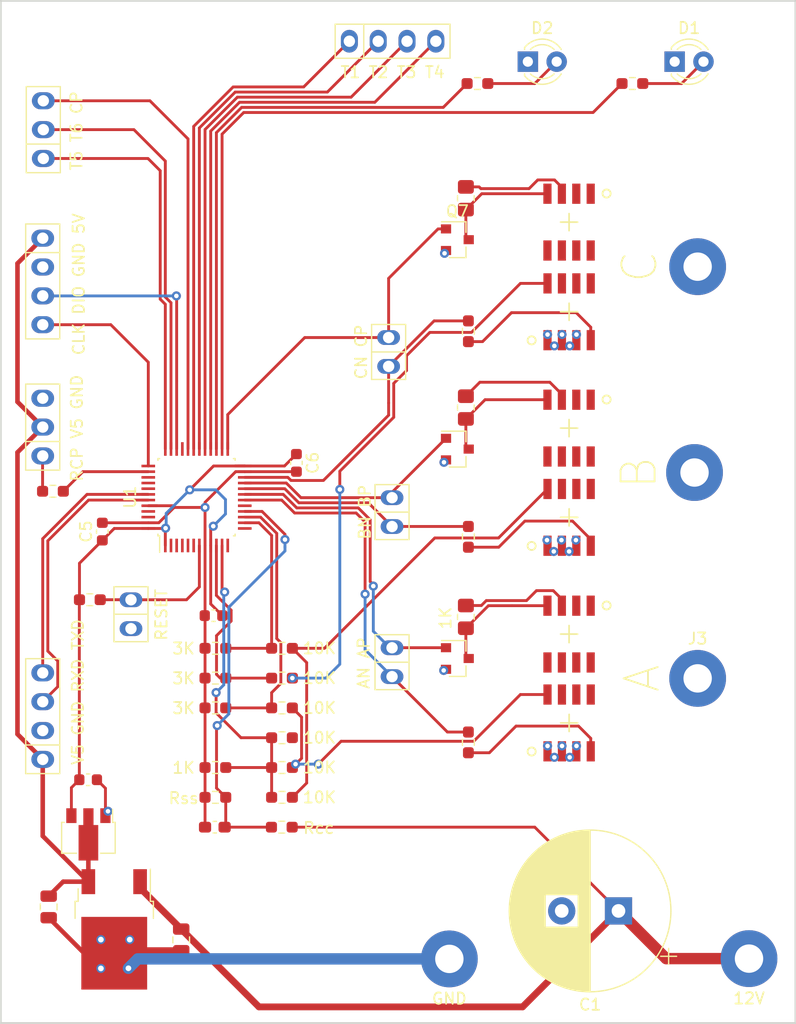
<source format=kicad_pcb>
(kicad_pcb (version 20171130) (host pcbnew 5.1.9)

  (general
    (thickness 1.6)
    (drawings 4)
    (tracks 342)
    (zones 0)
    (modules 58)
    (nets 57)
  )

  (page A4)
  (layers
    (0 F.Cu signal)
    (31 B.Cu signal)
    (32 B.Adhes user)
    (33 F.Adhes user)
    (34 B.Paste user)
    (35 F.Paste user)
    (36 B.SilkS user)
    (37 F.SilkS user)
    (38 B.Mask user)
    (39 F.Mask user)
    (40 Dwgs.User user)
    (41 Cmts.User user)
    (42 Eco1.User user)
    (43 Eco2.User user hide)
    (44 Edge.Cuts user)
    (45 Margin user)
    (46 B.CrtYd user)
    (47 F.CrtYd user)
    (48 B.Fab user)
    (49 F.Fab user)
  )

  (setup
    (last_trace_width 0.25)
    (user_trace_width 0.25)
    (user_trace_width 0.4)
    (user_trace_width 0.6)
    (user_trace_width 1)
    (user_trace_width 3)
    (trace_clearance 0.2)
    (zone_clearance 0.508)
    (zone_45_only yes)
    (trace_min 0.2)
    (via_size 0.8)
    (via_drill 0.4)
    (via_min_size 0.2)
    (via_min_drill 0)
    (user_via 0.6 0.3)
    (user_via 0.8 0.5)
    (uvia_size 0.3)
    (uvia_drill 0.1)
    (uvias_allowed no)
    (uvia_min_size 0.2)
    (uvia_min_drill 0.1)
    (edge_width 0.2)
    (segment_width 0.2)
    (pcb_text_width 0.3)
    (pcb_text_size 1.5 1.5)
    (mod_edge_width 0.15)
    (mod_text_size 1 1)
    (mod_text_width 0.15)
    (pad_size 2.4 2.4)
    (pad_drill 1.2)
    (pad_to_mask_clearance 0)
    (solder_mask_min_width 0.25)
    (aux_axis_origin 19.76442 19.75504)
    (grid_origin 64.63942 86.98004)
    (visible_elements FFFFFF7F)
    (pcbplotparams
      (layerselection 0x010e0_ffffffff)
      (usegerberextensions false)
      (usegerberattributes false)
      (usegerberadvancedattributes false)
      (creategerberjobfile false)
      (excludeedgelayer true)
      (linewidth 0.100000)
      (plotframeref false)
      (viasonmask false)
      (mode 1)
      (useauxorigin false)
      (hpglpennumber 1)
      (hpglpenspeed 20)
      (hpglpendiameter 15.000000)
      (psnegative false)
      (psa4output false)
      (plotreference true)
      (plotvalue true)
      (plotinvisibletext false)
      (padsonsilk false)
      (subtractmaskfromsilk false)
      (outputformat 1)
      (mirror false)
      (drillshape 0)
      (scaleselection 1)
      (outputdirectory "/home/arm/dlt/"))
  )

  (net 0 "")
  (net 1 +3V3)
  (net 2 GND)
  (net 3 LED1)
  (net 4 LED2)
  (net 5 VCC)
  (net 6 OUT_A)
  (net 7 OUT_B)
  (net 8 OUT_C)
  (net 9 RESET)
  (net 10 RXD)
  (net 11 TXD)
  (net 12 +5V)
  (net 13 TEST1)
  (net 14 TEST2)
  (net 15 TEST3)
  (net 16 TEST4)
  (net 17 CPOUT)
  (net 18 TEST6)
  (net 19 TEST5)
  (net 20 RCP)
  (net 21 SWCLK)
  (net 22 SWDIO)
  (net 23 "Net-(Q1-Pad3)")
  (net 24 AP)
  (net 25 "Net-(Q2-Pad4)")
  (net 26 BP)
  (net 27 "Net-(Q4-Pad3)")
  (net 28 "Net-(Q5-Pad4)")
  (net 29 CP)
  (net 30 "Net-(Q7-Pad3)")
  (net 31 "Net-(Q8-Pad4)")
  (net 32 V_SAMPLE)
  (net 33 Fa)
  (net 34 Fb)
  (net 35 Fc)
  (net 36 Fabc)
  (net 37 AN)
  (net 38 BN)
  (net 39 CN)
  (net 40 "Net-(U1-Pad3)")
  (net 41 "Net-(U1-Pad4)")
  (net 42 "Net-(U1-Pad5)")
  (net 43 "Net-(U1-Pad6)")
  (net 44 "Net-(U1-Pad33)")
  (net 45 "Net-(U1-Pad39)")
  (net 46 "Net-(U1-Pad40)")
  (net 47 "Net-(U1-Pad41)")
  (net 48 "Net-(D1-Pad2)")
  (net 49 "Net-(D2-Pad2)")
  (net 50 "Net-(J10-Pad1)")
  (net 51 "Net-(U1-Pad13)")
  (net 52 "Net-(U1-Pad12)")
  (net 53 "Net-(U1-Pad17)")
  (net 54 "Net-(U1-Pad45)")
  (net 55 "Net-(U1-Pad46)")
  (net 56 "Net-(U1-Pad2)")

  (net_class Default 这是默认网络组.
    (clearance 0.2)
    (trace_width 0.25)
    (via_dia 0.8)
    (via_drill 0.4)
    (uvia_dia 0.3)
    (uvia_drill 0.1)
    (add_net AN)
    (add_net AP)
    (add_net BN)
    (add_net BP)
    (add_net CN)
    (add_net CP)
    (add_net CPOUT)
    (add_net Fa)
    (add_net Fabc)
    (add_net Fb)
    (add_net Fc)
    (add_net GND)
    (add_net LED1)
    (add_net LED2)
    (add_net "Net-(D1-Pad2)")
    (add_net "Net-(D2-Pad2)")
    (add_net "Net-(J10-Pad1)")
    (add_net "Net-(Q1-Pad3)")
    (add_net "Net-(Q2-Pad4)")
    (add_net "Net-(Q4-Pad3)")
    (add_net "Net-(Q5-Pad4)")
    (add_net "Net-(Q7-Pad3)")
    (add_net "Net-(Q8-Pad4)")
    (add_net "Net-(U1-Pad12)")
    (add_net "Net-(U1-Pad13)")
    (add_net "Net-(U1-Pad17)")
    (add_net "Net-(U1-Pad2)")
    (add_net "Net-(U1-Pad3)")
    (add_net "Net-(U1-Pad33)")
    (add_net "Net-(U1-Pad39)")
    (add_net "Net-(U1-Pad4)")
    (add_net "Net-(U1-Pad40)")
    (add_net "Net-(U1-Pad41)")
    (add_net "Net-(U1-Pad45)")
    (add_net "Net-(U1-Pad46)")
    (add_net "Net-(U1-Pad5)")
    (add_net "Net-(U1-Pad6)")
    (add_net OUT_A)
    (add_net OUT_B)
    (add_net OUT_C)
    (add_net RCP)
    (add_net RESET)
    (add_net RXD)
    (add_net SWCLK)
    (add_net SWDIO)
    (add_net TEST1)
    (add_net TEST2)
    (add_net TEST3)
    (add_net TEST4)
    (add_net TEST5)
    (add_net TEST6)
    (add_net TXD)
    (add_net VCC)
    (add_net V_SAMPLE)
  )

  (net_class power ""
    (clearance 0.2)
    (trace_width 0.4)
    (via_dia 0.8)
    (via_drill 0.4)
    (uvia_dia 0.3)
    (uvia_drill 0.1)
    (add_net +3V3)
    (add_net +5V)
  )

  (module Resistor_SMD:R_0805_2012Metric_Pad1.20x1.40mm_HandSolder (layer F.Cu) (tedit 5F68FEEE) (tstamp 60529772)
    (at 70.96942 84.240041 270)
    (descr "Resistor SMD 0805 (2012 Metric), square (rectangular) end terminal, IPC_7351 nominal with elongated pad for handsoldering. (Body size source: IPC-SM-782 page 72, https://www.pcb-3d.com/wordpress/wp-content/uploads/ipc-sm-782a_amendment_1_and_2.pdf), generated with kicad-footprint-generator")
    (tags "resistor handsolder")
    (path /604DB042/604E3BE4)
    (attr smd)
    (fp_text reference R18 (at -0.085001 -2.2 90) (layer F.Fab)
      (effects (font (size 1 1) (thickness 0.15)))
    )
    (fp_text value 1K (at 0.1 1.8 90) (layer F.SilkS)
      (effects (font (size 1 1) (thickness 0.15)))
    )
    (fp_line (start 1.85 0.95) (end -1.85 0.95) (layer F.CrtYd) (width 0.05))
    (fp_line (start 1.85 -0.95) (end 1.85 0.95) (layer F.CrtYd) (width 0.05))
    (fp_line (start -1.85 -0.95) (end 1.85 -0.95) (layer F.CrtYd) (width 0.05))
    (fp_line (start -1.85 0.95) (end -1.85 -0.95) (layer F.CrtYd) (width 0.05))
    (fp_line (start -0.227064 0.735) (end 0.227064 0.735) (layer F.SilkS) (width 0.12))
    (fp_line (start -0.227064 -0.735) (end 0.227064 -0.735) (layer F.SilkS) (width 0.12))
    (fp_line (start 1 0.625) (end -1 0.625) (layer F.Fab) (width 0.1))
    (fp_line (start 1 -0.625) (end 1 0.625) (layer F.Fab) (width 0.1))
    (fp_line (start -1 -0.625) (end 1 -0.625) (layer F.Fab) (width 0.1))
    (fp_line (start -1 0.625) (end -1 -0.625) (layer F.Fab) (width 0.1))
    (fp_text user %R (at 0 0.86 90) (layer F.Fab)
      (effects (font (size 0.5 0.5) (thickness 0.08)))
    )
    (pad 1 smd roundrect (at -1 0 270) (size 1.2 1.4) (layers F.Cu F.Paste F.Mask) (roundrect_rratio 0.208333)
      (net 5 VCC))
    (pad 2 smd roundrect (at 1 0 270) (size 1.2 1.4) (layers F.Cu F.Paste F.Mask) (roundrect_rratio 0.208333)
      (net 23 "Net-(Q1-Pad3)"))
    (model ${KISYS3DMOD}/Resistor_SMD.3dshapes/R_0805_2012Metric.wrl
      (at (xyz 0 0 0))
      (scale (xyz 1 1 1))
      (rotate (xyz 0 0 0))
    )
  )

  (module Capacitor_THT:CP_Radial_D14.0mm_P5.00mm (layer F.Cu) (tedit 5AE50EF1) (tstamp 6052E2E1)
    (at 84.41442 110.13004 180)
    (descr "CP, Radial series, Radial, pin pitch=5.00mm, , diameter=14mm, Electrolytic Capacitor")
    (tags "CP Radial series Radial pin pitch 5.00mm  diameter 14mm Electrolytic Capacitor")
    (path /605B664C)
    (fp_text reference C1 (at 2.5 -8.25) (layer F.SilkS)
      (effects (font (size 1 1) (thickness 0.15)))
    )
    (fp_text value C (at 2.5 8.25) (layer F.Fab)
      (effects (font (size 1 1) (thickness 0.15)))
    )
    (fp_line (start -4.419543 -4.695) (end -4.419543 -3.295) (layer F.SilkS) (width 0.12))
    (fp_line (start -5.119543 -3.995) (end -3.719543 -3.995) (layer F.SilkS) (width 0.12))
    (fp_line (start 9.581 -0.714) (end 9.581 0.714) (layer F.SilkS) (width 0.12))
    (fp_line (start 9.541 -1.025) (end 9.541 1.025) (layer F.SilkS) (width 0.12))
    (fp_line (start 9.501 -1.262) (end 9.501 1.262) (layer F.SilkS) (width 0.12))
    (fp_line (start 9.461 -1.461) (end 9.461 1.461) (layer F.SilkS) (width 0.12))
    (fp_line (start 9.421 -1.636) (end 9.421 1.636) (layer F.SilkS) (width 0.12))
    (fp_line (start 9.381 -1.794) (end 9.381 1.794) (layer F.SilkS) (width 0.12))
    (fp_line (start 9.341 -1.938) (end 9.341 1.938) (layer F.SilkS) (width 0.12))
    (fp_line (start 9.301 -2.071) (end 9.301 2.071) (layer F.SilkS) (width 0.12))
    (fp_line (start 9.261 -2.196) (end 9.261 2.196) (layer F.SilkS) (width 0.12))
    (fp_line (start 9.221 -2.313) (end 9.221 2.313) (layer F.SilkS) (width 0.12))
    (fp_line (start 9.181 -2.425) (end 9.181 2.425) (layer F.SilkS) (width 0.12))
    (fp_line (start 9.141 -2.53) (end 9.141 2.53) (layer F.SilkS) (width 0.12))
    (fp_line (start 9.101 -2.632) (end 9.101 2.632) (layer F.SilkS) (width 0.12))
    (fp_line (start 9.061 -2.728) (end 9.061 2.728) (layer F.SilkS) (width 0.12))
    (fp_line (start 9.021 -2.821) (end 9.021 2.821) (layer F.SilkS) (width 0.12))
    (fp_line (start 8.981 -2.911) (end 8.981 2.911) (layer F.SilkS) (width 0.12))
    (fp_line (start 8.941 -2.997) (end 8.941 2.997) (layer F.SilkS) (width 0.12))
    (fp_line (start 8.901 -3.08) (end 8.901 3.08) (layer F.SilkS) (width 0.12))
    (fp_line (start 8.861 -3.161) (end 8.861 3.161) (layer F.SilkS) (width 0.12))
    (fp_line (start 8.821 -3.24) (end 8.821 3.24) (layer F.SilkS) (width 0.12))
    (fp_line (start 8.781 -3.315) (end 8.781 3.315) (layer F.SilkS) (width 0.12))
    (fp_line (start 8.741 -3.389) (end 8.741 3.389) (layer F.SilkS) (width 0.12))
    (fp_line (start 8.701 -3.461) (end 8.701 3.461) (layer F.SilkS) (width 0.12))
    (fp_line (start 8.661 -3.531) (end 8.661 3.531) (layer F.SilkS) (width 0.12))
    (fp_line (start 8.621 -3.599) (end 8.621 3.599) (layer F.SilkS) (width 0.12))
    (fp_line (start 8.581 -3.666) (end 8.581 3.666) (layer F.SilkS) (width 0.12))
    (fp_line (start 8.541 -3.73) (end 8.541 3.73) (layer F.SilkS) (width 0.12))
    (fp_line (start 8.501 -3.794) (end 8.501 3.794) (layer F.SilkS) (width 0.12))
    (fp_line (start 8.461 -3.856) (end 8.461 3.856) (layer F.SilkS) (width 0.12))
    (fp_line (start 8.421 -3.916) (end 8.421 3.916) (layer F.SilkS) (width 0.12))
    (fp_line (start 8.381 -3.975) (end 8.381 3.975) (layer F.SilkS) (width 0.12))
    (fp_line (start 8.341 -4.033) (end 8.341 4.033) (layer F.SilkS) (width 0.12))
    (fp_line (start 8.301 -4.09) (end 8.301 4.09) (layer F.SilkS) (width 0.12))
    (fp_line (start 8.261 -4.146) (end 8.261 4.146) (layer F.SilkS) (width 0.12))
    (fp_line (start 8.221 -4.2) (end 8.221 4.2) (layer F.SilkS) (width 0.12))
    (fp_line (start 8.181 -4.254) (end 8.181 4.254) (layer F.SilkS) (width 0.12))
    (fp_line (start 8.141 -4.306) (end 8.141 4.306) (layer F.SilkS) (width 0.12))
    (fp_line (start 8.101 -4.358) (end 8.101 4.358) (layer F.SilkS) (width 0.12))
    (fp_line (start 8.061 -4.408) (end 8.061 4.408) (layer F.SilkS) (width 0.12))
    (fp_line (start 8.021 -4.458) (end 8.021 4.458) (layer F.SilkS) (width 0.12))
    (fp_line (start 7.981 -4.506) (end 7.981 4.506) (layer F.SilkS) (width 0.12))
    (fp_line (start 7.941 -4.554) (end 7.941 4.554) (layer F.SilkS) (width 0.12))
    (fp_line (start 7.901 -4.601) (end 7.901 4.601) (layer F.SilkS) (width 0.12))
    (fp_line (start 7.861 -4.647) (end 7.861 4.647) (layer F.SilkS) (width 0.12))
    (fp_line (start 7.821 -4.693) (end 7.821 4.693) (layer F.SilkS) (width 0.12))
    (fp_line (start 7.781 -4.737) (end 7.781 4.737) (layer F.SilkS) (width 0.12))
    (fp_line (start 7.741 -4.781) (end 7.741 4.781) (layer F.SilkS) (width 0.12))
    (fp_line (start 7.701 -4.824) (end 7.701 4.824) (layer F.SilkS) (width 0.12))
    (fp_line (start 7.661 -4.866) (end 7.661 4.866) (layer F.SilkS) (width 0.12))
    (fp_line (start 7.621 -4.908) (end 7.621 4.908) (layer F.SilkS) (width 0.12))
    (fp_line (start 7.581 -4.949) (end 7.581 4.949) (layer F.SilkS) (width 0.12))
    (fp_line (start 7.541 -4.99) (end 7.541 4.99) (layer F.SilkS) (width 0.12))
    (fp_line (start 7.501 -5.029) (end 7.501 5.029) (layer F.SilkS) (width 0.12))
    (fp_line (start 7.461 -5.069) (end 7.461 5.069) (layer F.SilkS) (width 0.12))
    (fp_line (start 7.421 -5.107) (end 7.421 5.107) (layer F.SilkS) (width 0.12))
    (fp_line (start 7.381 -5.145) (end 7.381 5.145) (layer F.SilkS) (width 0.12))
    (fp_line (start 7.341 -5.182) (end 7.341 5.182) (layer F.SilkS) (width 0.12))
    (fp_line (start 7.301 -5.219) (end 7.301 5.219) (layer F.SilkS) (width 0.12))
    (fp_line (start 7.261 -5.255) (end 7.261 5.255) (layer F.SilkS) (width 0.12))
    (fp_line (start 7.221 -5.291) (end 7.221 5.291) (layer F.SilkS) (width 0.12))
    (fp_line (start 7.181 -5.326) (end 7.181 5.326) (layer F.SilkS) (width 0.12))
    (fp_line (start 7.141 -5.361) (end 7.141 5.361) (layer F.SilkS) (width 0.12))
    (fp_line (start 7.101 -5.395) (end 7.101 5.395) (layer F.SilkS) (width 0.12))
    (fp_line (start 7.061 -5.429) (end 7.061 5.429) (layer F.SilkS) (width 0.12))
    (fp_line (start 7.021 -5.462) (end 7.021 5.462) (layer F.SilkS) (width 0.12))
    (fp_line (start 6.981 -5.494) (end 6.981 5.494) (layer F.SilkS) (width 0.12))
    (fp_line (start 6.941 -5.527) (end 6.941 5.527) (layer F.SilkS) (width 0.12))
    (fp_line (start 6.901 -5.558) (end 6.901 5.558) (layer F.SilkS) (width 0.12))
    (fp_line (start 6.861 -5.589) (end 6.861 5.589) (layer F.SilkS) (width 0.12))
    (fp_line (start 6.821 -5.62) (end 6.821 5.62) (layer F.SilkS) (width 0.12))
    (fp_line (start 6.781 -5.65) (end 6.781 5.65) (layer F.SilkS) (width 0.12))
    (fp_line (start 6.741 -5.68) (end 6.741 5.68) (layer F.SilkS) (width 0.12))
    (fp_line (start 6.701 -5.71) (end 6.701 5.71) (layer F.SilkS) (width 0.12))
    (fp_line (start 6.661 -5.739) (end 6.661 5.739) (layer F.SilkS) (width 0.12))
    (fp_line (start 6.621 -5.767) (end 6.621 5.767) (layer F.SilkS) (width 0.12))
    (fp_line (start 6.581 -5.796) (end 6.581 5.796) (layer F.SilkS) (width 0.12))
    (fp_line (start 6.541 -5.823) (end 6.541 5.823) (layer F.SilkS) (width 0.12))
    (fp_line (start 6.501 -5.851) (end 6.501 5.851) (layer F.SilkS) (width 0.12))
    (fp_line (start 6.461 -5.878) (end 6.461 5.878) (layer F.SilkS) (width 0.12))
    (fp_line (start 6.421 1.44) (end 6.421 5.904) (layer F.SilkS) (width 0.12))
    (fp_line (start 6.421 -5.904) (end 6.421 -1.44) (layer F.SilkS) (width 0.12))
    (fp_line (start 6.381 1.44) (end 6.381 5.93) (layer F.SilkS) (width 0.12))
    (fp_line (start 6.381 -5.93) (end 6.381 -1.44) (layer F.SilkS) (width 0.12))
    (fp_line (start 6.341 1.44) (end 6.341 5.956) (layer F.SilkS) (width 0.12))
    (fp_line (start 6.341 -5.956) (end 6.341 -1.44) (layer F.SilkS) (width 0.12))
    (fp_line (start 6.301 1.44) (end 6.301 5.982) (layer F.SilkS) (width 0.12))
    (fp_line (start 6.301 -5.982) (end 6.301 -1.44) (layer F.SilkS) (width 0.12))
    (fp_line (start 6.261 1.44) (end 6.261 6.007) (layer F.SilkS) (width 0.12))
    (fp_line (start 6.261 -6.007) (end 6.261 -1.44) (layer F.SilkS) (width 0.12))
    (fp_line (start 6.221 1.44) (end 6.221 6.031) (layer F.SilkS) (width 0.12))
    (fp_line (start 6.221 -6.031) (end 6.221 -1.44) (layer F.SilkS) (width 0.12))
    (fp_line (start 6.181 1.44) (end 6.181 6.056) (layer F.SilkS) (width 0.12))
    (fp_line (start 6.181 -6.056) (end 6.181 -1.44) (layer F.SilkS) (width 0.12))
    (fp_line (start 6.141 1.44) (end 6.141 6.08) (layer F.SilkS) (width 0.12))
    (fp_line (start 6.141 -6.08) (end 6.141 -1.44) (layer F.SilkS) (width 0.12))
    (fp_line (start 6.101 1.44) (end 6.101 6.103) (layer F.SilkS) (width 0.12))
    (fp_line (start 6.101 -6.103) (end 6.101 -1.44) (layer F.SilkS) (width 0.12))
    (fp_line (start 6.061 1.44) (end 6.061 6.127) (layer F.SilkS) (width 0.12))
    (fp_line (start 6.061 -6.127) (end 6.061 -1.44) (layer F.SilkS) (width 0.12))
    (fp_line (start 6.021 1.44) (end 6.021 6.15) (layer F.SilkS) (width 0.12))
    (fp_line (start 6.021 -6.15) (end 6.021 -1.44) (layer F.SilkS) (width 0.12))
    (fp_line (start 5.981 1.44) (end 5.981 6.172) (layer F.SilkS) (width 0.12))
    (fp_line (start 5.981 -6.172) (end 5.981 -1.44) (layer F.SilkS) (width 0.12))
    (fp_line (start 5.941 1.44) (end 5.941 6.194) (layer F.SilkS) (width 0.12))
    (fp_line (start 5.941 -6.194) (end 5.941 -1.44) (layer F.SilkS) (width 0.12))
    (fp_line (start 5.901 1.44) (end 5.901 6.216) (layer F.SilkS) (width 0.12))
    (fp_line (start 5.901 -6.216) (end 5.901 -1.44) (layer F.SilkS) (width 0.12))
    (fp_line (start 5.861 1.44) (end 5.861 6.238) (layer F.SilkS) (width 0.12))
    (fp_line (start 5.861 -6.238) (end 5.861 -1.44) (layer F.SilkS) (width 0.12))
    (fp_line (start 5.821 1.44) (end 5.821 6.259) (layer F.SilkS) (width 0.12))
    (fp_line (start 5.821 -6.259) (end 5.821 -1.44) (layer F.SilkS) (width 0.12))
    (fp_line (start 5.781 1.44) (end 5.781 6.28) (layer F.SilkS) (width 0.12))
    (fp_line (start 5.781 -6.28) (end 5.781 -1.44) (layer F.SilkS) (width 0.12))
    (fp_line (start 5.741 1.44) (end 5.741 6.301) (layer F.SilkS) (width 0.12))
    (fp_line (start 5.741 -6.301) (end 5.741 -1.44) (layer F.SilkS) (width 0.12))
    (fp_line (start 5.701 1.44) (end 5.701 6.321) (layer F.SilkS) (width 0.12))
    (fp_line (start 5.701 -6.321) (end 5.701 -1.44) (layer F.SilkS) (width 0.12))
    (fp_line (start 5.661 1.44) (end 5.661 6.341) (layer F.SilkS) (width 0.12))
    (fp_line (start 5.661 -6.341) (end 5.661 -1.44) (layer F.SilkS) (width 0.12))
    (fp_line (start 5.621 1.44) (end 5.621 6.36) (layer F.SilkS) (width 0.12))
    (fp_line (start 5.621 -6.36) (end 5.621 -1.44) (layer F.SilkS) (width 0.12))
    (fp_line (start 5.581 1.44) (end 5.581 6.38) (layer F.SilkS) (width 0.12))
    (fp_line (start 5.581 -6.38) (end 5.581 -1.44) (layer F.SilkS) (width 0.12))
    (fp_line (start 5.541 1.44) (end 5.541 6.399) (layer F.SilkS) (width 0.12))
    (fp_line (start 5.541 -6.399) (end 5.541 -1.44) (layer F.SilkS) (width 0.12))
    (fp_line (start 5.501 1.44) (end 5.501 6.418) (layer F.SilkS) (width 0.12))
    (fp_line (start 5.501 -6.418) (end 5.501 -1.44) (layer F.SilkS) (width 0.12))
    (fp_line (start 5.461 1.44) (end 5.461 6.436) (layer F.SilkS) (width 0.12))
    (fp_line (start 5.461 -6.436) (end 5.461 -1.44) (layer F.SilkS) (width 0.12))
    (fp_line (start 5.421 1.44) (end 5.421 6.454) (layer F.SilkS) (width 0.12))
    (fp_line (start 5.421 -6.454) (end 5.421 -1.44) (layer F.SilkS) (width 0.12))
    (fp_line (start 5.381 1.44) (end 5.381 6.472) (layer F.SilkS) (width 0.12))
    (fp_line (start 5.381 -6.472) (end 5.381 -1.44) (layer F.SilkS) (width 0.12))
    (fp_line (start 5.341 1.44) (end 5.341 6.49) (layer F.SilkS) (width 0.12))
    (fp_line (start 5.341 -6.49) (end 5.341 -1.44) (layer F.SilkS) (width 0.12))
    (fp_line (start 5.301 1.44) (end 5.301 6.507) (layer F.SilkS) (width 0.12))
    (fp_line (start 5.301 -6.507) (end 5.301 -1.44) (layer F.SilkS) (width 0.12))
    (fp_line (start 5.261 1.44) (end 5.261 6.524) (layer F.SilkS) (width 0.12))
    (fp_line (start 5.261 -6.524) (end 5.261 -1.44) (layer F.SilkS) (width 0.12))
    (fp_line (start 5.221 1.44) (end 5.221 6.54) (layer F.SilkS) (width 0.12))
    (fp_line (start 5.221 -6.54) (end 5.221 -1.44) (layer F.SilkS) (width 0.12))
    (fp_line (start 5.181 1.44) (end 5.181 6.557) (layer F.SilkS) (width 0.12))
    (fp_line (start 5.181 -6.557) (end 5.181 -1.44) (layer F.SilkS) (width 0.12))
    (fp_line (start 5.141 1.44) (end 5.141 6.573) (layer F.SilkS) (width 0.12))
    (fp_line (start 5.141 -6.573) (end 5.141 -1.44) (layer F.SilkS) (width 0.12))
    (fp_line (start 5.101 1.44) (end 5.101 6.589) (layer F.SilkS) (width 0.12))
    (fp_line (start 5.101 -6.589) (end 5.101 -1.44) (layer F.SilkS) (width 0.12))
    (fp_line (start 5.061 1.44) (end 5.061 6.604) (layer F.SilkS) (width 0.12))
    (fp_line (start 5.061 -6.604) (end 5.061 -1.44) (layer F.SilkS) (width 0.12))
    (fp_line (start 5.021 1.44) (end 5.021 6.62) (layer F.SilkS) (width 0.12))
    (fp_line (start 5.021 -6.62) (end 5.021 -1.44) (layer F.SilkS) (width 0.12))
    (fp_line (start 4.981 1.44) (end 4.981 6.635) (layer F.SilkS) (width 0.12))
    (fp_line (start 4.981 -6.635) (end 4.981 -1.44) (layer F.SilkS) (width 0.12))
    (fp_line (start 4.941 1.44) (end 4.941 6.649) (layer F.SilkS) (width 0.12))
    (fp_line (start 4.941 -6.649) (end 4.941 -1.44) (layer F.SilkS) (width 0.12))
    (fp_line (start 4.901 1.44) (end 4.901 6.664) (layer F.SilkS) (width 0.12))
    (fp_line (start 4.901 -6.664) (end 4.901 -1.44) (layer F.SilkS) (width 0.12))
    (fp_line (start 4.861 1.44) (end 4.861 6.678) (layer F.SilkS) (width 0.12))
    (fp_line (start 4.861 -6.678) (end 4.861 -1.44) (layer F.SilkS) (width 0.12))
    (fp_line (start 4.821 1.44) (end 4.821 6.692) (layer F.SilkS) (width 0.12))
    (fp_line (start 4.821 -6.692) (end 4.821 -1.44) (layer F.SilkS) (width 0.12))
    (fp_line (start 4.781 1.44) (end 4.781 6.706) (layer F.SilkS) (width 0.12))
    (fp_line (start 4.781 -6.706) (end 4.781 -1.44) (layer F.SilkS) (width 0.12))
    (fp_line (start 4.741 1.44) (end 4.741 6.719) (layer F.SilkS) (width 0.12))
    (fp_line (start 4.741 -6.719) (end 4.741 -1.44) (layer F.SilkS) (width 0.12))
    (fp_line (start 4.701 1.44) (end 4.701 6.732) (layer F.SilkS) (width 0.12))
    (fp_line (start 4.701 -6.732) (end 4.701 -1.44) (layer F.SilkS) (width 0.12))
    (fp_line (start 4.661 1.44) (end 4.661 6.745) (layer F.SilkS) (width 0.12))
    (fp_line (start 4.661 -6.745) (end 4.661 -1.44) (layer F.SilkS) (width 0.12))
    (fp_line (start 4.621 1.44) (end 4.621 6.758) (layer F.SilkS) (width 0.12))
    (fp_line (start 4.621 -6.758) (end 4.621 -1.44) (layer F.SilkS) (width 0.12))
    (fp_line (start 4.581 1.44) (end 4.581 6.77) (layer F.SilkS) (width 0.12))
    (fp_line (start 4.581 -6.77) (end 4.581 -1.44) (layer F.SilkS) (width 0.12))
    (fp_line (start 4.541 1.44) (end 4.541 6.782) (layer F.SilkS) (width 0.12))
    (fp_line (start 4.541 -6.782) (end 4.541 -1.44) (layer F.SilkS) (width 0.12))
    (fp_line (start 4.501 1.44) (end 4.501 6.794) (layer F.SilkS) (width 0.12))
    (fp_line (start 4.501 -6.794) (end 4.501 -1.44) (layer F.SilkS) (width 0.12))
    (fp_line (start 4.461 1.44) (end 4.461 6.805) (layer F.SilkS) (width 0.12))
    (fp_line (start 4.461 -6.805) (end 4.461 -1.44) (layer F.SilkS) (width 0.12))
    (fp_line (start 4.421 1.44) (end 4.421 6.817) (layer F.SilkS) (width 0.12))
    (fp_line (start 4.421 -6.817) (end 4.421 -1.44) (layer F.SilkS) (width 0.12))
    (fp_line (start 4.381 1.44) (end 4.381 6.828) (layer F.SilkS) (width 0.12))
    (fp_line (start 4.381 -6.828) (end 4.381 -1.44) (layer F.SilkS) (width 0.12))
    (fp_line (start 4.341 1.44) (end 4.341 6.839) (layer F.SilkS) (width 0.12))
    (fp_line (start 4.341 -6.839) (end 4.341 -1.44) (layer F.SilkS) (width 0.12))
    (fp_line (start 4.301 1.44) (end 4.301 6.849) (layer F.SilkS) (width 0.12))
    (fp_line (start 4.301 -6.849) (end 4.301 -1.44) (layer F.SilkS) (width 0.12))
    (fp_line (start 4.261 1.44) (end 4.261 6.86) (layer F.SilkS) (width 0.12))
    (fp_line (start 4.261 -6.86) (end 4.261 -1.44) (layer F.SilkS) (width 0.12))
    (fp_line (start 4.221 1.44) (end 4.221 6.87) (layer F.SilkS) (width 0.12))
    (fp_line (start 4.221 -6.87) (end 4.221 -1.44) (layer F.SilkS) (width 0.12))
    (fp_line (start 4.181 1.44) (end 4.181 6.879) (layer F.SilkS) (width 0.12))
    (fp_line (start 4.181 -6.879) (end 4.181 -1.44) (layer F.SilkS) (width 0.12))
    (fp_line (start 4.141 1.44) (end 4.141 6.889) (layer F.SilkS) (width 0.12))
    (fp_line (start 4.141 -6.889) (end 4.141 -1.44) (layer F.SilkS) (width 0.12))
    (fp_line (start 4.101 1.44) (end 4.101 6.898) (layer F.SilkS) (width 0.12))
    (fp_line (start 4.101 -6.898) (end 4.101 -1.44) (layer F.SilkS) (width 0.12))
    (fp_line (start 4.061 1.44) (end 4.061 6.907) (layer F.SilkS) (width 0.12))
    (fp_line (start 4.061 -6.907) (end 4.061 -1.44) (layer F.SilkS) (width 0.12))
    (fp_line (start 4.021 1.44) (end 4.021 6.916) (layer F.SilkS) (width 0.12))
    (fp_line (start 4.021 -6.916) (end 4.021 -1.44) (layer F.SilkS) (width 0.12))
    (fp_line (start 3.981 1.44) (end 3.981 6.925) (layer F.SilkS) (width 0.12))
    (fp_line (start 3.981 -6.925) (end 3.981 -1.44) (layer F.SilkS) (width 0.12))
    (fp_line (start 3.941 1.44) (end 3.941 6.933) (layer F.SilkS) (width 0.12))
    (fp_line (start 3.941 -6.933) (end 3.941 -1.44) (layer F.SilkS) (width 0.12))
    (fp_line (start 3.901 1.44) (end 3.901 6.942) (layer F.SilkS) (width 0.12))
    (fp_line (start 3.901 -6.942) (end 3.901 -1.44) (layer F.SilkS) (width 0.12))
    (fp_line (start 3.861 1.44) (end 3.861 6.949) (layer F.SilkS) (width 0.12))
    (fp_line (start 3.861 -6.949) (end 3.861 -1.44) (layer F.SilkS) (width 0.12))
    (fp_line (start 3.821 1.44) (end 3.821 6.957) (layer F.SilkS) (width 0.12))
    (fp_line (start 3.821 -6.957) (end 3.821 -1.44) (layer F.SilkS) (width 0.12))
    (fp_line (start 3.781 1.44) (end 3.781 6.964) (layer F.SilkS) (width 0.12))
    (fp_line (start 3.781 -6.964) (end 3.781 -1.44) (layer F.SilkS) (width 0.12))
    (fp_line (start 3.741 1.44) (end 3.741 6.972) (layer F.SilkS) (width 0.12))
    (fp_line (start 3.741 -6.972) (end 3.741 -1.44) (layer F.SilkS) (width 0.12))
    (fp_line (start 3.701 1.44) (end 3.701 6.979) (layer F.SilkS) (width 0.12))
    (fp_line (start 3.701 -6.979) (end 3.701 -1.44) (layer F.SilkS) (width 0.12))
    (fp_line (start 3.661 1.44) (end 3.661 6.985) (layer F.SilkS) (width 0.12))
    (fp_line (start 3.661 -6.985) (end 3.661 -1.44) (layer F.SilkS) (width 0.12))
    (fp_line (start 3.621 1.44) (end 3.621 6.992) (layer F.SilkS) (width 0.12))
    (fp_line (start 3.621 -6.992) (end 3.621 -1.44) (layer F.SilkS) (width 0.12))
    (fp_line (start 3.581 1.44) (end 3.581 6.998) (layer F.SilkS) (width 0.12))
    (fp_line (start 3.581 -6.998) (end 3.581 -1.44) (layer F.SilkS) (width 0.12))
    (fp_line (start 3.541 -7.004) (end 3.541 7.004) (layer F.SilkS) (width 0.12))
    (fp_line (start 3.501 -7.01) (end 3.501 7.01) (layer F.SilkS) (width 0.12))
    (fp_line (start 3.461 -7.015) (end 3.461 7.015) (layer F.SilkS) (width 0.12))
    (fp_line (start 3.421 -7.021) (end 3.421 7.021) (layer F.SilkS) (width 0.12))
    (fp_line (start 3.381 -7.026) (end 3.381 7.026) (layer F.SilkS) (width 0.12))
    (fp_line (start 3.341 -7.031) (end 3.341 7.031) (layer F.SilkS) (width 0.12))
    (fp_line (start 3.301 -7.035) (end 3.301 7.035) (layer F.SilkS) (width 0.12))
    (fp_line (start 3.261 -7.04) (end 3.261 7.04) (layer F.SilkS) (width 0.12))
    (fp_line (start 3.221 -7.044) (end 3.221 7.044) (layer F.SilkS) (width 0.12))
    (fp_line (start 3.18 -7.048) (end 3.18 7.048) (layer F.SilkS) (width 0.12))
    (fp_line (start 3.14 -7.052) (end 3.14 7.052) (layer F.SilkS) (width 0.12))
    (fp_line (start 3.1 -7.055) (end 3.1 7.055) (layer F.SilkS) (width 0.12))
    (fp_line (start 3.06 -7.058) (end 3.06 7.058) (layer F.SilkS) (width 0.12))
    (fp_line (start 3.02 -7.061) (end 3.02 7.061) (layer F.SilkS) (width 0.12))
    (fp_line (start 2.98 -7.064) (end 2.98 7.064) (layer F.SilkS) (width 0.12))
    (fp_line (start 2.94 -7.067) (end 2.94 7.067) (layer F.SilkS) (width 0.12))
    (fp_line (start 2.9 -7.069) (end 2.9 7.069) (layer F.SilkS) (width 0.12))
    (fp_line (start 2.86 -7.071) (end 2.86 7.071) (layer F.SilkS) (width 0.12))
    (fp_line (start 2.82 -7.073) (end 2.82 7.073) (layer F.SilkS) (width 0.12))
    (fp_line (start 2.78 -7.075) (end 2.78 7.075) (layer F.SilkS) (width 0.12))
    (fp_line (start 2.74 -7.076) (end 2.74 7.076) (layer F.SilkS) (width 0.12))
    (fp_line (start 2.7 -7.078) (end 2.7 7.078) (layer F.SilkS) (width 0.12))
    (fp_line (start 2.66 -7.079) (end 2.66 7.079) (layer F.SilkS) (width 0.12))
    (fp_line (start 2.62 -7.079) (end 2.62 7.079) (layer F.SilkS) (width 0.12))
    (fp_line (start 2.58 -7.08) (end 2.58 7.08) (layer F.SilkS) (width 0.12))
    (fp_line (start 2.54 -7.08) (end 2.54 7.08) (layer F.SilkS) (width 0.12))
    (fp_line (start 2.5 -7.08) (end 2.5 7.08) (layer F.SilkS) (width 0.12))
    (fp_line (start -2.813066 -3.7675) (end -2.813066 -2.3675) (layer F.Fab) (width 0.1))
    (fp_line (start -3.513066 -3.0675) (end -2.113066 -3.0675) (layer F.Fab) (width 0.1))
    (fp_circle (center 2.5 0) (end 9.75 0) (layer F.CrtYd) (width 0.05))
    (fp_circle (center 2.5 0) (end 9.62 0) (layer F.SilkS) (width 0.12))
    (fp_circle (center 2.5 0) (end 9.5 0) (layer F.Fab) (width 0.1))
    (fp_text user %R (at 2.5 0) (layer F.Fab)
      (effects (font (size 1 1) (thickness 0.15)))
    )
    (pad 1 thru_hole rect (at 0 0 180) (size 2.4 2.4) (drill 1.2) (layers *.Cu *.Mask)
      (net 5 VCC))
    (pad 2 thru_hole circle (at 5 0 180) (size 2.4 2.4) (drill 1.2) (layers *.Cu *.Mask)
      (net 2 GND))
    (model ${KISYS3DMOD}/Capacitor_THT.3dshapes/CP_Radial_D14.0mm_P5.00mm.wrl
      (at (xyz 0 0 0))
      (scale (xyz 1 1 1))
      (rotate (xyz 0 0 0))
    )
  )

  (module Capacitor_SMD:C_0603_1608Metric_Pad1.08x0.95mm_HandSolder (layer F.Cu) (tedit 5F68FEEF) (tstamp 605330C6)
    (at 48.85192 102.75504 180)
    (descr "Capacitor SMD 0603 (1608 Metric), square (rectangular) end terminal, IPC_7351 nominal with elongated pad for handsoldering. (Body size source: IPC-SM-782 page 76, https://www.pcb-3d.com/wordpress/wp-content/uploads/ipc-sm-782a_amendment_1_and_2.pdf), generated with kicad-footprint-generator")
    (tags "capacitor handsolder")
    (path /6056A651)
    (attr smd)
    (fp_text reference C2 (at 0 -1.43) (layer F.Fab)
      (effects (font (size 1 1) (thickness 0.15)))
    )
    (fp_text value C (at 0 1.43) (layer F.Fab)
      (effects (font (size 1 1) (thickness 0.15)))
    )
    (fp_line (start 1.65 0.73) (end -1.65 0.73) (layer F.CrtYd) (width 0.05))
    (fp_line (start 1.65 -0.73) (end 1.65 0.73) (layer F.CrtYd) (width 0.05))
    (fp_line (start -1.65 -0.73) (end 1.65 -0.73) (layer F.CrtYd) (width 0.05))
    (fp_line (start -1.65 0.73) (end -1.65 -0.73) (layer F.CrtYd) (width 0.05))
    (fp_line (start -0.146267 0.51) (end 0.146267 0.51) (layer F.SilkS) (width 0.12))
    (fp_line (start -0.146267 -0.51) (end 0.146267 -0.51) (layer F.SilkS) (width 0.12))
    (fp_line (start 0.8 0.4) (end -0.8 0.4) (layer F.Fab) (width 0.1))
    (fp_line (start 0.8 -0.4) (end 0.8 0.4) (layer F.Fab) (width 0.1))
    (fp_line (start -0.8 -0.4) (end 0.8 -0.4) (layer F.Fab) (width 0.1))
    (fp_line (start -0.8 0.4) (end -0.8 -0.4) (layer F.Fab) (width 0.1))
    (fp_text user %R (at 0 0) (layer F.Fab)
      (effects (font (size 0.4 0.4) (thickness 0.06)))
    )
    (pad 1 smd roundrect (at -0.8625 0 180) (size 1.075 0.95) (layers F.Cu F.Paste F.Mask) (roundrect_rratio 0.25)
      (net 32 V_SAMPLE))
    (pad 2 smd roundrect (at 0.8625 0 180) (size 1.075 0.95) (layers F.Cu F.Paste F.Mask) (roundrect_rratio 0.25)
      (net 2 GND))
    (model ${KISYS3DMOD}/Capacitor_SMD.3dshapes/C_0603_1608Metric.wrl
      (at (xyz 0 0 0))
      (scale (xyz 1 1 1))
      (rotate (xyz 0 0 0))
    )
  )

  (module Capacitor_SMD:C_0603_1608Metric (layer F.Cu) (tedit 5F68FEEE) (tstamp 60530DEC)
    (at 37.68942 98.58004)
    (descr "Capacitor SMD 0603 (1608 Metric), square (rectangular) end terminal, IPC_7351 nominal, (Body size source: IPC-SM-782 page 76, https://www.pcb-3d.com/wordpress/wp-content/uploads/ipc-sm-782a_amendment_1_and_2.pdf), generated with kicad-footprint-generator")
    (tags capacitor)
    (path /5DCB5CA4)
    (attr smd)
    (fp_text reference C3 (at 0 -1.43) (layer F.Fab) hide
      (effects (font (size 1 1) (thickness 0.15)))
    )
    (fp_text value C (at 0 1.43) (layer F.Fab)
      (effects (font (size 1 1) (thickness 0.15)))
    )
    (fp_line (start -0.8 0.4) (end -0.8 -0.4) (layer F.Fab) (width 0.1))
    (fp_line (start -0.8 -0.4) (end 0.8 -0.4) (layer F.Fab) (width 0.1))
    (fp_line (start 0.8 -0.4) (end 0.8 0.4) (layer F.Fab) (width 0.1))
    (fp_line (start 0.8 0.4) (end -0.8 0.4) (layer F.Fab) (width 0.1))
    (fp_line (start -0.14058 -0.51) (end 0.14058 -0.51) (layer F.SilkS) (width 0.12))
    (fp_line (start -0.14058 0.51) (end 0.14058 0.51) (layer F.SilkS) (width 0.12))
    (fp_line (start -1.48 0.73) (end -1.48 -0.73) (layer F.CrtYd) (width 0.05))
    (fp_line (start -1.48 -0.73) (end 1.48 -0.73) (layer F.CrtYd) (width 0.05))
    (fp_line (start 1.48 -0.73) (end 1.48 0.73) (layer F.CrtYd) (width 0.05))
    (fp_line (start 1.48 0.73) (end -1.48 0.73) (layer F.CrtYd) (width 0.05))
    (fp_text user %R (at 0 0) (layer F.Fab)
      (effects (font (size 0.4 0.4) (thickness 0.06)))
    )
    (pad 2 smd roundrect (at 0.775 0) (size 0.9 0.95) (layers F.Cu F.Paste F.Mask) (roundrect_rratio 0.25)
      (net 2 GND))
    (pad 1 smd roundrect (at -0.775 0) (size 0.9 0.95) (layers F.Cu F.Paste F.Mask) (roundrect_rratio 0.25)
      (net 1 +3V3))
    (model ${KISYS3DMOD}/Capacitor_SMD.3dshapes/C_0603_1608Metric.wrl
      (at (xyz 0 0 0))
      (scale (xyz 1 1 1))
      (rotate (xyz 0 0 0))
    )
  )

  (module Capacitor_SMD:C_0603_1608Metric (layer F.Cu) (tedit 5F68FEEE) (tstamp 60531DF0)
    (at 48.73942 84.13004 180)
    (descr "Capacitor SMD 0603 (1608 Metric), square (rectangular) end terminal, IPC_7351 nominal, (Body size source: IPC-SM-782 page 76, https://www.pcb-3d.com/wordpress/wp-content/uploads/ipc-sm-782a_amendment_1_and_2.pdf), generated with kicad-footprint-generator")
    (tags capacitor)
    (path /604FC528)
    (attr smd)
    (fp_text reference C4 (at 0 -1.43) (layer F.Fab)
      (effects (font (size 1 1) (thickness 0.15)))
    )
    (fp_text value C (at 0 1.43) (layer F.Fab) hide
      (effects (font (size 1 1) (thickness 0.15)))
    )
    (fp_line (start 1.48 0.73) (end -1.48 0.73) (layer F.CrtYd) (width 0.05))
    (fp_line (start 1.48 -0.73) (end 1.48 0.73) (layer F.CrtYd) (width 0.05))
    (fp_line (start -1.48 -0.73) (end 1.48 -0.73) (layer F.CrtYd) (width 0.05))
    (fp_line (start -1.48 0.73) (end -1.48 -0.73) (layer F.CrtYd) (width 0.05))
    (fp_line (start -0.14058 0.51) (end 0.14058 0.51) (layer F.SilkS) (width 0.12))
    (fp_line (start -0.14058 -0.51) (end 0.14058 -0.51) (layer F.SilkS) (width 0.12))
    (fp_line (start 0.8 0.4) (end -0.8 0.4) (layer F.Fab) (width 0.1))
    (fp_line (start 0.8 -0.4) (end 0.8 0.4) (layer F.Fab) (width 0.1))
    (fp_line (start -0.8 -0.4) (end 0.8 -0.4) (layer F.Fab) (width 0.1))
    (fp_line (start -0.8 0.4) (end -0.8 -0.4) (layer F.Fab) (width 0.1))
    (fp_text user %R (at 0 0) (layer F.Fab)
      (effects (font (size 0.4 0.4) (thickness 0.06)))
    )
    (pad 1 smd roundrect (at -0.775 0 180) (size 0.9 0.95) (layers F.Cu F.Paste F.Mask) (roundrect_rratio 0.25)
      (net 1 +3V3))
    (pad 2 smd roundrect (at 0.775 0 180) (size 0.9 0.95) (layers F.Cu F.Paste F.Mask) (roundrect_rratio 0.25)
      (net 2 GND))
    (model ${KISYS3DMOD}/Capacitor_SMD.3dshapes/C_0603_1608Metric.wrl
      (at (xyz 0 0 0))
      (scale (xyz 1 1 1))
      (rotate (xyz 0 0 0))
    )
  )

  (module Capacitor_SMD:C_0603_1608Metric (layer F.Cu) (tedit 5F68FEEE) (tstamp 6052E325)
    (at 38.93942 76.73004 90)
    (descr "Capacitor SMD 0603 (1608 Metric), square (rectangular) end terminal, IPC_7351 nominal, (Body size source: IPC-SM-782 page 76, https://www.pcb-3d.com/wordpress/wp-content/uploads/ipc-sm-782a_amendment_1_and_2.pdf), generated with kicad-footprint-generator")
    (tags capacitor)
    (path /604FCD7C)
    (attr smd)
    (fp_text reference C5 (at 0 -1.43 90) (layer F.SilkS)
      (effects (font (size 1 1) (thickness 0.15)))
    )
    (fp_text value C (at 0 1.43 90) (layer F.Fab)
      (effects (font (size 1 1) (thickness 0.15)))
    )
    (fp_line (start -0.8 0.4) (end -0.8 -0.4) (layer F.Fab) (width 0.1))
    (fp_line (start -0.8 -0.4) (end 0.8 -0.4) (layer F.Fab) (width 0.1))
    (fp_line (start 0.8 -0.4) (end 0.8 0.4) (layer F.Fab) (width 0.1))
    (fp_line (start 0.8 0.4) (end -0.8 0.4) (layer F.Fab) (width 0.1))
    (fp_line (start -0.14058 -0.51) (end 0.14058 -0.51) (layer F.SilkS) (width 0.12))
    (fp_line (start -0.14058 0.51) (end 0.14058 0.51) (layer F.SilkS) (width 0.12))
    (fp_line (start -1.48 0.73) (end -1.48 -0.73) (layer F.CrtYd) (width 0.05))
    (fp_line (start -1.48 -0.73) (end 1.48 -0.73) (layer F.CrtYd) (width 0.05))
    (fp_line (start 1.48 -0.73) (end 1.48 0.73) (layer F.CrtYd) (width 0.05))
    (fp_line (start 1.48 0.73) (end -1.48 0.73) (layer F.CrtYd) (width 0.05))
    (fp_text user %R (at 0 0 90) (layer F.Fab)
      (effects (font (size 0.4 0.4) (thickness 0.06)))
    )
    (pad 2 smd roundrect (at 0.775 0 90) (size 0.9 0.95) (layers F.Cu F.Paste F.Mask) (roundrect_rratio 0.25)
      (net 2 GND))
    (pad 1 smd roundrect (at -0.775 0 90) (size 0.9 0.95) (layers F.Cu F.Paste F.Mask) (roundrect_rratio 0.25)
      (net 1 +3V3))
    (model ${KISYS3DMOD}/Capacitor_SMD.3dshapes/C_0603_1608Metric.wrl
      (at (xyz 0 0 0))
      (scale (xyz 1 1 1))
      (rotate (xyz 0 0 0))
    )
  )

  (module Capacitor_SMD:C_0603_1608Metric (layer F.Cu) (tedit 5F68FEEE) (tstamp 60539650)
    (at 56.03942 70.68004 270)
    (descr "Capacitor SMD 0603 (1608 Metric), square (rectangular) end terminal, IPC_7351 nominal, (Body size source: IPC-SM-782 page 76, https://www.pcb-3d.com/wordpress/wp-content/uploads/ipc-sm-782a_amendment_1_and_2.pdf), generated with kicad-footprint-generator")
    (tags capacitor)
    (path /604FD095)
    (attr smd)
    (fp_text reference C6 (at 0 -1.43 90) (layer F.SilkS)
      (effects (font (size 1 1) (thickness 0.15)))
    )
    (fp_text value C (at 0 1.43 90) (layer F.Fab)
      (effects (font (size 1 1) (thickness 0.15)))
    )
    (fp_line (start 1.48 0.73) (end -1.48 0.73) (layer F.CrtYd) (width 0.05))
    (fp_line (start 1.48 -0.73) (end 1.48 0.73) (layer F.CrtYd) (width 0.05))
    (fp_line (start -1.48 -0.73) (end 1.48 -0.73) (layer F.CrtYd) (width 0.05))
    (fp_line (start -1.48 0.73) (end -1.48 -0.73) (layer F.CrtYd) (width 0.05))
    (fp_line (start -0.14058 0.51) (end 0.14058 0.51) (layer F.SilkS) (width 0.12))
    (fp_line (start -0.14058 -0.51) (end 0.14058 -0.51) (layer F.SilkS) (width 0.12))
    (fp_line (start 0.8 0.4) (end -0.8 0.4) (layer F.Fab) (width 0.1))
    (fp_line (start 0.8 -0.4) (end 0.8 0.4) (layer F.Fab) (width 0.1))
    (fp_line (start -0.8 -0.4) (end 0.8 -0.4) (layer F.Fab) (width 0.1))
    (fp_line (start -0.8 0.4) (end -0.8 -0.4) (layer F.Fab) (width 0.1))
    (fp_text user %R (at 0 0 90) (layer F.Fab)
      (effects (font (size 0.4 0.4) (thickness 0.06)))
    )
    (pad 1 smd roundrect (at -0.775 0 270) (size 0.9 0.95) (layers F.Cu F.Paste F.Mask) (roundrect_rratio 0.25)
      (net 1 +3V3))
    (pad 2 smd roundrect (at 0.775 0 270) (size 0.9 0.95) (layers F.Cu F.Paste F.Mask) (roundrect_rratio 0.25)
      (net 2 GND))
    (model ${KISYS3DMOD}/Capacitor_SMD.3dshapes/C_0603_1608Metric.wrl
      (at (xyz 0 0 0))
      (scale (xyz 1 1 1))
      (rotate (xyz 0 0 0))
    )
  )

  (module Capacitor_SMD:C_0805_2012Metric (layer F.Cu) (tedit 5F68FEEE) (tstamp 6052E347)
    (at 45.88942 112.68004 270)
    (descr "Capacitor SMD 0805 (2012 Metric), square (rectangular) end terminal, IPC_7351 nominal, (Body size source: IPC-SM-782 page 76, https://www.pcb-3d.com/wordpress/wp-content/uploads/ipc-sm-782a_amendment_1_and_2.pdf, https://docs.google.com/spreadsheets/d/1BsfQQcO9C6DZCsRaXUlFlo91Tg2WpOkGARC1WS5S8t0/edit?usp=sharing), generated with kicad-footprint-generator")
    (tags capacitor)
    (path /6053A315)
    (attr smd)
    (fp_text reference C7 (at 0 -1.68 90) (layer F.Fab)
      (effects (font (size 1 1) (thickness 0.15)))
    )
    (fp_text value C (at 0 1.68 90) (layer F.Fab)
      (effects (font (size 1 1) (thickness 0.15)))
    )
    (fp_line (start 1.7 0.98) (end -1.7 0.98) (layer F.CrtYd) (width 0.05))
    (fp_line (start 1.7 -0.98) (end 1.7 0.98) (layer F.CrtYd) (width 0.05))
    (fp_line (start -1.7 -0.98) (end 1.7 -0.98) (layer F.CrtYd) (width 0.05))
    (fp_line (start -1.7 0.98) (end -1.7 -0.98) (layer F.CrtYd) (width 0.05))
    (fp_line (start -0.261252 0.735) (end 0.261252 0.735) (layer F.SilkS) (width 0.12))
    (fp_line (start -0.261252 -0.735) (end 0.261252 -0.735) (layer F.SilkS) (width 0.12))
    (fp_line (start 1 0.625) (end -1 0.625) (layer F.Fab) (width 0.1))
    (fp_line (start 1 -0.625) (end 1 0.625) (layer F.Fab) (width 0.1))
    (fp_line (start -1 -0.625) (end 1 -0.625) (layer F.Fab) (width 0.1))
    (fp_line (start -1 0.625) (end -1 -0.625) (layer F.Fab) (width 0.1))
    (fp_text user %R (at 0 0 90) (layer F.Fab)
      (effects (font (size 0.5 0.5) (thickness 0.08)))
    )
    (pad 1 smd roundrect (at -0.95 0 270) (size 1 1.45) (layers F.Cu F.Paste F.Mask) (roundrect_rratio 0.25)
      (net 5 VCC))
    (pad 2 smd roundrect (at 0.95 0 270) (size 1 1.45) (layers F.Cu F.Paste F.Mask) (roundrect_rratio 0.25)
      (net 2 GND))
    (model ${KISYS3DMOD}/Capacitor_SMD.3dshapes/C_0805_2012Metric.wrl
      (at (xyz 0 0 0))
      (scale (xyz 1 1 1))
      (rotate (xyz 0 0 0))
    )
  )

  (module Capacitor_SMD:C_0805_2012Metric (layer F.Cu) (tedit 5F68FEEE) (tstamp 6052E358)
    (at 34.21442 109.78004 270)
    (descr "Capacitor SMD 0805 (2012 Metric), square (rectangular) end terminal, IPC_7351 nominal, (Body size source: IPC-SM-782 page 76, https://www.pcb-3d.com/wordpress/wp-content/uploads/ipc-sm-782a_amendment_1_and_2.pdf, https://docs.google.com/spreadsheets/d/1BsfQQcO9C6DZCsRaXUlFlo91Tg2WpOkGARC1WS5S8t0/edit?usp=sharing), generated with kicad-footprint-generator")
    (tags capacitor)
    (path /60529292)
    (attr smd)
    (fp_text reference C8 (at 0 -1.68 90) (layer F.Fab)
      (effects (font (size 1 1) (thickness 0.15)))
    )
    (fp_text value C (at 0 1.68 90) (layer F.Fab)
      (effects (font (size 1 1) (thickness 0.15)))
    )
    (fp_line (start -1 0.625) (end -1 -0.625) (layer F.Fab) (width 0.1))
    (fp_line (start -1 -0.625) (end 1 -0.625) (layer F.Fab) (width 0.1))
    (fp_line (start 1 -0.625) (end 1 0.625) (layer F.Fab) (width 0.1))
    (fp_line (start 1 0.625) (end -1 0.625) (layer F.Fab) (width 0.1))
    (fp_line (start -0.261252 -0.735) (end 0.261252 -0.735) (layer F.SilkS) (width 0.12))
    (fp_line (start -0.261252 0.735) (end 0.261252 0.735) (layer F.SilkS) (width 0.12))
    (fp_line (start -1.7 0.98) (end -1.7 -0.98) (layer F.CrtYd) (width 0.05))
    (fp_line (start -1.7 -0.98) (end 1.7 -0.98) (layer F.CrtYd) (width 0.05))
    (fp_line (start 1.7 -0.98) (end 1.7 0.98) (layer F.CrtYd) (width 0.05))
    (fp_line (start 1.7 0.98) (end -1.7 0.98) (layer F.CrtYd) (width 0.05))
    (fp_text user %R (at 0 0 90) (layer F.Fab)
      (effects (font (size 0.5 0.5) (thickness 0.08)))
    )
    (pad 2 smd roundrect (at 0.95 0 270) (size 1 1.45) (layers F.Cu F.Paste F.Mask) (roundrect_rratio 0.25)
      (net 2 GND))
    (pad 1 smd roundrect (at -0.95 0 270) (size 1 1.45) (layers F.Cu F.Paste F.Mask) (roundrect_rratio 0.25)
      (net 12 +5V))
    (model ${KISYS3DMOD}/Capacitor_SMD.3dshapes/C_0805_2012Metric.wrl
      (at (xyz 0 0 0))
      (scale (xyz 1 1 1))
      (rotate (xyz 0 0 0))
    )
  )

  (module LED_THT:LED_D3.0mm (layer F.Cu) (tedit 587A3A7B) (tstamp 6052E36B)
    (at 89.36442 35.35504)
    (descr "LED, diameter 3.0mm, 2 pins")
    (tags "LED diameter 3.0mm 2 pins")
    (path /604B9941)
    (fp_text reference D1 (at 1.27 -2.96) (layer F.SilkS)
      (effects (font (size 1 1) (thickness 0.15)))
    )
    (fp_text value LED (at 1.27 2.96) (layer F.Fab)
      (effects (font (size 1 1) (thickness 0.15)))
    )
    (fp_circle (center 1.27 0) (end 2.77 0) (layer F.Fab) (width 0.1))
    (fp_line (start -0.23 -1.16619) (end -0.23 1.16619) (layer F.Fab) (width 0.1))
    (fp_line (start -0.29 -1.236) (end -0.29 -1.08) (layer F.SilkS) (width 0.12))
    (fp_line (start -0.29 1.08) (end -0.29 1.236) (layer F.SilkS) (width 0.12))
    (fp_line (start -1.15 -2.25) (end -1.15 2.25) (layer F.CrtYd) (width 0.05))
    (fp_line (start -1.15 2.25) (end 3.7 2.25) (layer F.CrtYd) (width 0.05))
    (fp_line (start 3.7 2.25) (end 3.7 -2.25) (layer F.CrtYd) (width 0.05))
    (fp_line (start 3.7 -2.25) (end -1.15 -2.25) (layer F.CrtYd) (width 0.05))
    (fp_arc (start 1.27 0) (end 0.229039 1.08) (angle -87.9) (layer F.SilkS) (width 0.12))
    (fp_arc (start 1.27 0) (end 0.229039 -1.08) (angle 87.9) (layer F.SilkS) (width 0.12))
    (fp_arc (start 1.27 0) (end -0.29 1.235516) (angle -108.8) (layer F.SilkS) (width 0.12))
    (fp_arc (start 1.27 0) (end -0.29 -1.235516) (angle 108.8) (layer F.SilkS) (width 0.12))
    (fp_arc (start 1.27 0) (end -0.23 -1.16619) (angle 284.3) (layer F.Fab) (width 0.1))
    (pad 2 thru_hole circle (at 2.54 0) (size 1.8 1.8) (drill 0.9) (layers *.Cu *.Mask)
      (net 48 "Net-(D1-Pad2)"))
    (pad 1 thru_hole rect (at 0 0) (size 1.8 1.8) (drill 0.9) (layers *.Cu *.Mask)
      (net 2 GND))
    (model ${KISYS3DMOD}/LED_THT.3dshapes/LED_D3.0mm.wrl
      (at (xyz 0 0 0))
      (scale (xyz 1 1 1))
      (rotate (xyz 0 0 0))
    )
  )

  (module LED_THT:LED_D3.0mm (layer F.Cu) (tedit 587A3A7B) (tstamp 6053AD42)
    (at 76.429421 35.35504)
    (descr "LED, diameter 3.0mm, 2 pins")
    (tags "LED diameter 3.0mm 2 pins")
    (path /604D1A53)
    (fp_text reference D2 (at 1.27 -2.96) (layer F.SilkS)
      (effects (font (size 1 1) (thickness 0.15)))
    )
    (fp_text value LED (at 1.27 2.96) (layer F.Fab)
      (effects (font (size 1 1) (thickness 0.15)))
    )
    (fp_line (start 3.7 -2.25) (end -1.15 -2.25) (layer F.CrtYd) (width 0.05))
    (fp_line (start 3.7 2.25) (end 3.7 -2.25) (layer F.CrtYd) (width 0.05))
    (fp_line (start -1.15 2.25) (end 3.7 2.25) (layer F.CrtYd) (width 0.05))
    (fp_line (start -1.15 -2.25) (end -1.15 2.25) (layer F.CrtYd) (width 0.05))
    (fp_line (start -0.29 1.08) (end -0.29 1.236) (layer F.SilkS) (width 0.12))
    (fp_line (start -0.29 -1.236) (end -0.29 -1.08) (layer F.SilkS) (width 0.12))
    (fp_line (start -0.23 -1.16619) (end -0.23 1.16619) (layer F.Fab) (width 0.1))
    (fp_circle (center 1.27 0) (end 2.77 0) (layer F.Fab) (width 0.1))
    (fp_arc (start 1.27 0) (end -0.23 -1.16619) (angle 284.3) (layer F.Fab) (width 0.1))
    (fp_arc (start 1.27 0) (end -0.29 -1.235516) (angle 108.8) (layer F.SilkS) (width 0.12))
    (fp_arc (start 1.27 0) (end -0.29 1.235516) (angle -108.8) (layer F.SilkS) (width 0.12))
    (fp_arc (start 1.27 0) (end 0.229039 -1.08) (angle 87.9) (layer F.SilkS) (width 0.12))
    (fp_arc (start 1.27 0) (end 0.229039 1.08) (angle -87.9) (layer F.SilkS) (width 0.12))
    (pad 1 thru_hole rect (at 0 0) (size 1.8 1.8) (drill 0.9) (layers *.Cu *.Mask)
      (net 2 GND))
    (pad 2 thru_hole circle (at 2.54 0) (size 1.8 1.8) (drill 0.9) (layers *.Cu *.Mask)
      (net 49 "Net-(D2-Pad2)"))
    (model ${KISYS3DMOD}/LED_THT.3dshapes/LED_D3.0mm.wrl
      (at (xyz 0 0 0))
      (scale (xyz 1 1 1))
      (rotate (xyz 0 0 0))
    )
  )

  (module MountingHole:MountingHole_2.5mm_Pad (layer F.Cu) (tedit 56D1B4CB) (tstamp 6052E386)
    (at 95.91442 114.33004)
    (descr "Mounting Hole 2.5mm")
    (tags "mounting hole 2.5mm")
    (path /5C0D041D)
    (attr virtual)
    (fp_text reference J1 (at 0 -3.5) (layer F.Fab)
      (effects (font (size 1 1) (thickness 0.15)))
    )
    (fp_text value 12V (at 0 3.5) (layer F.SilkS)
      (effects (font (size 1 1) (thickness 0.15)))
    )
    (fp_circle (center 0 0) (end 2.5 0) (layer Cmts.User) (width 0.15))
    (fp_circle (center 0 0) (end 2.75 0) (layer F.CrtYd) (width 0.05))
    (fp_text user %R (at 0.3 0) (layer F.Fab)
      (effects (font (size 1 1) (thickness 0.15)))
    )
    (pad 1 thru_hole circle (at 0 0) (size 5 5) (drill 2.5) (layers *.Cu *.Mask)
      (net 5 VCC))
  )

  (module MountingHole:MountingHole_2.5mm_Pad (layer F.Cu) (tedit 56D1B4CB) (tstamp 6052E38E)
    (at 69.51442 114.35504)
    (descr "Mounting Hole 2.5mm")
    (tags "mounting hole 2.5mm")
    (path /5C0D0589)
    (attr virtual)
    (fp_text reference J2 (at 0 -3.5) (layer F.Fab)
      (effects (font (size 1 1) (thickness 0.15)))
    )
    (fp_text value GND (at 0 3.5) (layer F.SilkS)
      (effects (font (size 1 1) (thickness 0.15)))
    )
    (fp_circle (center 0 0) (end 2.75 0) (layer F.CrtYd) (width 0.05))
    (fp_circle (center 0 0) (end 2.5 0) (layer Cmts.User) (width 0.15))
    (fp_text user %R (at 0.3 0) (layer F.Fab)
      (effects (font (size 1 1) (thickness 0.15)))
    )
    (pad 1 thru_hole circle (at 0 0) (size 5 5) (drill 2.5) (layers *.Cu *.Mask)
      (net 2 GND))
  )

  (module MountingHole:MountingHole_2.5mm_Pad (layer F.Cu) (tedit 56D1B4CB) (tstamp 6052E396)
    (at 91.389421 89.65504)
    (descr "Mounting Hole 2.5mm")
    (tags "mounting hole 2.5mm")
    (path /6059ADC5)
    (attr virtual)
    (fp_text reference J3 (at 0 -3.5) (layer F.SilkS)
      (effects (font (size 1 1) (thickness 0.15)))
    )
    (fp_text value A (at -4.9 0 90) (layer F.SilkS)
      (effects (font (size 3 3) (thickness 0.15)))
    )
    (fp_circle (center 0 0) (end 2.75 0) (layer F.CrtYd) (width 0.05))
    (fp_circle (center 0 0) (end 2.5 0) (layer Cmts.User) (width 0.15))
    (fp_text user %R (at 0.3 0) (layer F.Fab)
      (effects (font (size 1 1) (thickness 0.15)))
    )
    (pad 1 thru_hole circle (at 0 0) (size 5 5) (drill 2.5) (layers *.Cu *.Mask)
      (net 6 OUT_A))
  )

  (module MountingHole:MountingHole_2.5mm_Pad (layer F.Cu) (tedit 56D1B4CB) (tstamp 6052AC6E)
    (at 91.11442 71.53004)
    (descr "Mounting Hole 2.5mm")
    (tags "mounting hole 2.5mm")
    (path /6059C599)
    (attr virtual)
    (fp_text reference J4 (at 0 -3.5) (layer F.Fab)
      (effects (font (size 1 1) (thickness 0.15)))
    )
    (fp_text value B (at -4.9 0 90) (layer F.SilkS)
      (effects (font (size 3 3) (thickness 0.15)))
    )
    (fp_circle (center 0 0) (end 2.5 0) (layer Cmts.User) (width 0.15))
    (fp_circle (center 0 0) (end 2.75 0) (layer F.CrtYd) (width 0.05))
    (fp_text user %R (at 0.3 0) (layer F.Fab)
      (effects (font (size 1 1) (thickness 0.15)))
    )
    (pad 1 thru_hole circle (at 0 0) (size 5 5) (drill 2.5) (layers *.Cu *.Mask)
      (net 7 OUT_B))
  )

  (module MountingHole:MountingHole_2.5mm_Pad (layer F.Cu) (tedit 56D1B4CB) (tstamp 6052E3A6)
    (at 91.389421 53.40504)
    (descr "Mounting Hole 2.5mm")
    (tags "mounting hole 2.5mm")
    (path /6059C829)
    (attr virtual)
    (fp_text reference J5 (at 0 -3.5) (layer F.Fab)
      (effects (font (size 1 1) (thickness 0.15)))
    )
    (fp_text value C (at -5.1 0 90) (layer F.SilkS)
      (effects (font (size 3 3) (thickness 0.15)))
    )
    (fp_circle (center 0 0) (end 2.75 0) (layer F.CrtYd) (width 0.05))
    (fp_circle (center 0 0) (end 2.5 0) (layer Cmts.User) (width 0.15))
    (fp_text user %R (at 0.3 0) (layer F.Fab)
      (effects (font (size 1 1) (thickness 0.15)))
    )
    (pad 1 thru_hole circle (at 0 0) (size 5 5) (drill 2.5) (layers *.Cu *.Mask)
      (net 8 OUT_C))
  )

  (module footprint:CONN2-P2.54-DR1.0-W1.3 (layer F.Cu) (tedit 60523365) (tstamp 6052E3B5)
    (at 41.46442 84.00504 270)
    (path /6051CCF4)
    (fp_text reference J6 (at 0 2.5 90) (layer F.Fab)
      (effects (font (size 1 1) (thickness 0.15)))
    )
    (fp_text value RESET (at 0.05 -2.675 90) (layer F.SilkS)
      (effects (font (size 1 1) (thickness 0.15)))
    )
    (fp_line (start -2.42 -1.5) (end 2.42 -1.5) (layer F.SilkS) (width 0.12))
    (fp_line (start 2.42 -1.5) (end 2.42 1.5) (layer F.SilkS) (width 0.12))
    (fp_line (start 2.42 1.5) (end -2.42 1.5) (layer F.SilkS) (width 0.12))
    (fp_line (start -2.42 1.5) (end -2.42 -1.5) (layer F.SilkS) (width 0.12))
    (fp_line (start 0 -1.5) (end 0 1.5) (layer F.SilkS) (width 0.12))
    (fp_line (start -2.17 -1.25) (end 2.17 -1.25) (layer F.CrtYd) (width 0.05))
    (fp_line (start 2.17 -1.25) (end 2.17 1.25) (layer F.CrtYd) (width 0.05))
    (fp_line (start 2.17 1.25) (end -2.17 1.25) (layer F.CrtYd) (width 0.05))
    (fp_line (start -2.17 1.25) (end -2.17 -1.25) (layer F.CrtYd) (width 0.05))
    (pad 1 thru_hole oval (at -1.27 0 270) (size 1.3 2) (drill 1) (layers *.Cu *.Mask)
      (net 9 RESET))
    (pad 2 thru_hole oval (at 1.27 0 270) (size 1.3 2) (drill 1) (layers *.Cu *.Mask)
      (net 2 GND))
    (model ${KISYS3DMOD}/Connector_PinHeader_2.54mm.3dshapes/PinHeader_1x02_P2.54mm_Vertical.wrl
      (offset (xyz 1.02 0 0))
      (scale (xyz 1 1 1))
      (rotate (xyz 0 0 90))
    )
  )

  (module footprint:CONN4-P2.54-DR1.0-W1.5 (layer F.Cu) (tedit 60523435) (tstamp 6053AB7A)
    (at 33.68942 92.98004 90)
    (path /6057DA32)
    (fp_text reference J7 (at 0 2.5 90) (layer F.Fab)
      (effects (font (size 1 1) (thickness 0.15)))
    )
    (fp_text value "V5 GND RXD TXD" (at 2.125 3.1 90) (layer F.SilkS)
      (effects (font (size 1 1) (thickness 0.15)))
    )
    (fp_line (start -5.06 -1.5) (end 5.06 -1.5) (layer F.SilkS) (width 0.12))
    (fp_line (start 5.06 -1.5) (end 5.06 1.5) (layer F.SilkS) (width 0.12))
    (fp_line (start 5.06 1.5) (end -5.06 1.5) (layer F.SilkS) (width 0.12))
    (fp_line (start -5.06 1.5) (end -5.06 -1.5) (layer F.SilkS) (width 0.12))
    (fp_line (start -2.54 -1.5) (end -2.54 1.5) (layer F.SilkS) (width 0.12))
    (fp_line (start -4.81 -1.25) (end 4.81 -1.25) (layer F.CrtYd) (width 0.05))
    (fp_line (start 4.81 -1.25) (end 4.81 1.25) (layer F.CrtYd) (width 0.05))
    (fp_line (start 4.81 1.25) (end -4.81 1.25) (layer F.CrtYd) (width 0.05))
    (fp_line (start -4.81 1.25) (end -4.81 -1.25) (layer F.CrtYd) (width 0.05))
    (pad 1 thru_hole oval (at -3.81 0 90) (size 1.5 2) (drill 1) (layers *.Cu *.Mask)
      (net 12 +5V))
    (pad 2 thru_hole oval (at -1.27 0 90) (size 1.5 2) (drill 1) (layers *.Cu *.Mask)
      (net 2 GND))
    (pad 3 thru_hole oval (at 1.27 0 90) (size 1.5 2) (drill 1) (layers *.Cu *.Mask)
      (net 10 RXD))
    (pad 4 thru_hole oval (at 3.81 0 90) (size 1.5 2) (drill 1) (layers *.Cu *.Mask)
      (net 11 TXD))
    (model ${KISYS3DMOD}/Connector_PinHeader_2.54mm.3dshapes/PinHeader_1x04_P2.54mm_Vertical.wrl
      (offset (xyz 3.8 0 0))
      (scale (xyz 1 1 1))
      (rotate (xyz 0 0 90))
    )
  )

  (module footprint:CONN4-P2.54-DR1.0-W1.5 (layer F.Cu) (tedit 60523435) (tstamp 6052E3D7)
    (at 64.51442 33.55504)
    (path /6057D17D)
    (fp_text reference J8 (at 0 2.5) (layer F.Fab)
      (effects (font (size 1 1) (thickness 0.15)))
    )
    (fp_text value "T1 T2 T3 T4" (at 0 2.729999) (layer F.SilkS)
      (effects (font (size 1 1) (thickness 0.15)))
    )
    (fp_line (start -5.06 -1.5) (end 5.06 -1.5) (layer F.SilkS) (width 0.12))
    (fp_line (start 5.06 -1.5) (end 5.06 1.5) (layer F.SilkS) (width 0.12))
    (fp_line (start 5.06 1.5) (end -5.06 1.5) (layer F.SilkS) (width 0.12))
    (fp_line (start -5.06 1.5) (end -5.06 -1.5) (layer F.SilkS) (width 0.12))
    (fp_line (start -2.54 -1.5) (end -2.54 1.5) (layer F.SilkS) (width 0.12))
    (fp_line (start -4.81 -1.25) (end 4.81 -1.25) (layer F.CrtYd) (width 0.05))
    (fp_line (start 4.81 -1.25) (end 4.81 1.25) (layer F.CrtYd) (width 0.05))
    (fp_line (start 4.81 1.25) (end -4.81 1.25) (layer F.CrtYd) (width 0.05))
    (fp_line (start -4.81 1.25) (end -4.81 -1.25) (layer F.CrtYd) (width 0.05))
    (pad 1 thru_hole oval (at -3.81 0) (size 1.5 2) (drill 1) (layers *.Cu *.Mask)
      (net 13 TEST1))
    (pad 2 thru_hole oval (at -1.27 0) (size 1.5 2) (drill 1) (layers *.Cu *.Mask)
      (net 14 TEST2))
    (pad 3 thru_hole oval (at 1.27 0) (size 1.5 2) (drill 1) (layers *.Cu *.Mask)
      (net 15 TEST3))
    (pad 4 thru_hole oval (at 3.81 0) (size 1.5 2) (drill 1) (layers *.Cu *.Mask)
      (net 16 TEST4))
    (model ${KISYS3DMOD}/Connector_PinHeader_2.54mm.3dshapes/PinHeader_1x04_P2.54mm_Vertical.wrl
      (offset (xyz 3.8 0 0))
      (scale (xyz 1 1 1))
      (rotate (xyz 0 0 90))
    )
  )

  (module footprint:CONN3-P2.54-DR1.0-W1.5 (layer F.Cu) (tedit 605233BC) (tstamp 6052E3E7)
    (at 33.73942 41.34004 90)
    (path /6057DBDD)
    (fp_text reference J9 (at 0 2.5 90) (layer F.Fab)
      (effects (font (size 1 1) (thickness 0.15)))
    )
    (fp_text value "T5 T6 CP" (at -0.1 2.925 90) (layer F.SilkS)
      (effects (font (size 1 1) (thickness 0.15)))
    )
    (fp_line (start -3.54 1.25) (end -3.54 -1.25) (layer F.CrtYd) (width 0.05))
    (fp_line (start 3.54 1.25) (end -3.54 1.25) (layer F.CrtYd) (width 0.05))
    (fp_line (start 3.54 -1.25) (end 3.54 1.25) (layer F.CrtYd) (width 0.05))
    (fp_line (start -3.54 -1.25) (end 3.54 -1.25) (layer F.CrtYd) (width 0.05))
    (fp_line (start -1.27 -1.5) (end -1.27 1.5) (layer F.SilkS) (width 0.12))
    (fp_line (start -3.79 1.5) (end -3.79 -1.5) (layer F.SilkS) (width 0.12))
    (fp_line (start 3.79 1.5) (end -3.79 1.5) (layer F.SilkS) (width 0.12))
    (fp_line (start 3.79 -1.5) (end 3.79 1.5) (layer F.SilkS) (width 0.12))
    (fp_line (start -3.79 -1.5) (end 3.79 -1.5) (layer F.SilkS) (width 0.12))
    (pad 3 thru_hole oval (at 2.54 0 90) (size 1.5 2) (drill 1) (layers *.Cu *.Mask)
      (net 17 CPOUT))
    (pad 2 thru_hole oval (at 0 0 90) (size 1.5 2) (drill 1) (layers *.Cu *.Mask)
      (net 18 TEST6))
    (pad 1 thru_hole oval (at -2.54 0 90) (size 1.5 2) (drill 1) (layers *.Cu *.Mask)
      (net 19 TEST5))
    (model ${KISYS3DMOD}/Connector_PinHeader_2.54mm.3dshapes/PinHeader_1x03_P2.54mm_Vertical.wrl
      (offset (xyz 2.54 0 0))
      (scale (xyz 1 1 1))
      (rotate (xyz 0 0 90))
    )
  )

  (module footprint:CONN3-P2.54-DR1.0-W1.5 (layer F.Cu) (tedit 605233BC) (tstamp 6052E3F7)
    (at 33.68942 67.53004 90)
    (path /60522A42)
    (fp_text reference J10 (at 0 2.5 90) (layer F.Fab)
      (effects (font (size 1 1) (thickness 0.15)))
    )
    (fp_text value "RCP V5 GND" (at -0.089999 3.009999 90) (layer F.SilkS)
      (effects (font (size 1 1) (thickness 0.15)))
    )
    (fp_line (start -3.79 -1.5) (end 3.79 -1.5) (layer F.SilkS) (width 0.12))
    (fp_line (start 3.79 -1.5) (end 3.79 1.5) (layer F.SilkS) (width 0.12))
    (fp_line (start 3.79 1.5) (end -3.79 1.5) (layer F.SilkS) (width 0.12))
    (fp_line (start -3.79 1.5) (end -3.79 -1.5) (layer F.SilkS) (width 0.12))
    (fp_line (start -1.27 -1.5) (end -1.27 1.5) (layer F.SilkS) (width 0.12))
    (fp_line (start -3.54 -1.25) (end 3.54 -1.25) (layer F.CrtYd) (width 0.05))
    (fp_line (start 3.54 -1.25) (end 3.54 1.25) (layer F.CrtYd) (width 0.05))
    (fp_line (start 3.54 1.25) (end -3.54 1.25) (layer F.CrtYd) (width 0.05))
    (fp_line (start -3.54 1.25) (end -3.54 -1.25) (layer F.CrtYd) (width 0.05))
    (pad 1 thru_hole oval (at -2.54 0 90) (size 1.5 2) (drill 1) (layers *.Cu *.Mask)
      (net 50 "Net-(J10-Pad1)"))
    (pad 2 thru_hole oval (at 0 0 90) (size 1.5 2) (drill 1) (layers *.Cu *.Mask)
      (net 12 +5V))
    (pad 3 thru_hole oval (at 2.54 0 90) (size 1.5 2) (drill 1) (layers *.Cu *.Mask)
      (net 2 GND))
    (model ${KISYS3DMOD}/Connector_PinHeader_2.54mm.3dshapes/PinHeader_1x03_P2.54mm_Vertical.wrl
      (offset (xyz 2.54 0 0))
      (scale (xyz 1 1 1))
      (rotate (xyz 0 0 90))
    )
  )

  (module footprint:CONN2-P2.54-DR1.0-W1.3 (layer F.Cu) (tedit 60523365) (tstamp 6053AAED)
    (at 64.46442 88.23004 270)
    (path /6054867C)
    (fp_text reference J11 (at 0 2.5 90) (layer F.Fab)
      (effects (font (size 1 1) (thickness 0.15)))
    )
    (fp_text value "AN AP" (at 0.075 2.5 90) (layer F.SilkS)
      (effects (font (size 1 1) (thickness 0.15)))
    )
    (fp_line (start -2.17 1.25) (end -2.17 -1.25) (layer F.CrtYd) (width 0.05))
    (fp_line (start 2.17 1.25) (end -2.17 1.25) (layer F.CrtYd) (width 0.05))
    (fp_line (start 2.17 -1.25) (end 2.17 1.25) (layer F.CrtYd) (width 0.05))
    (fp_line (start -2.17 -1.25) (end 2.17 -1.25) (layer F.CrtYd) (width 0.05))
    (fp_line (start 0 -1.5) (end 0 1.5) (layer F.SilkS) (width 0.12))
    (fp_line (start -2.42 1.5) (end -2.42 -1.5) (layer F.SilkS) (width 0.12))
    (fp_line (start 2.42 1.5) (end -2.42 1.5) (layer F.SilkS) (width 0.12))
    (fp_line (start 2.42 -1.5) (end 2.42 1.5) (layer F.SilkS) (width 0.12))
    (fp_line (start -2.42 -1.5) (end 2.42 -1.5) (layer F.SilkS) (width 0.12))
    (pad 2 thru_hole oval (at 1.27 0 270) (size 1.3 2) (drill 1) (layers *.Cu *.Mask)
      (net 37 AN))
    (pad 1 thru_hole oval (at -1.27 0 270) (size 1.3 2) (drill 1) (layers *.Cu *.Mask)
      (net 24 AP))
    (model ${KISYS3DMOD}/Connector_PinHeader_2.54mm.3dshapes/PinHeader_1x02_P2.54mm_Vertical.wrl
      (offset (xyz 1.02 0 0))
      (scale (xyz 1 1 1))
      (rotate (xyz 0 0 90))
    )
  )

  (module footprint:CONN2-P2.54-DR1.0-W1.3 (layer F.Cu) (tedit 60523365) (tstamp 6052E415)
    (at 64.46442 75.01504 270)
    (path /60548BC4)
    (fp_text reference J12 (at 0 2.5 90) (layer F.Fab)
      (effects (font (size 1 1) (thickness 0.15)))
    )
    (fp_text value "BN BP" (at 0 2.4 90) (layer F.SilkS)
      (effects (font (size 1 1) (thickness 0.15)))
    )
    (fp_line (start -2.42 -1.5) (end 2.42 -1.5) (layer F.SilkS) (width 0.12))
    (fp_line (start 2.42 -1.5) (end 2.42 1.5) (layer F.SilkS) (width 0.12))
    (fp_line (start 2.42 1.5) (end -2.42 1.5) (layer F.SilkS) (width 0.12))
    (fp_line (start -2.42 1.5) (end -2.42 -1.5) (layer F.SilkS) (width 0.12))
    (fp_line (start 0 -1.5) (end 0 1.5) (layer F.SilkS) (width 0.12))
    (fp_line (start -2.17 -1.25) (end 2.17 -1.25) (layer F.CrtYd) (width 0.05))
    (fp_line (start 2.17 -1.25) (end 2.17 1.25) (layer F.CrtYd) (width 0.05))
    (fp_line (start 2.17 1.25) (end -2.17 1.25) (layer F.CrtYd) (width 0.05))
    (fp_line (start -2.17 1.25) (end -2.17 -1.25) (layer F.CrtYd) (width 0.05))
    (pad 1 thru_hole oval (at -1.27 0 270) (size 1.3 2) (drill 1) (layers *.Cu *.Mask)
      (net 26 BP))
    (pad 2 thru_hole oval (at 1.27 0 270) (size 1.3 2) (drill 1) (layers *.Cu *.Mask)
      (net 38 BN))
    (model ${KISYS3DMOD}/Connector_PinHeader_2.54mm.3dshapes/PinHeader_1x02_P2.54mm_Vertical.wrl
      (offset (xyz 1.02 0 0))
      (scale (xyz 1 1 1))
      (rotate (xyz 0 0 90))
    )
  )

  (module footprint:CONN2-P2.54-DR1.0-W1.3 (layer F.Cu) (tedit 60523365) (tstamp 6052E424)
    (at 64.16442 60.91504 270)
    (path /60548FBA)
    (fp_text reference J13 (at 0 2.5 90) (layer F.Fab)
      (effects (font (size 1 1) (thickness 0.15)))
    )
    (fp_text value "CN CP" (at 0 2.425 90) (layer F.SilkS)
      (effects (font (size 1 1) (thickness 0.15)))
    )
    (fp_line (start -2.17 1.25) (end -2.17 -1.25) (layer F.CrtYd) (width 0.05))
    (fp_line (start 2.17 1.25) (end -2.17 1.25) (layer F.CrtYd) (width 0.05))
    (fp_line (start 2.17 -1.25) (end 2.17 1.25) (layer F.CrtYd) (width 0.05))
    (fp_line (start -2.17 -1.25) (end 2.17 -1.25) (layer F.CrtYd) (width 0.05))
    (fp_line (start 0 -1.5) (end 0 1.5) (layer F.SilkS) (width 0.12))
    (fp_line (start -2.42 1.5) (end -2.42 -1.5) (layer F.SilkS) (width 0.12))
    (fp_line (start 2.42 1.5) (end -2.42 1.5) (layer F.SilkS) (width 0.12))
    (fp_line (start 2.42 -1.5) (end 2.42 1.5) (layer F.SilkS) (width 0.12))
    (fp_line (start -2.42 -1.5) (end 2.42 -1.5) (layer F.SilkS) (width 0.12))
    (pad 2 thru_hole oval (at 1.27 0 270) (size 1.3 2) (drill 1) (layers *.Cu *.Mask)
      (net 39 CN))
    (pad 1 thru_hole oval (at -1.27 0 270) (size 1.3 2) (drill 1) (layers *.Cu *.Mask)
      (net 29 CP))
    (model ${KISYS3DMOD}/Connector_PinHeader_2.54mm.3dshapes/PinHeader_1x02_P2.54mm_Vertical.wrl
      (offset (xyz 1.02 0 0))
      (scale (xyz 1 1 1))
      (rotate (xyz 0 0 90))
    )
  )

  (module footprint:CONN4-P2.54-DR1.0-W1.5 (layer F.Cu) (tedit 60523435) (tstamp 6052E435)
    (at 33.68942 54.70504 270)
    (path /6057F78F)
    (fp_text reference J14 (at 0 2.5 90) (layer F.Fab)
      (effects (font (size 1 1) (thickness 0.15)))
    )
    (fp_text value "CLK DIO GND 5V" (at 0.25 -3.175 90) (layer F.SilkS)
      (effects (font (size 1 1) (thickness 0.15)))
    )
    (fp_line (start -4.81 1.25) (end -4.81 -1.25) (layer F.CrtYd) (width 0.05))
    (fp_line (start 4.81 1.25) (end -4.81 1.25) (layer F.CrtYd) (width 0.05))
    (fp_line (start 4.81 -1.25) (end 4.81 1.25) (layer F.CrtYd) (width 0.05))
    (fp_line (start -4.81 -1.25) (end 4.81 -1.25) (layer F.CrtYd) (width 0.05))
    (fp_line (start -2.54 -1.5) (end -2.54 1.5) (layer F.SilkS) (width 0.12))
    (fp_line (start -5.06 1.5) (end -5.06 -1.5) (layer F.SilkS) (width 0.12))
    (fp_line (start 5.06 1.5) (end -5.06 1.5) (layer F.SilkS) (width 0.12))
    (fp_line (start 5.06 -1.5) (end 5.06 1.5) (layer F.SilkS) (width 0.12))
    (fp_line (start -5.06 -1.5) (end 5.06 -1.5) (layer F.SilkS) (width 0.12))
    (pad 4 thru_hole oval (at 3.81 0 270) (size 1.5 2) (drill 1) (layers *.Cu *.Mask)
      (net 21 SWCLK))
    (pad 3 thru_hole oval (at 1.27 0 270) (size 1.5 2) (drill 1) (layers *.Cu *.Mask)
      (net 22 SWDIO))
    (pad 2 thru_hole oval (at -1.27 0 270) (size 1.5 2) (drill 1) (layers *.Cu *.Mask)
      (net 2 GND))
    (pad 1 thru_hole oval (at -3.81 0 270) (size 1.5 2) (drill 1) (layers *.Cu *.Mask)
      (net 12 +5V))
    (model ${KISYS3DMOD}/Connector_PinHeader_2.54mm.3dshapes/PinHeader_1x04_P2.54mm_Vertical.wrl
      (offset (xyz 3.8 0 0))
      (scale (xyz 1 1 1))
      (rotate (xyz 0 0 90))
    )
  )

  (module Package_TO_SOT_SMD:SOT-23 (layer F.Cu) (tedit 5A02FF57) (tstamp 6052973A)
    (at 70.21942 87.90504)
    (descr "SOT-23, Standard")
    (tags SOT-23)
    (path /604DB042/604E2C99)
    (attr smd)
    (fp_text reference Q1 (at -2.775 1.425) (layer F.Fab)
      (effects (font (size 1 1) (thickness 0.15)))
    )
    (fp_text value 2N3055 (at -4.7 0.014999) (layer F.Fab)
      (effects (font (size 1 1) (thickness 0.15)))
    )
    (fp_line (start 0.76 1.58) (end -0.7 1.58) (layer F.SilkS) (width 0.12))
    (fp_line (start 0.76 -1.58) (end -1.4 -1.58) (layer F.SilkS) (width 0.12))
    (fp_line (start -1.7 1.75) (end -1.7 -1.75) (layer F.CrtYd) (width 0.05))
    (fp_line (start 1.7 1.75) (end -1.7 1.75) (layer F.CrtYd) (width 0.05))
    (fp_line (start 1.7 -1.75) (end 1.7 1.75) (layer F.CrtYd) (width 0.05))
    (fp_line (start -1.7 -1.75) (end 1.7 -1.75) (layer F.CrtYd) (width 0.05))
    (fp_line (start 0.76 -1.58) (end 0.76 -0.65) (layer F.SilkS) (width 0.12))
    (fp_line (start 0.76 1.58) (end 0.76 0.65) (layer F.SilkS) (width 0.12))
    (fp_line (start -0.7 1.52) (end 0.7 1.52) (layer F.Fab) (width 0.1))
    (fp_line (start 0.7 -1.52) (end 0.7 1.52) (layer F.Fab) (width 0.1))
    (fp_line (start -0.7 -0.95) (end -0.15 -1.52) (layer F.Fab) (width 0.1))
    (fp_line (start -0.15 -1.52) (end 0.7 -1.52) (layer F.Fab) (width 0.1))
    (fp_line (start -0.7 -0.95) (end -0.7 1.5) (layer F.Fab) (width 0.1))
    (fp_text user %R (at 0 0 90) (layer F.Fab)
      (effects (font (size 0.5 0.5) (thickness 0.075)))
    )
    (pad 1 smd rect (at -1 -0.95) (size 0.9 0.8) (layers F.Cu F.Paste F.Mask)
      (net 24 AP))
    (pad 2 smd rect (at -1 0.95) (size 0.9 0.8) (layers F.Cu F.Paste F.Mask)
      (net 2 GND))
    (pad 3 smd rect (at 1 0) (size 0.9 0.8) (layers F.Cu F.Paste F.Mask)
      (net 23 "Net-(Q1-Pad3)"))
    (model ${KISYS3DMOD}/Package_TO_SOT_SMD.3dshapes/SOT-23.wrl
      (at (xyz 0 0 0))
      (scale (xyz 1 1 1))
      (rotate (xyz 0 0 0))
    )
  )

  (module footprint:SOIC-8 (layer F.Cu) (tedit 604AFFE0) (tstamp 6052E459)
    (at 80.06442 93.55504 90)
    (path /604DB042/604DC525)
    (fp_text reference Q2 (at -0.022068 1.778 270) (layer F.Fab)
      (effects (font (size 1.2 1.2) (thickness 0.15)))
    )
    (fp_text value nfet (at -4.322068 0.002514) (layer F.Fab)
      (effects (font (size 1.2 1.2) (thickness 0.15)))
    )
    (fp_line (start -0.022068 0.752514) (end -0.022068 -0.747486) (layer F.SilkS) (width 0.15))
    (fp_line (start -0.772068 0.002514) (end 0.727932 0.002514) (layer F.SilkS) (width 0.15))
    (fp_circle (center -2.54 -3.302) (end -2.794 -3.556) (layer F.SilkS) (width 0.15))
    (pad 8 smd rect (at 2.477932 -1.902486 180) (size 0.72 1.78) (layers F.Cu F.Paste F.Mask)
      (net 6 OUT_A))
    (pad 1 smd rect (at -2.522068 -1.902486 180) (size 0.72 1.78) (layers F.Cu F.Paste F.Mask)
      (net 2 GND))
    (pad 7 smd rect (at 2.477932 -0.632486 180) (size 0.72 1.78) (layers F.Cu F.Paste F.Mask)
      (net 6 OUT_A))
    (pad 2 smd rect (at -2.522068 -0.632486 180) (size 0.72 1.78) (layers F.Cu F.Paste F.Mask)
      (net 2 GND))
    (pad 6 smd rect (at 2.477932 0.637514 180) (size 0.72 1.78) (layers F.Cu F.Paste F.Mask)
      (net 6 OUT_A))
    (pad 3 smd rect (at -2.522068 0.637514 180) (size 0.72 1.78) (layers F.Cu F.Paste F.Mask)
      (net 2 GND))
    (pad 5 smd rect (at 2.477932 1.907514 180) (size 0.72 1.78) (layers F.Cu F.Paste F.Mask)
      (net 6 OUT_A))
    (pad 4 smd rect (at -2.522068 1.907514 180) (size 0.72 1.78) (layers F.Cu F.Paste F.Mask)
      (net 25 "Net-(Q2-Pad4)"))
    (model ${KISYS3DMOD}/Package_SO.3dshapes/SOIC-8_3.9x4.9mm_P1.27mm.wrl
      (at (xyz 0 0 0))
      (scale (xyz 1 1 1))
      (rotate (xyz 0 0 0))
    )
  )

  (module footprint:SOIC-8 (layer F.Cu) (tedit 604AFFE0) (tstamp 6052E468)
    (at 80.06442 85.777108 270)
    (path /604DB042/60629E37)
    (fp_text reference Q3 (at -0.022068 1.778 270) (layer F.Fab)
      (effects (font (size 1.2 1.2) (thickness 0.15)))
    )
    (fp_text value pfet (at -4.322068 0.002514) (layer F.Fab)
      (effects (font (size 1.2 1.2) (thickness 0.15)))
    )
    (fp_circle (center -2.54 -3.302) (end -2.794 -3.556) (layer F.SilkS) (width 0.15))
    (fp_line (start -0.772068 0.002514) (end 0.727932 0.002514) (layer F.SilkS) (width 0.15))
    (fp_line (start -0.022068 0.752514) (end -0.022068 -0.747486) (layer F.SilkS) (width 0.15))
    (pad 4 smd rect (at -2.522068 1.907514) (size 0.72 1.78) (layers F.Cu F.Paste F.Mask)
      (net 23 "Net-(Q1-Pad3)"))
    (pad 5 smd rect (at 2.477932 1.907514) (size 0.72 1.78) (layers F.Cu F.Paste F.Mask)
      (net 6 OUT_A))
    (pad 3 smd rect (at -2.522068 0.637514) (size 0.72 1.78) (layers F.Cu F.Paste F.Mask)
      (net 5 VCC))
    (pad 6 smd rect (at 2.477932 0.637514) (size 0.72 1.78) (layers F.Cu F.Paste F.Mask)
      (net 6 OUT_A))
    (pad 2 smd rect (at -2.522068 -0.632486) (size 0.72 1.78) (layers F.Cu F.Paste F.Mask)
      (net 5 VCC))
    (pad 7 smd rect (at 2.477932 -0.632486) (size 0.72 1.78) (layers F.Cu F.Paste F.Mask)
      (net 6 OUT_A))
    (pad 1 smd rect (at -2.522068 -1.902486) (size 0.72 1.78) (layers F.Cu F.Paste F.Mask)
      (net 5 VCC))
    (pad 8 smd rect (at 2.477932 -1.902486) (size 0.72 1.78) (layers F.Cu F.Paste F.Mask)
      (net 6 OUT_A))
    (model ${KISYS3DMOD}/Package_SO.3dshapes/SOIC-8_3.9x4.9mm_P1.27mm.wrl
      (at (xyz 0 0 0))
      (scale (xyz 1 1 1))
      (rotate (xyz 0 0 0))
    )
  )

  (module Package_TO_SOT_SMD:SOT-23 (layer F.Cu) (tedit 5A02FF57) (tstamp 6052E47D)
    (at 70.21942 69.46754)
    (descr "SOT-23, Standard")
    (tags SOT-23)
    (path /604EA044/604E2C99)
    (attr smd)
    (fp_text reference Q4 (at 0 -2.5) (layer F.Fab)
      (effects (font (size 1 1) (thickness 0.15)))
    )
    (fp_text value 2N3055 (at 0 2.5) (layer F.Fab)
      (effects (font (size 1 1) (thickness 0.15)))
    )
    (fp_line (start 0.76 1.58) (end -0.7 1.58) (layer F.SilkS) (width 0.12))
    (fp_line (start 0.76 -1.58) (end -1.4 -1.58) (layer F.SilkS) (width 0.12))
    (fp_line (start -1.7 1.75) (end -1.7 -1.75) (layer F.CrtYd) (width 0.05))
    (fp_line (start 1.7 1.75) (end -1.7 1.75) (layer F.CrtYd) (width 0.05))
    (fp_line (start 1.7 -1.75) (end 1.7 1.75) (layer F.CrtYd) (width 0.05))
    (fp_line (start -1.7 -1.75) (end 1.7 -1.75) (layer F.CrtYd) (width 0.05))
    (fp_line (start 0.76 -1.58) (end 0.76 -0.65) (layer F.SilkS) (width 0.12))
    (fp_line (start 0.76 1.58) (end 0.76 0.65) (layer F.SilkS) (width 0.12))
    (fp_line (start -0.7 1.52) (end 0.7 1.52) (layer F.Fab) (width 0.1))
    (fp_line (start 0.7 -1.52) (end 0.7 1.52) (layer F.Fab) (width 0.1))
    (fp_line (start -0.7 -0.95) (end -0.15 -1.52) (layer F.Fab) (width 0.1))
    (fp_line (start -0.15 -1.52) (end 0.7 -1.52) (layer F.Fab) (width 0.1))
    (fp_line (start -0.7 -0.95) (end -0.7 1.5) (layer F.Fab) (width 0.1))
    (fp_text user %R (at 0 0 90) (layer F.Fab)
      (effects (font (size 0.5 0.5) (thickness 0.075)))
    )
    (pad 1 smd rect (at -1 -0.95) (size 0.9 0.8) (layers F.Cu F.Paste F.Mask)
      (net 26 BP))
    (pad 2 smd rect (at -1 0.95) (size 0.9 0.8) (layers F.Cu F.Paste F.Mask)
      (net 2 GND))
    (pad 3 smd rect (at 1 0) (size 0.9 0.8) (layers F.Cu F.Paste F.Mask)
      (net 27 "Net-(Q4-Pad3)"))
    (model ${KISYS3DMOD}/Package_TO_SOT_SMD.3dshapes/SOT-23.wrl
      (at (xyz 0 0 0))
      (scale (xyz 1 1 1))
      (rotate (xyz 0 0 0))
    )
  )

  (module footprint:SOIC-8 (layer F.Cu) (tedit 604AFFE0) (tstamp 6052AD12)
    (at 80.06442 75.45504 90)
    (path /604EA044/604DC525)
    (fp_text reference Q5 (at -0.022068 1.778 270) (layer F.Fab)
      (effects (font (size 1.2 1.2) (thickness 0.15)))
    )
    (fp_text value nfet (at -4.322068 0.002514) (layer F.Fab)
      (effects (font (size 1.2 1.2) (thickness 0.15)))
    )
    (fp_line (start -0.022068 0.752514) (end -0.022068 -0.747486) (layer F.SilkS) (width 0.15))
    (fp_line (start -0.772068 0.002514) (end 0.727932 0.002514) (layer F.SilkS) (width 0.15))
    (fp_circle (center -2.54 -3.302) (end -2.794 -3.556) (layer F.SilkS) (width 0.15))
    (pad 8 smd rect (at 2.477932 -1.902486 180) (size 0.72 1.78) (layers F.Cu F.Paste F.Mask)
      (net 7 OUT_B))
    (pad 1 smd rect (at -2.522068 -1.902486 180) (size 0.72 1.78) (layers F.Cu F.Paste F.Mask)
      (net 2 GND))
    (pad 7 smd rect (at 2.477932 -0.632486 180) (size 0.72 1.78) (layers F.Cu F.Paste F.Mask)
      (net 7 OUT_B))
    (pad 2 smd rect (at -2.522068 -0.632486 180) (size 0.72 1.78) (layers F.Cu F.Paste F.Mask)
      (net 2 GND))
    (pad 6 smd rect (at 2.477932 0.637514 180) (size 0.72 1.78) (layers F.Cu F.Paste F.Mask)
      (net 7 OUT_B))
    (pad 3 smd rect (at -2.522068 0.637514 180) (size 0.72 1.78) (layers F.Cu F.Paste F.Mask)
      (net 2 GND))
    (pad 5 smd rect (at 2.477932 1.907514 180) (size 0.72 1.78) (layers F.Cu F.Paste F.Mask)
      (net 7 OUT_B))
    (pad 4 smd rect (at -2.522068 1.907514 180) (size 0.72 1.78) (layers F.Cu F.Paste F.Mask)
      (net 28 "Net-(Q5-Pad4)"))
    (model ${KISYS3DMOD}/Package_SO.3dshapes/SOIC-8_3.9x4.9mm_P1.27mm.wrl
      (at (xyz 0 0 0))
      (scale (xyz 1 1 1))
      (rotate (xyz 0 0 0))
    )
  )

  (module footprint:SOIC-8 (layer F.Cu) (tedit 604AFFE0) (tstamp 6052E49B)
    (at 80.06442 67.641074 270)
    (path /604EA044/60629E37)
    (fp_text reference Q6 (at -0.022068 1.778 270) (layer F.Fab)
      (effects (font (size 1.2 1.2) (thickness 0.15)))
    )
    (fp_text value pfet (at -4.322068 0.002514) (layer F.Fab)
      (effects (font (size 1.2 1.2) (thickness 0.15)))
    )
    (fp_circle (center -2.54 -3.302) (end -2.794 -3.556) (layer F.SilkS) (width 0.15))
    (fp_line (start -0.772068 0.002514) (end 0.727932 0.002514) (layer F.SilkS) (width 0.15))
    (fp_line (start -0.022068 0.752514) (end -0.022068 -0.747486) (layer F.SilkS) (width 0.15))
    (pad 4 smd rect (at -2.522068 1.907514) (size 0.72 1.78) (layers F.Cu F.Paste F.Mask)
      (net 27 "Net-(Q4-Pad3)"))
    (pad 5 smd rect (at 2.477932 1.907514) (size 0.72 1.78) (layers F.Cu F.Paste F.Mask)
      (net 7 OUT_B))
    (pad 3 smd rect (at -2.522068 0.637514) (size 0.72 1.78) (layers F.Cu F.Paste F.Mask)
      (net 5 VCC))
    (pad 6 smd rect (at 2.477932 0.637514) (size 0.72 1.78) (layers F.Cu F.Paste F.Mask)
      (net 7 OUT_B))
    (pad 2 smd rect (at -2.522068 -0.632486) (size 0.72 1.78) (layers F.Cu F.Paste F.Mask)
      (net 5 VCC))
    (pad 7 smd rect (at 2.477932 -0.632486) (size 0.72 1.78) (layers F.Cu F.Paste F.Mask)
      (net 7 OUT_B))
    (pad 1 smd rect (at -2.522068 -1.902486) (size 0.72 1.78) (layers F.Cu F.Paste F.Mask)
      (net 5 VCC))
    (pad 8 smd rect (at 2.477932 -1.902486) (size 0.72 1.78) (layers F.Cu F.Paste F.Mask)
      (net 7 OUT_B))
    (model ${KISYS3DMOD}/Package_SO.3dshapes/SOIC-8_3.9x4.9mm_P1.27mm.wrl
      (at (xyz 0 0 0))
      (scale (xyz 1 1 1))
      (rotate (xyz 0 0 0))
    )
  )

  (module Package_TO_SOT_SMD:SOT-23 (layer F.Cu) (tedit 5A02FF57) (tstamp 6052E4B0)
    (at 70.21942 51.03004)
    (descr "SOT-23, Standard")
    (tags SOT-23)
    (path /6049954E/604E2C99)
    (attr smd)
    (fp_text reference Q7 (at 0 -2.5) (layer F.SilkS)
      (effects (font (size 1 1) (thickness 0.15)))
    )
    (fp_text value 2N3055 (at 0 2.5) (layer F.Fab)
      (effects (font (size 1 1) (thickness 0.15)))
    )
    (fp_line (start -0.7 -0.95) (end -0.7 1.5) (layer F.Fab) (width 0.1))
    (fp_line (start -0.15 -1.52) (end 0.7 -1.52) (layer F.Fab) (width 0.1))
    (fp_line (start -0.7 -0.95) (end -0.15 -1.52) (layer F.Fab) (width 0.1))
    (fp_line (start 0.7 -1.52) (end 0.7 1.52) (layer F.Fab) (width 0.1))
    (fp_line (start -0.7 1.52) (end 0.7 1.52) (layer F.Fab) (width 0.1))
    (fp_line (start 0.76 1.58) (end 0.76 0.65) (layer F.SilkS) (width 0.12))
    (fp_line (start 0.76 -1.58) (end 0.76 -0.65) (layer F.SilkS) (width 0.12))
    (fp_line (start -1.7 -1.75) (end 1.7 -1.75) (layer F.CrtYd) (width 0.05))
    (fp_line (start 1.7 -1.75) (end 1.7 1.75) (layer F.CrtYd) (width 0.05))
    (fp_line (start 1.7 1.75) (end -1.7 1.75) (layer F.CrtYd) (width 0.05))
    (fp_line (start -1.7 1.75) (end -1.7 -1.75) (layer F.CrtYd) (width 0.05))
    (fp_line (start 0.76 -1.58) (end -1.4 -1.58) (layer F.SilkS) (width 0.12))
    (fp_line (start 0.76 1.58) (end -0.7 1.58) (layer F.SilkS) (width 0.12))
    (fp_text user %R (at 0 0 90) (layer F.Fab)
      (effects (font (size 0.5 0.5) (thickness 0.075)))
    )
    (pad 3 smd rect (at 1 0) (size 0.9 0.8) (layers F.Cu F.Paste F.Mask)
      (net 30 "Net-(Q7-Pad3)"))
    (pad 2 smd rect (at -1 0.95) (size 0.9 0.8) (layers F.Cu F.Paste F.Mask)
      (net 2 GND))
    (pad 1 smd rect (at -1 -0.95) (size 0.9 0.8) (layers F.Cu F.Paste F.Mask)
      (net 29 CP))
    (model ${KISYS3DMOD}/Package_TO_SOT_SMD.3dshapes/SOT-23.wrl
      (at (xyz 0 0 0))
      (scale (xyz 1 1 1))
      (rotate (xyz 0 0 0))
    )
  )

  (module footprint:SOIC-8 (layer F.Cu) (tedit 604AFFE0) (tstamp 6052E4BF)
    (at 80.06442 57.35504 90)
    (path /6049954E/604DC525)
    (fp_text reference Q8 (at -0.022068 1.778 270) (layer F.Fab)
      (effects (font (size 1.2 1.2) (thickness 0.15)))
    )
    (fp_text value nfet (at -4.322068 0.002514) (layer F.Fab)
      (effects (font (size 1.2 1.2) (thickness 0.15)))
    )
    (fp_line (start -0.022068 0.752514) (end -0.022068 -0.747486) (layer F.SilkS) (width 0.15))
    (fp_line (start -0.772068 0.002514) (end 0.727932 0.002514) (layer F.SilkS) (width 0.15))
    (fp_circle (center -2.54 -3.302) (end -2.794 -3.556) (layer F.SilkS) (width 0.15))
    (pad 8 smd rect (at 2.477932 -1.902486 180) (size 0.72 1.78) (layers F.Cu F.Paste F.Mask)
      (net 8 OUT_C))
    (pad 1 smd rect (at -2.522068 -1.902486 180) (size 0.72 1.78) (layers F.Cu F.Paste F.Mask)
      (net 2 GND))
    (pad 7 smd rect (at 2.477932 -0.632486 180) (size 0.72 1.78) (layers F.Cu F.Paste F.Mask)
      (net 8 OUT_C))
    (pad 2 smd rect (at -2.522068 -0.632486 180) (size 0.72 1.78) (layers F.Cu F.Paste F.Mask)
      (net 2 GND))
    (pad 6 smd rect (at 2.477932 0.637514 180) (size 0.72 1.78) (layers F.Cu F.Paste F.Mask)
      (net 8 OUT_C))
    (pad 3 smd rect (at -2.522068 0.637514 180) (size 0.72 1.78) (layers F.Cu F.Paste F.Mask)
      (net 2 GND))
    (pad 5 smd rect (at 2.477932 1.907514 180) (size 0.72 1.78) (layers F.Cu F.Paste F.Mask)
      (net 8 OUT_C))
    (pad 4 smd rect (at -2.522068 1.907514 180) (size 0.72 1.78) (layers F.Cu F.Paste F.Mask)
      (net 31 "Net-(Q8-Pad4)"))
    (model ${KISYS3DMOD}/Package_SO.3dshapes/SOIC-8_3.9x4.9mm_P1.27mm.wrl
      (at (xyz 0 0 0))
      (scale (xyz 1 1 1))
      (rotate (xyz 0 0 0))
    )
  )

  (module footprint:SOIC-8 (layer F.Cu) (tedit 604AFFE0) (tstamp 6052E4CE)
    (at 80.06442 49.50504 270)
    (path /6049954E/60629E37)
    (fp_text reference Q9 (at -0.022068 1.778 270) (layer F.Fab)
      (effects (font (size 1.2 1.2) (thickness 0.15)))
    )
    (fp_text value pfet (at -4.322068 0.002514) (layer F.Fab)
      (effects (font (size 1.2 1.2) (thickness 0.15)))
    )
    (fp_circle (center -2.54 -3.302) (end -2.794 -3.556) (layer F.SilkS) (width 0.15))
    (fp_line (start -0.772068 0.002514) (end 0.727932 0.002514) (layer F.SilkS) (width 0.15))
    (fp_line (start -0.022068 0.752514) (end -0.022068 -0.747486) (layer F.SilkS) (width 0.15))
    (pad 4 smd rect (at -2.522068 1.907514) (size 0.72 1.78) (layers F.Cu F.Paste F.Mask)
      (net 30 "Net-(Q7-Pad3)"))
    (pad 5 smd rect (at 2.477932 1.907514) (size 0.72 1.78) (layers F.Cu F.Paste F.Mask)
      (net 8 OUT_C))
    (pad 3 smd rect (at -2.522068 0.637514) (size 0.72 1.78) (layers F.Cu F.Paste F.Mask)
      (net 5 VCC))
    (pad 6 smd rect (at 2.477932 0.637514) (size 0.72 1.78) (layers F.Cu F.Paste F.Mask)
      (net 8 OUT_C))
    (pad 2 smd rect (at -2.522068 -0.632486) (size 0.72 1.78) (layers F.Cu F.Paste F.Mask)
      (net 5 VCC))
    (pad 7 smd rect (at 2.477932 -0.632486) (size 0.72 1.78) (layers F.Cu F.Paste F.Mask)
      (net 8 OUT_C))
    (pad 1 smd rect (at -2.522068 -1.902486) (size 0.72 1.78) (layers F.Cu F.Paste F.Mask)
      (net 5 VCC))
    (pad 8 smd rect (at 2.477932 -1.902486) (size 0.72 1.78) (layers F.Cu F.Paste F.Mask)
      (net 8 OUT_C))
    (model ${KISYS3DMOD}/Package_SO.3dshapes/SOIC-8_3.9x4.9mm_P1.27mm.wrl
      (at (xyz 0 0 0))
      (scale (xyz 1 1 1))
      (rotate (xyz 0 0 0))
    )
  )

  (module Resistor_SMD:R_0603_1608Metric_Pad0.98x0.95mm_HandSolder (layer F.Cu) (tedit 5F68FEEE) (tstamp 60531BD0)
    (at 54.75192 102.75504)
    (descr "Resistor SMD 0603 (1608 Metric), square (rectangular) end terminal, IPC_7351 nominal with elongated pad for handsoldering. (Body size source: IPC-SM-782 page 72, https://www.pcb-3d.com/wordpress/wp-content/uploads/ipc-sm-782a_amendment_1_and_2.pdf), generated with kicad-footprint-generator")
    (tags "resistor handsolder")
    (path /60533BE6)
    (attr smd)
    (fp_text reference R1 (at 0 -1.43) (layer F.Fab)
      (effects (font (size 1 1) (thickness 0.15)))
    )
    (fp_text value Rcc (at 3.25 0.075) (layer F.SilkS)
      (effects (font (size 1 1) (thickness 0.15)))
    )
    (fp_line (start -0.8 0.4125) (end -0.8 -0.4125) (layer F.Fab) (width 0.1))
    (fp_line (start -0.8 -0.4125) (end 0.8 -0.4125) (layer F.Fab) (width 0.1))
    (fp_line (start 0.8 -0.4125) (end 0.8 0.4125) (layer F.Fab) (width 0.1))
    (fp_line (start 0.8 0.4125) (end -0.8 0.4125) (layer F.Fab) (width 0.1))
    (fp_line (start -0.254724 -0.5225) (end 0.254724 -0.5225) (layer F.SilkS) (width 0.12))
    (fp_line (start -0.254724 0.5225) (end 0.254724 0.5225) (layer F.SilkS) (width 0.12))
    (fp_line (start -1.65 0.73) (end -1.65 -0.73) (layer F.CrtYd) (width 0.05))
    (fp_line (start -1.65 -0.73) (end 1.65 -0.73) (layer F.CrtYd) (width 0.05))
    (fp_line (start 1.65 -0.73) (end 1.65 0.73) (layer F.CrtYd) (width 0.05))
    (fp_line (start 1.65 0.73) (end -1.65 0.73) (layer F.CrtYd) (width 0.05))
    (fp_text user %R (at 0 0) (layer F.Fab)
      (effects (font (size 0.4 0.4) (thickness 0.06)))
    )
    (pad 2 smd roundrect (at 0.9125 0) (size 0.975 0.95) (layers F.Cu F.Paste F.Mask) (roundrect_rratio 0.25)
      (net 5 VCC))
    (pad 1 smd roundrect (at -0.9125 0) (size 0.975 0.95) (layers F.Cu F.Paste F.Mask) (roundrect_rratio 0.25)
      (net 32 V_SAMPLE))
    (model ${KISYS3DMOD}/Resistor_SMD.3dshapes/R_0603_1608Metric.wrl
      (at (xyz 0 0 0))
      (scale (xyz 1 1 1))
      (rotate (xyz 0 0 0))
    )
  )

  (module Resistor_SMD:R_0603_1608Metric_Pad0.98x0.95mm_HandSolder (layer F.Cu) (tedit 5F68FEEE) (tstamp 60531D60)
    (at 48.90192 100.13004)
    (descr "Resistor SMD 0603 (1608 Metric), square (rectangular) end terminal, IPC_7351 nominal with elongated pad for handsoldering. (Body size source: IPC-SM-782 page 72, https://www.pcb-3d.com/wordpress/wp-content/uploads/ipc-sm-782a_amendment_1_and_2.pdf), generated with kicad-footprint-generator")
    (tags "resistor handsolder")
    (path /60533E9E)
    (attr smd)
    (fp_text reference R2 (at 0 -1.43) (layer F.Fab)
      (effects (font (size 1 1) (thickness 0.15)))
    )
    (fp_text value Rss (at -2.8 0.075) (layer F.SilkS)
      (effects (font (size 1 1) (thickness 0.15)))
    )
    (fp_line (start 1.65 0.73) (end -1.65 0.73) (layer F.CrtYd) (width 0.05))
    (fp_line (start 1.65 -0.73) (end 1.65 0.73) (layer F.CrtYd) (width 0.05))
    (fp_line (start -1.65 -0.73) (end 1.65 -0.73) (layer F.CrtYd) (width 0.05))
    (fp_line (start -1.65 0.73) (end -1.65 -0.73) (layer F.CrtYd) (width 0.05))
    (fp_line (start -0.254724 0.5225) (end 0.254724 0.5225) (layer F.SilkS) (width 0.12))
    (fp_line (start -0.254724 -0.5225) (end 0.254724 -0.5225) (layer F.SilkS) (width 0.12))
    (fp_line (start 0.8 0.4125) (end -0.8 0.4125) (layer F.Fab) (width 0.1))
    (fp_line (start 0.8 -0.4125) (end 0.8 0.4125) (layer F.Fab) (width 0.1))
    (fp_line (start -0.8 -0.4125) (end 0.8 -0.4125) (layer F.Fab) (width 0.1))
    (fp_line (start -0.8 0.4125) (end -0.8 -0.4125) (layer F.Fab) (width 0.1))
    (fp_text user %R (at 0 0) (layer F.Fab)
      (effects (font (size 0.4 0.4) (thickness 0.06)))
    )
    (pad 1 smd roundrect (at -0.9125 0) (size 0.975 0.95) (layers F.Cu F.Paste F.Mask) (roundrect_rratio 0.25)
      (net 2 GND))
    (pad 2 smd roundrect (at 0.9125 0) (size 0.975 0.95) (layers F.Cu F.Paste F.Mask) (roundrect_rratio 0.25)
      (net 32 V_SAMPLE))
    (model ${KISYS3DMOD}/Resistor_SMD.3dshapes/R_0603_1608Metric.wrl
      (at (xyz 0 0 0))
      (scale (xyz 1 1 1))
      (rotate (xyz 0 0 0))
    )
  )

  (module Resistor_SMD:R_0603_1608Metric_Pad0.98x0.95mm_HandSolder (layer F.Cu) (tedit 5F68FEEE) (tstamp 605319F0)
    (at 54.76942 92.25504)
    (descr "Resistor SMD 0603 (1608 Metric), square (rectangular) end terminal, IPC_7351 nominal with elongated pad for handsoldering. (Body size source: IPC-SM-782 page 72, https://www.pcb-3d.com/wordpress/wp-content/uploads/ipc-sm-782a_amendment_1_and_2.pdf), generated with kicad-footprint-generator")
    (tags "resistor handsolder")
    (path /604D9540)
    (attr smd)
    (fp_text reference R3 (at 0 -1.43) (layer F.Fab)
      (effects (font (size 1 1) (thickness 0.15)))
    )
    (fp_text value 10K (at 3.3 0) (layer F.SilkS)
      (effects (font (size 1 1) (thickness 0.15)))
    )
    (fp_line (start -0.8 0.4125) (end -0.8 -0.4125) (layer F.Fab) (width 0.1))
    (fp_line (start -0.8 -0.4125) (end 0.8 -0.4125) (layer F.Fab) (width 0.1))
    (fp_line (start 0.8 -0.4125) (end 0.8 0.4125) (layer F.Fab) (width 0.1))
    (fp_line (start 0.8 0.4125) (end -0.8 0.4125) (layer F.Fab) (width 0.1))
    (fp_line (start -0.254724 -0.5225) (end 0.254724 -0.5225) (layer F.SilkS) (width 0.12))
    (fp_line (start -0.254724 0.5225) (end 0.254724 0.5225) (layer F.SilkS) (width 0.12))
    (fp_line (start -1.65 0.73) (end -1.65 -0.73) (layer F.CrtYd) (width 0.05))
    (fp_line (start -1.65 -0.73) (end 1.65 -0.73) (layer F.CrtYd) (width 0.05))
    (fp_line (start 1.65 -0.73) (end 1.65 0.73) (layer F.CrtYd) (width 0.05))
    (fp_line (start 1.65 0.73) (end -1.65 0.73) (layer F.CrtYd) (width 0.05))
    (fp_text user %R (at 0 0) (layer F.Fab)
      (effects (font (size 0.4 0.4) (thickness 0.06)))
    )
    (pad 2 smd roundrect (at 0.9125 0) (size 0.975 0.95) (layers F.Cu F.Paste F.Mask) (roundrect_rratio 0.25)
      (net 6 OUT_A))
    (pad 1 smd roundrect (at -0.9125 0) (size 0.975 0.95) (layers F.Cu F.Paste F.Mask) (roundrect_rratio 0.25)
      (net 33 Fa))
    (model ${KISYS3DMOD}/Resistor_SMD.3dshapes/R_0603_1608Metric.wrl
      (at (xyz 0 0 0))
      (scale (xyz 1 1 1))
      (rotate (xyz 0 0 0))
    )
  )

  (module Resistor_SMD:R_0603_1608Metric_Pad0.98x0.95mm_HandSolder (layer F.Cu) (tedit 5F68FEEE) (tstamp 60531E20)
    (at 48.90192 92.25504)
    (descr "Resistor SMD 0603 (1608 Metric), square (rectangular) end terminal, IPC_7351 nominal with elongated pad for handsoldering. (Body size source: IPC-SM-782 page 72, https://www.pcb-3d.com/wordpress/wp-content/uploads/ipc-sm-782a_amendment_1_and_2.pdf), generated with kicad-footprint-generator")
    (tags "resistor handsolder")
    (path /604DDE31)
    (attr smd)
    (fp_text reference R4 (at 0 -1.43) (layer F.Fab)
      (effects (font (size 1 1) (thickness 0.15)))
    )
    (fp_text value 3K (at -2.8 0.025) (layer F.SilkS)
      (effects (font (size 1 1) (thickness 0.15)))
    )
    (fp_line (start 1.65 0.73) (end -1.65 0.73) (layer F.CrtYd) (width 0.05))
    (fp_line (start 1.65 -0.73) (end 1.65 0.73) (layer F.CrtYd) (width 0.05))
    (fp_line (start -1.65 -0.73) (end 1.65 -0.73) (layer F.CrtYd) (width 0.05))
    (fp_line (start -1.65 0.73) (end -1.65 -0.73) (layer F.CrtYd) (width 0.05))
    (fp_line (start -0.254724 0.5225) (end 0.254724 0.5225) (layer F.SilkS) (width 0.12))
    (fp_line (start -0.254724 -0.5225) (end 0.254724 -0.5225) (layer F.SilkS) (width 0.12))
    (fp_line (start 0.8 0.4125) (end -0.8 0.4125) (layer F.Fab) (width 0.1))
    (fp_line (start 0.8 -0.4125) (end 0.8 0.4125) (layer F.Fab) (width 0.1))
    (fp_line (start -0.8 -0.4125) (end 0.8 -0.4125) (layer F.Fab) (width 0.1))
    (fp_line (start -0.8 0.4125) (end -0.8 -0.4125) (layer F.Fab) (width 0.1))
    (fp_text user %R (at 0 0) (layer F.Fab)
      (effects (font (size 0.4 0.4) (thickness 0.06)))
    )
    (pad 1 smd roundrect (at -0.9125 0) (size 0.975 0.95) (layers F.Cu F.Paste F.Mask) (roundrect_rratio 0.25)
      (net 2 GND))
    (pad 2 smd roundrect (at 0.9125 0) (size 0.975 0.95) (layers F.Cu F.Paste F.Mask) (roundrect_rratio 0.25)
      (net 33 Fa))
    (model ${KISYS3DMOD}/Resistor_SMD.3dshapes/R_0603_1608Metric.wrl
      (at (xyz 0 0 0))
      (scale (xyz 1 1 1))
      (rotate (xyz 0 0 0))
    )
  )

  (module Resistor_SMD:R_0603_1608Metric_Pad0.98x0.95mm_HandSolder (layer F.Cu) (tedit 5F68FEEE) (tstamp 60531C60)
    (at 54.76942 87.00504)
    (descr "Resistor SMD 0603 (1608 Metric), square (rectangular) end terminal, IPC_7351 nominal with elongated pad for handsoldering. (Body size source: IPC-SM-782 page 72, https://www.pcb-3d.com/wordpress/wp-content/uploads/ipc-sm-782a_amendment_1_and_2.pdf), generated with kicad-footprint-generator")
    (tags "resistor handsolder")
    (path /604D921D)
    (attr smd)
    (fp_text reference R5 (at 0 -1.43) (layer F.Fab) hide
      (effects (font (size 1 1) (thickness 0.15)))
    )
    (fp_text value 10K (at 3.3 0) (layer F.SilkS)
      (effects (font (size 1 1) (thickness 0.15)))
    )
    (fp_line (start 1.65 0.73) (end -1.65 0.73) (layer F.CrtYd) (width 0.05))
    (fp_line (start 1.65 -0.73) (end 1.65 0.73) (layer F.CrtYd) (width 0.05))
    (fp_line (start -1.65 -0.73) (end 1.65 -0.73) (layer F.CrtYd) (width 0.05))
    (fp_line (start -1.65 0.73) (end -1.65 -0.73) (layer F.CrtYd) (width 0.05))
    (fp_line (start -0.254724 0.5225) (end 0.254724 0.5225) (layer F.SilkS) (width 0.12))
    (fp_line (start -0.254724 -0.5225) (end 0.254724 -0.5225) (layer F.SilkS) (width 0.12))
    (fp_line (start 0.8 0.4125) (end -0.8 0.4125) (layer F.Fab) (width 0.1))
    (fp_line (start 0.8 -0.4125) (end 0.8 0.4125) (layer F.Fab) (width 0.1))
    (fp_line (start -0.8 -0.4125) (end 0.8 -0.4125) (layer F.Fab) (width 0.1))
    (fp_line (start -0.8 0.4125) (end -0.8 -0.4125) (layer F.Fab) (width 0.1))
    (fp_text user %R (at 0 0) (layer F.Fab)
      (effects (font (size 0.4 0.4) (thickness 0.06)))
    )
    (pad 1 smd roundrect (at -0.9125 0) (size 0.975 0.95) (layers F.Cu F.Paste F.Mask) (roundrect_rratio 0.25)
      (net 34 Fb))
    (pad 2 smd roundrect (at 0.9125 0) (size 0.975 0.95) (layers F.Cu F.Paste F.Mask) (roundrect_rratio 0.25)
      (net 7 OUT_B))
    (model ${KISYS3DMOD}/Resistor_SMD.3dshapes/R_0603_1608Metric.wrl
      (at (xyz 0 0 0))
      (scale (xyz 1 1 1))
      (rotate (xyz 0 0 0))
    )
  )

  (module Resistor_SMD:R_0603_1608Metric_Pad0.98x0.95mm_HandSolder (layer F.Cu) (tedit 5F68FEEE) (tstamp 60531D00)
    (at 48.90192 87.00504)
    (descr "Resistor SMD 0603 (1608 Metric), square (rectangular) end terminal, IPC_7351 nominal with elongated pad for handsoldering. (Body size source: IPC-SM-782 page 72, https://www.pcb-3d.com/wordpress/wp-content/uploads/ipc-sm-782a_amendment_1_and_2.pdf), generated with kicad-footprint-generator")
    (tags "resistor handsolder")
    (path /604DDE27)
    (attr smd)
    (fp_text reference R6 (at 0 -1.43) (layer F.Fab)
      (effects (font (size 1 1) (thickness 0.15)))
    )
    (fp_text value 3K (at -2.8 0.025) (layer F.SilkS)
      (effects (font (size 1 1) (thickness 0.15)))
    )
    (fp_line (start -0.8 0.4125) (end -0.8 -0.4125) (layer F.Fab) (width 0.1))
    (fp_line (start -0.8 -0.4125) (end 0.8 -0.4125) (layer F.Fab) (width 0.1))
    (fp_line (start 0.8 -0.4125) (end 0.8 0.4125) (layer F.Fab) (width 0.1))
    (fp_line (start 0.8 0.4125) (end -0.8 0.4125) (layer F.Fab) (width 0.1))
    (fp_line (start -0.254724 -0.5225) (end 0.254724 -0.5225) (layer F.SilkS) (width 0.12))
    (fp_line (start -0.254724 0.5225) (end 0.254724 0.5225) (layer F.SilkS) (width 0.12))
    (fp_line (start -1.65 0.73) (end -1.65 -0.73) (layer F.CrtYd) (width 0.05))
    (fp_line (start -1.65 -0.73) (end 1.65 -0.73) (layer F.CrtYd) (width 0.05))
    (fp_line (start 1.65 -0.73) (end 1.65 0.73) (layer F.CrtYd) (width 0.05))
    (fp_line (start 1.65 0.73) (end -1.65 0.73) (layer F.CrtYd) (width 0.05))
    (fp_text user %R (at 0 0) (layer F.Fab)
      (effects (font (size 0.4 0.4) (thickness 0.06)))
    )
    (pad 2 smd roundrect (at 0.9125 0) (size 0.975 0.95) (layers F.Cu F.Paste F.Mask) (roundrect_rratio 0.25)
      (net 34 Fb))
    (pad 1 smd roundrect (at -0.9125 0) (size 0.975 0.95) (layers F.Cu F.Paste F.Mask) (roundrect_rratio 0.25)
      (net 2 GND))
    (model ${KISYS3DMOD}/Resistor_SMD.3dshapes/R_0603_1608Metric.wrl
      (at (xyz 0 0 0))
      (scale (xyz 1 1 1))
      (rotate (xyz 0 0 0))
    )
  )

  (module Resistor_SMD:R_0603_1608Metric_Pad0.98x0.95mm_HandSolder (layer F.Cu) (tedit 5F68FEEE) (tstamp 60531C30)
    (at 54.76942 89.63004)
    (descr "Resistor SMD 0603 (1608 Metric), square (rectangular) end terminal, IPC_7351 nominal with elongated pad for handsoldering. (Body size source: IPC-SM-782 page 72, https://www.pcb-3d.com/wordpress/wp-content/uploads/ipc-sm-782a_amendment_1_and_2.pdf), generated with kicad-footprint-generator")
    (tags "resistor handsolder")
    (path /604D9004)
    (attr smd)
    (fp_text reference R7 (at 0 -1.43) (layer F.Fab) hide
      (effects (font (size 1 1) (thickness 0.15)))
    )
    (fp_text value 10K (at 3.3 0) (layer F.SilkS)
      (effects (font (size 1 1) (thickness 0.15)))
    )
    (fp_line (start 1.65 0.73) (end -1.65 0.73) (layer F.CrtYd) (width 0.05))
    (fp_line (start 1.65 -0.73) (end 1.65 0.73) (layer F.CrtYd) (width 0.05))
    (fp_line (start -1.65 -0.73) (end 1.65 -0.73) (layer F.CrtYd) (width 0.05))
    (fp_line (start -1.65 0.73) (end -1.65 -0.73) (layer F.CrtYd) (width 0.05))
    (fp_line (start -0.254724 0.5225) (end 0.254724 0.5225) (layer F.SilkS) (width 0.12))
    (fp_line (start -0.254724 -0.5225) (end 0.254724 -0.5225) (layer F.SilkS) (width 0.12))
    (fp_line (start 0.8 0.4125) (end -0.8 0.4125) (layer F.Fab) (width 0.1))
    (fp_line (start 0.8 -0.4125) (end 0.8 0.4125) (layer F.Fab) (width 0.1))
    (fp_line (start -0.8 -0.4125) (end 0.8 -0.4125) (layer F.Fab) (width 0.1))
    (fp_line (start -0.8 0.4125) (end -0.8 -0.4125) (layer F.Fab) (width 0.1))
    (fp_text user %R (at 0 0) (layer F.Fab)
      (effects (font (size 0.4 0.4) (thickness 0.06)))
    )
    (pad 1 smd roundrect (at -0.9125 0) (size 0.975 0.95) (layers F.Cu F.Paste F.Mask) (roundrect_rratio 0.25)
      (net 35 Fc))
    (pad 2 smd roundrect (at 0.9125 0) (size 0.975 0.95) (layers F.Cu F.Paste F.Mask) (roundrect_rratio 0.25)
      (net 8 OUT_C))
    (model ${KISYS3DMOD}/Resistor_SMD.3dshapes/R_0603_1608Metric.wrl
      (at (xyz 0 0 0))
      (scale (xyz 1 1 1))
      (rotate (xyz 0 0 0))
    )
  )

  (module Resistor_SMD:R_0603_1608Metric_Pad0.98x0.95mm_HandSolder (layer F.Cu) (tedit 5F68FEEE) (tstamp 60531D90)
    (at 48.90192 89.63004)
    (descr "Resistor SMD 0603 (1608 Metric), square (rectangular) end terminal, IPC_7351 nominal with elongated pad for handsoldering. (Body size source: IPC-SM-782 page 72, https://www.pcb-3d.com/wordpress/wp-content/uploads/ipc-sm-782a_amendment_1_and_2.pdf), generated with kicad-footprint-generator")
    (tags "resistor handsolder")
    (path /604DDC13)
    (attr smd)
    (fp_text reference R8 (at 0 -1.43) (layer F.Fab)
      (effects (font (size 1 1) (thickness 0.15)))
    )
    (fp_text value 3K (at -2.8 0.025) (layer F.SilkS)
      (effects (font (size 1 1) (thickness 0.15)))
    )
    (fp_line (start 1.65 0.73) (end -1.65 0.73) (layer F.CrtYd) (width 0.05))
    (fp_line (start 1.65 -0.73) (end 1.65 0.73) (layer F.CrtYd) (width 0.05))
    (fp_line (start -1.65 -0.73) (end 1.65 -0.73) (layer F.CrtYd) (width 0.05))
    (fp_line (start -1.65 0.73) (end -1.65 -0.73) (layer F.CrtYd) (width 0.05))
    (fp_line (start -0.254724 0.5225) (end 0.254724 0.5225) (layer F.SilkS) (width 0.12))
    (fp_line (start -0.254724 -0.5225) (end 0.254724 -0.5225) (layer F.SilkS) (width 0.12))
    (fp_line (start 0.8 0.4125) (end -0.8 0.4125) (layer F.Fab) (width 0.1))
    (fp_line (start 0.8 -0.4125) (end 0.8 0.4125) (layer F.Fab) (width 0.1))
    (fp_line (start -0.8 -0.4125) (end 0.8 -0.4125) (layer F.Fab) (width 0.1))
    (fp_line (start -0.8 0.4125) (end -0.8 -0.4125) (layer F.Fab) (width 0.1))
    (fp_text user %R (at 0 0) (layer F.Fab)
      (effects (font (size 0.4 0.4) (thickness 0.06)))
    )
    (pad 1 smd roundrect (at -0.9125 0) (size 0.975 0.95) (layers F.Cu F.Paste F.Mask) (roundrect_rratio 0.25)
      (net 2 GND))
    (pad 2 smd roundrect (at 0.9125 0) (size 0.975 0.95) (layers F.Cu F.Paste F.Mask) (roundrect_rratio 0.25)
      (net 35 Fc))
    (model ${KISYS3DMOD}/Resistor_SMD.3dshapes/R_0603_1608Metric.wrl
      (at (xyz 0 0 0))
      (scale (xyz 1 1 1))
      (rotate (xyz 0 0 0))
    )
  )

  (module Resistor_SMD:R_0603_1608Metric_Pad0.98x0.95mm_HandSolder (layer F.Cu) (tedit 5F68FEEE) (tstamp 60531BA0)
    (at 54.76942 97.50504)
    (descr "Resistor SMD 0603 (1608 Metric), square (rectangular) end terminal, IPC_7351 nominal with elongated pad for handsoldering. (Body size source: IPC-SM-782 page 72, https://www.pcb-3d.com/wordpress/wp-content/uploads/ipc-sm-782a_amendment_1_and_2.pdf), generated with kicad-footprint-generator")
    (tags "resistor handsolder")
    (path /604F98CE)
    (attr smd)
    (fp_text reference R9 (at 0 -1.43) (layer F.Fab) hide
      (effects (font (size 1 1) (thickness 0.15)))
    )
    (fp_text value 10K (at 3.3 0) (layer F.SilkS)
      (effects (font (size 1 1) (thickness 0.15)))
    )
    (fp_line (start -0.8 0.4125) (end -0.8 -0.4125) (layer F.Fab) (width 0.1))
    (fp_line (start -0.8 -0.4125) (end 0.8 -0.4125) (layer F.Fab) (width 0.1))
    (fp_line (start 0.8 -0.4125) (end 0.8 0.4125) (layer F.Fab) (width 0.1))
    (fp_line (start 0.8 0.4125) (end -0.8 0.4125) (layer F.Fab) (width 0.1))
    (fp_line (start -0.254724 -0.5225) (end 0.254724 -0.5225) (layer F.SilkS) (width 0.12))
    (fp_line (start -0.254724 0.5225) (end 0.254724 0.5225) (layer F.SilkS) (width 0.12))
    (fp_line (start -1.65 0.73) (end -1.65 -0.73) (layer F.CrtYd) (width 0.05))
    (fp_line (start -1.65 -0.73) (end 1.65 -0.73) (layer F.CrtYd) (width 0.05))
    (fp_line (start 1.65 -0.73) (end 1.65 0.73) (layer F.CrtYd) (width 0.05))
    (fp_line (start 1.65 0.73) (end -1.65 0.73) (layer F.CrtYd) (width 0.05))
    (fp_text user %R (at 0 0) (layer F.Fab)
      (effects (font (size 0.4 0.4) (thickness 0.06)))
    )
    (pad 2 smd roundrect (at 0.9125 0) (size 0.975 0.95) (layers F.Cu F.Paste F.Mask) (roundrect_rratio 0.25)
      (net 6 OUT_A))
    (pad 1 smd roundrect (at -0.9125 0) (size 0.975 0.95) (layers F.Cu F.Paste F.Mask) (roundrect_rratio 0.25)
      (net 36 Fabc))
    (model ${KISYS3DMOD}/Resistor_SMD.3dshapes/R_0603_1608Metric.wrl
      (at (xyz 0 0 0))
      (scale (xyz 1 1 1))
      (rotate (xyz 0 0 0))
    )
  )

  (module Resistor_SMD:R_0603_1608Metric_Pad0.98x0.95mm_HandSolder (layer F.Cu) (tedit 5F68FEEE) (tstamp 60531B40)
    (at 54.76942 100.13004)
    (descr "Resistor SMD 0603 (1608 Metric), square (rectangular) end terminal, IPC_7351 nominal with elongated pad for handsoldering. (Body size source: IPC-SM-782 page 72, https://www.pcb-3d.com/wordpress/wp-content/uploads/ipc-sm-782a_amendment_1_and_2.pdf), generated with kicad-footprint-generator")
    (tags "resistor handsolder")
    (path /604F98C4)
    (attr smd)
    (fp_text reference R10 (at 0 -1.43) (layer F.Fab)
      (effects (font (size 1 1) (thickness 0.15)))
    )
    (fp_text value 10K (at 3.3 0) (layer F.SilkS)
      (effects (font (size 1 1) (thickness 0.15)))
    )
    (fp_line (start 1.65 0.73) (end -1.65 0.73) (layer F.CrtYd) (width 0.05))
    (fp_line (start 1.65 -0.73) (end 1.65 0.73) (layer F.CrtYd) (width 0.05))
    (fp_line (start -1.65 -0.73) (end 1.65 -0.73) (layer F.CrtYd) (width 0.05))
    (fp_line (start -1.65 0.73) (end -1.65 -0.73) (layer F.CrtYd) (width 0.05))
    (fp_line (start -0.254724 0.5225) (end 0.254724 0.5225) (layer F.SilkS) (width 0.12))
    (fp_line (start -0.254724 -0.5225) (end 0.254724 -0.5225) (layer F.SilkS) (width 0.12))
    (fp_line (start 0.8 0.4125) (end -0.8 0.4125) (layer F.Fab) (width 0.1))
    (fp_line (start 0.8 -0.4125) (end 0.8 0.4125) (layer F.Fab) (width 0.1))
    (fp_line (start -0.8 -0.4125) (end 0.8 -0.4125) (layer F.Fab) (width 0.1))
    (fp_line (start -0.8 0.4125) (end -0.8 -0.4125) (layer F.Fab) (width 0.1))
    (fp_text user %R (at 0 0) (layer F.Fab)
      (effects (font (size 0.4 0.4) (thickness 0.06)))
    )
    (pad 1 smd roundrect (at -0.9125 0) (size 0.975 0.95) (layers F.Cu F.Paste F.Mask) (roundrect_rratio 0.25)
      (net 36 Fabc))
    (pad 2 smd roundrect (at 0.9125 0) (size 0.975 0.95) (layers F.Cu F.Paste F.Mask) (roundrect_rratio 0.25)
      (net 7 OUT_B))
    (model ${KISYS3DMOD}/Resistor_SMD.3dshapes/R_0603_1608Metric.wrl
      (at (xyz 0 0 0))
      (scale (xyz 1 1 1))
      (rotate (xyz 0 0 0))
    )
  )

  (module Resistor_SMD:R_0603_1608Metric_Pad0.98x0.95mm_HandSolder (layer F.Cu) (tedit 5F68FEEE) (tstamp 60531D30)
    (at 48.90192 97.50504)
    (descr "Resistor SMD 0603 (1608 Metric), square (rectangular) end terminal, IPC_7351 nominal with elongated pad for handsoldering. (Body size source: IPC-SM-782 page 72, https://www.pcb-3d.com/wordpress/wp-content/uploads/ipc-sm-782a_amendment_1_and_2.pdf), generated with kicad-footprint-generator")
    (tags "resistor handsolder")
    (path /6050666D)
    (attr smd)
    (fp_text reference R11 (at 0 -1.43) (layer F.Fab)
      (effects (font (size 1 1) (thickness 0.15)))
    )
    (fp_text value 1K (at -2.8 0.025) (layer F.SilkS)
      (effects (font (size 1 1) (thickness 0.15)))
    )
    (fp_line (start 1.65 0.73) (end -1.65 0.73) (layer F.CrtYd) (width 0.05))
    (fp_line (start 1.65 -0.73) (end 1.65 0.73) (layer F.CrtYd) (width 0.05))
    (fp_line (start -1.65 -0.73) (end 1.65 -0.73) (layer F.CrtYd) (width 0.05))
    (fp_line (start -1.65 0.73) (end -1.65 -0.73) (layer F.CrtYd) (width 0.05))
    (fp_line (start -0.254724 0.5225) (end 0.254724 0.5225) (layer F.SilkS) (width 0.12))
    (fp_line (start -0.254724 -0.5225) (end 0.254724 -0.5225) (layer F.SilkS) (width 0.12))
    (fp_line (start 0.8 0.4125) (end -0.8 0.4125) (layer F.Fab) (width 0.1))
    (fp_line (start 0.8 -0.4125) (end 0.8 0.4125) (layer F.Fab) (width 0.1))
    (fp_line (start -0.8 -0.4125) (end 0.8 -0.4125) (layer F.Fab) (width 0.1))
    (fp_line (start -0.8 0.4125) (end -0.8 -0.4125) (layer F.Fab) (width 0.1))
    (fp_text user %R (at 0 0) (layer F.Fab)
      (effects (font (size 0.4 0.4) (thickness 0.06)))
    )
    (pad 1 smd roundrect (at -0.9125 0) (size 0.975 0.95) (layers F.Cu F.Paste F.Mask) (roundrect_rratio 0.25)
      (net 2 GND))
    (pad 2 smd roundrect (at 0.9125 0) (size 0.975 0.95) (layers F.Cu F.Paste F.Mask) (roundrect_rratio 0.25)
      (net 36 Fabc))
    (model ${KISYS3DMOD}/Resistor_SMD.3dshapes/R_0603_1608Metric.wrl
      (at (xyz 0 0 0))
      (scale (xyz 1 1 1))
      (rotate (xyz 0 0 0))
    )
  )

  (module Resistor_SMD:R_0603_1608Metric_Pad0.98x0.95mm_HandSolder (layer F.Cu) (tedit 5F68FEEE) (tstamp 6052E59A)
    (at 37.83942 82.73004 180)
    (descr "Resistor SMD 0603 (1608 Metric), square (rectangular) end terminal, IPC_7351 nominal with elongated pad for handsoldering. (Body size source: IPC-SM-782 page 72, https://www.pcb-3d.com/wordpress/wp-content/uploads/ipc-sm-782a_amendment_1_and_2.pdf), generated with kicad-footprint-generator")
    (tags "resistor handsolder")
    (path /6051EE1B)
    (attr smd)
    (fp_text reference R12 (at 0 -1.43) (layer F.Fab)
      (effects (font (size 1 1) (thickness 0.15)))
    )
    (fp_text value 1K (at 0 1.43) (layer F.Fab)
      (effects (font (size 1 1) (thickness 0.15)))
    )
    (fp_line (start -0.8 0.4125) (end -0.8 -0.4125) (layer F.Fab) (width 0.1))
    (fp_line (start -0.8 -0.4125) (end 0.8 -0.4125) (layer F.Fab) (width 0.1))
    (fp_line (start 0.8 -0.4125) (end 0.8 0.4125) (layer F.Fab) (width 0.1))
    (fp_line (start 0.8 0.4125) (end -0.8 0.4125) (layer F.Fab) (width 0.1))
    (fp_line (start -0.254724 -0.5225) (end 0.254724 -0.5225) (layer F.SilkS) (width 0.12))
    (fp_line (start -0.254724 0.5225) (end 0.254724 0.5225) (layer F.SilkS) (width 0.12))
    (fp_line (start -1.65 0.73) (end -1.65 -0.73) (layer F.CrtYd) (width 0.05))
    (fp_line (start -1.65 -0.73) (end 1.65 -0.73) (layer F.CrtYd) (width 0.05))
    (fp_line (start 1.65 -0.73) (end 1.65 0.73) (layer F.CrtYd) (width 0.05))
    (fp_line (start 1.65 0.73) (end -1.65 0.73) (layer F.CrtYd) (width 0.05))
    (fp_text user %R (at 0 0) (layer F.Fab)
      (effects (font (size 0.4 0.4) (thickness 0.06)))
    )
    (pad 2 smd roundrect (at 0.9125 0 180) (size 0.975 0.95) (layers F.Cu F.Paste F.Mask) (roundrect_rratio 0.25)
      (net 1 +3V3))
    (pad 1 smd roundrect (at -0.9125 0 180) (size 0.975 0.95) (layers F.Cu F.Paste F.Mask) (roundrect_rratio 0.25)
      (net 9 RESET))
    (model ${KISYS3DMOD}/Resistor_SMD.3dshapes/R_0603_1608Metric.wrl
      (at (xyz 0 0 0))
      (scale (xyz 1 1 1))
      (rotate (xyz 0 0 0))
    )
  )

  (module Resistor_SMD:R_0603_1608Metric_Pad0.98x0.95mm_HandSolder (layer F.Cu) (tedit 5F68FEEE) (tstamp 60531A50)
    (at 54.76942 94.88004)
    (descr "Resistor SMD 0603 (1608 Metric), square (rectangular) end terminal, IPC_7351 nominal with elongated pad for handsoldering. (Body size source: IPC-SM-782 page 72, https://www.pcb-3d.com/wordpress/wp-content/uploads/ipc-sm-782a_amendment_1_and_2.pdf), generated with kicad-footprint-generator")
    (tags "resistor handsolder")
    (path /604F9674)
    (attr smd)
    (fp_text reference R13 (at 0 -1.43) (layer F.Fab)
      (effects (font (size 1 1) (thickness 0.15)))
    )
    (fp_text value 10K (at 3.3 0) (layer F.SilkS)
      (effects (font (size 1 1) (thickness 0.15)))
    )
    (fp_line (start -0.8 0.4125) (end -0.8 -0.4125) (layer F.Fab) (width 0.1))
    (fp_line (start -0.8 -0.4125) (end 0.8 -0.4125) (layer F.Fab) (width 0.1))
    (fp_line (start 0.8 -0.4125) (end 0.8 0.4125) (layer F.Fab) (width 0.1))
    (fp_line (start 0.8 0.4125) (end -0.8 0.4125) (layer F.Fab) (width 0.1))
    (fp_line (start -0.254724 -0.5225) (end 0.254724 -0.5225) (layer F.SilkS) (width 0.12))
    (fp_line (start -0.254724 0.5225) (end 0.254724 0.5225) (layer F.SilkS) (width 0.12))
    (fp_line (start -1.65 0.73) (end -1.65 -0.73) (layer F.CrtYd) (width 0.05))
    (fp_line (start -1.65 -0.73) (end 1.65 -0.73) (layer F.CrtYd) (width 0.05))
    (fp_line (start 1.65 -0.73) (end 1.65 0.73) (layer F.CrtYd) (width 0.05))
    (fp_line (start 1.65 0.73) (end -1.65 0.73) (layer F.CrtYd) (width 0.05))
    (fp_text user %R (at 0 0) (layer F.Fab)
      (effects (font (size 0.4 0.4) (thickness 0.06)))
    )
    (pad 2 smd roundrect (at 0.9125 0) (size 0.975 0.95) (layers F.Cu F.Paste F.Mask) (roundrect_rratio 0.25)
      (net 8 OUT_C))
    (pad 1 smd roundrect (at -0.9125 0) (size 0.975 0.95) (layers F.Cu F.Paste F.Mask) (roundrect_rratio 0.25)
      (net 36 Fabc))
    (model ${KISYS3DMOD}/Resistor_SMD.3dshapes/R_0603_1608Metric.wrl
      (at (xyz 0 0 0))
      (scale (xyz 1 1 1))
      (rotate (xyz 0 0 0))
    )
  )

  (module Resistor_SMD:R_0603_1608Metric_Pad0.98x0.95mm_HandSolder (layer F.Cu) (tedit 5F68FEEE) (tstamp 6052E5BC)
    (at 85.63942 37.28004 180)
    (descr "Resistor SMD 0603 (1608 Metric), square (rectangular) end terminal, IPC_7351 nominal with elongated pad for handsoldering. (Body size source: IPC-SM-782 page 72, https://www.pcb-3d.com/wordpress/wp-content/uploads/ipc-sm-782a_amendment_1_and_2.pdf), generated with kicad-footprint-generator")
    (tags "resistor handsolder")
    (path /604D1FFC)
    (attr smd)
    (fp_text reference R14 (at 0 -0.027499) (layer F.Fab)
      (effects (font (size 1 1) (thickness 0.15)))
    )
    (fp_text value 1K (at 0 1.43) (layer F.Fab)
      (effects (font (size 1 1) (thickness 0.15)))
    )
    (fp_line (start -0.8 0.4125) (end -0.8 -0.4125) (layer F.Fab) (width 0.1))
    (fp_line (start -0.8 -0.4125) (end 0.8 -0.4125) (layer F.Fab) (width 0.1))
    (fp_line (start 0.8 -0.4125) (end 0.8 0.4125) (layer F.Fab) (width 0.1))
    (fp_line (start 0.8 0.4125) (end -0.8 0.4125) (layer F.Fab) (width 0.1))
    (fp_line (start -0.254724 -0.5225) (end 0.254724 -0.5225) (layer F.SilkS) (width 0.12))
    (fp_line (start -0.254724 0.5225) (end 0.254724 0.5225) (layer F.SilkS) (width 0.12))
    (fp_line (start -1.65 0.73) (end -1.65 -0.73) (layer F.CrtYd) (width 0.05))
    (fp_line (start -1.65 -0.73) (end 1.65 -0.73) (layer F.CrtYd) (width 0.05))
    (fp_line (start 1.65 -0.73) (end 1.65 0.73) (layer F.CrtYd) (width 0.05))
    (fp_line (start 1.65 0.73) (end -1.65 0.73) (layer F.CrtYd) (width 0.05))
    (fp_text user %R (at 0 0) (layer F.Fab)
      (effects (font (size 0.4 0.4) (thickness 0.06)))
    )
    (pad 2 smd roundrect (at 0.9125 0 180) (size 0.975 0.95) (layers F.Cu F.Paste F.Mask) (roundrect_rratio 0.25)
      (net 3 LED1))
    (pad 1 smd roundrect (at -0.9125 0 180) (size 0.975 0.95) (layers F.Cu F.Paste F.Mask) (roundrect_rratio 0.25)
      (net 48 "Net-(D1-Pad2)"))
    (model ${KISYS3DMOD}/Resistor_SMD.3dshapes/R_0603_1608Metric.wrl
      (at (xyz 0 0 0))
      (scale (xyz 1 1 1))
      (rotate (xyz 0 0 0))
    )
  )

  (module Resistor_SMD:R_0603_1608Metric_Pad0.98x0.95mm_HandSolder (layer F.Cu) (tedit 5F68FEEE) (tstamp 6053AD76)
    (at 71.98942 37.28004 180)
    (descr "Resistor SMD 0603 (1608 Metric), square (rectangular) end terminal, IPC_7351 nominal with elongated pad for handsoldering. (Body size source: IPC-SM-782 page 72, https://www.pcb-3d.com/wordpress/wp-content/uploads/ipc-sm-782a_amendment_1_and_2.pdf), generated with kicad-footprint-generator")
    (tags "resistor handsolder")
    (path /604D24D7)
    (attr smd)
    (fp_text reference R15 (at 0 -1.43) (layer F.Fab)
      (effects (font (size 1 1) (thickness 0.15)))
    )
    (fp_text value 1K (at 0 1.43) (layer F.Fab)
      (effects (font (size 1 1) (thickness 0.15)))
    )
    (fp_line (start 1.65 0.73) (end -1.65 0.73) (layer F.CrtYd) (width 0.05))
    (fp_line (start 1.65 -0.73) (end 1.65 0.73) (layer F.CrtYd) (width 0.05))
    (fp_line (start -1.65 -0.73) (end 1.65 -0.73) (layer F.CrtYd) (width 0.05))
    (fp_line (start -1.65 0.73) (end -1.65 -0.73) (layer F.CrtYd) (width 0.05))
    (fp_line (start -0.254724 0.5225) (end 0.254724 0.5225) (layer F.SilkS) (width 0.12))
    (fp_line (start -0.254724 -0.5225) (end 0.254724 -0.5225) (layer F.SilkS) (width 0.12))
    (fp_line (start 0.8 0.4125) (end -0.8 0.4125) (layer F.Fab) (width 0.1))
    (fp_line (start 0.8 -0.4125) (end 0.8 0.4125) (layer F.Fab) (width 0.1))
    (fp_line (start -0.8 -0.4125) (end 0.8 -0.4125) (layer F.Fab) (width 0.1))
    (fp_line (start -0.8 0.4125) (end -0.8 -0.4125) (layer F.Fab) (width 0.1))
    (fp_text user %R (at 0 0) (layer F.Fab)
      (effects (font (size 0.4 0.4) (thickness 0.06)))
    )
    (pad 1 smd roundrect (at -0.9125 0 180) (size 0.975 0.95) (layers F.Cu F.Paste F.Mask) (roundrect_rratio 0.25)
      (net 49 "Net-(D2-Pad2)"))
    (pad 2 smd roundrect (at 0.9125 0 180) (size 0.975 0.95) (layers F.Cu F.Paste F.Mask) (roundrect_rratio 0.25)
      (net 4 LED2))
    (model ${KISYS3DMOD}/Resistor_SMD.3dshapes/R_0603_1608Metric.wrl
      (at (xyz 0 0 0))
      (scale (xyz 1 1 1))
      (rotate (xyz 0 0 0))
    )
  )

  (module Resistor_SMD:R_0603_1608Metric_Pad0.98x0.95mm_HandSolder (layer F.Cu) (tedit 5F68FEEE) (tstamp 6053B316)
    (at 34.58942 73.18004 180)
    (descr "Resistor SMD 0603 (1608 Metric), square (rectangular) end terminal, IPC_7351 nominal with elongated pad for handsoldering. (Body size source: IPC-SM-782 page 72, https://www.pcb-3d.com/wordpress/wp-content/uploads/ipc-sm-782a_amendment_1_and_2.pdf), generated with kicad-footprint-generator")
    (tags "resistor handsolder")
    (path /6057CDE7)
    (attr smd)
    (fp_text reference R16 (at 0 -1.43) (layer F.Fab)
      (effects (font (size 1 1) (thickness 0.15)))
    )
    (fp_text value 1K (at 0 1.43) (layer F.Fab)
      (effects (font (size 1 1) (thickness 0.15)))
    )
    (fp_line (start 1.65 0.73) (end -1.65 0.73) (layer F.CrtYd) (width 0.05))
    (fp_line (start 1.65 -0.73) (end 1.65 0.73) (layer F.CrtYd) (width 0.05))
    (fp_line (start -1.65 -0.73) (end 1.65 -0.73) (layer F.CrtYd) (width 0.05))
    (fp_line (start -1.65 0.73) (end -1.65 -0.73) (layer F.CrtYd) (width 0.05))
    (fp_line (start -0.254724 0.5225) (end 0.254724 0.5225) (layer F.SilkS) (width 0.12))
    (fp_line (start -0.254724 -0.5225) (end 0.254724 -0.5225) (layer F.SilkS) (width 0.12))
    (fp_line (start 0.8 0.4125) (end -0.8 0.4125) (layer F.Fab) (width 0.1))
    (fp_line (start 0.8 -0.4125) (end 0.8 0.4125) (layer F.Fab) (width 0.1))
    (fp_line (start -0.8 -0.4125) (end 0.8 -0.4125) (layer F.Fab) (width 0.1))
    (fp_line (start -0.8 0.4125) (end -0.8 -0.4125) (layer F.Fab) (width 0.1))
    (fp_text user %R (at 0 0) (layer F.Fab)
      (effects (font (size 0.4 0.4) (thickness 0.06)))
    )
    (pad 1 smd roundrect (at -0.9125 0 180) (size 0.975 0.95) (layers F.Cu F.Paste F.Mask) (roundrect_rratio 0.25)
      (net 20 RCP))
    (pad 2 smd roundrect (at 0.9125 0 180) (size 0.975 0.95) (layers F.Cu F.Paste F.Mask) (roundrect_rratio 0.25)
      (net 50 "Net-(J10-Pad1)"))
    (model ${KISYS3DMOD}/Resistor_SMD.3dshapes/R_0603_1608Metric.wrl
      (at (xyz 0 0 0))
      (scale (xyz 1 1 1))
      (rotate (xyz 0 0 0))
    )
  )

  (module Resistor_SMD:R_0603_1608Metric_Pad0.98x0.95mm_HandSolder (layer F.Cu) (tedit 5F68FEEE) (tstamp 6052E5EF)
    (at 71.18942 95.292107 90)
    (descr "Resistor SMD 0603 (1608 Metric), square (rectangular) end terminal, IPC_7351 nominal with elongated pad for handsoldering. (Body size source: IPC-SM-782 page 72, https://www.pcb-3d.com/wordpress/wp-content/uploads/ipc-sm-782a_amendment_1_and_2.pdf), generated with kicad-footprint-generator")
    (tags "resistor handsolder")
    (path /604DB042/604E821C)
    (attr smd)
    (fp_text reference R17 (at 0 -1.43 90) (layer F.Fab)
      (effects (font (size 1 1) (thickness 0.15)))
    )
    (fp_text value R (at 0 1.43 90) (layer F.Fab)
      (effects (font (size 1 1) (thickness 0.15)))
    )
    (fp_line (start 1.65 0.73) (end -1.65 0.73) (layer F.CrtYd) (width 0.05))
    (fp_line (start 1.65 -0.73) (end 1.65 0.73) (layer F.CrtYd) (width 0.05))
    (fp_line (start -1.65 -0.73) (end 1.65 -0.73) (layer F.CrtYd) (width 0.05))
    (fp_line (start -1.65 0.73) (end -1.65 -0.73) (layer F.CrtYd) (width 0.05))
    (fp_line (start -0.254724 0.5225) (end 0.254724 0.5225) (layer F.SilkS) (width 0.12))
    (fp_line (start -0.254724 -0.5225) (end 0.254724 -0.5225) (layer F.SilkS) (width 0.12))
    (fp_line (start 0.8 0.4125) (end -0.8 0.4125) (layer F.Fab) (width 0.1))
    (fp_line (start 0.8 -0.4125) (end 0.8 0.4125) (layer F.Fab) (width 0.1))
    (fp_line (start -0.8 -0.4125) (end 0.8 -0.4125) (layer F.Fab) (width 0.1))
    (fp_line (start -0.8 0.4125) (end -0.8 -0.4125) (layer F.Fab) (width 0.1))
    (fp_text user %R (at 0 0.398001 90) (layer F.Fab)
      (effects (font (size 0.4 0.4) (thickness 0.06)))
    )
    (pad 1 smd roundrect (at -0.9125 0 90) (size 0.975 0.95) (layers F.Cu F.Paste F.Mask) (roundrect_rratio 0.25)
      (net 25 "Net-(Q2-Pad4)"))
    (pad 2 smd roundrect (at 0.9125 0 90) (size 0.975 0.95) (layers F.Cu F.Paste F.Mask) (roundrect_rratio 0.25)
      (net 37 AN))
    (model ${KISYS3DMOD}/Resistor_SMD.3dshapes/R_0603_1608Metric.wrl
      (at (xyz 0 0 0))
      (scale (xyz 1 1 1))
      (rotate (xyz 0 0 0))
    )
  )

  (module Resistor_SMD:R_0603_1608Metric_Pad0.98x0.95mm_HandSolder (layer F.Cu) (tedit 5F68FEEE) (tstamp 6052E611)
    (at 71.18942 77.192107 90)
    (descr "Resistor SMD 0603 (1608 Metric), square (rectangular) end terminal, IPC_7351 nominal with elongated pad for handsoldering. (Body size source: IPC-SM-782 page 72, https://www.pcb-3d.com/wordpress/wp-content/uploads/ipc-sm-782a_amendment_1_and_2.pdf), generated with kicad-footprint-generator")
    (tags "resistor handsolder")
    (path /604EA044/604E821C)
    (attr smd)
    (fp_text reference R19 (at 0 -1.43 90) (layer F.Fab)
      (effects (font (size 1 1) (thickness 0.15)))
    )
    (fp_text value R (at 0 1.43 90) (layer F.Fab)
      (effects (font (size 1 1) (thickness 0.15)))
    )
    (fp_line (start -0.8 0.4125) (end -0.8 -0.4125) (layer F.Fab) (width 0.1))
    (fp_line (start -0.8 -0.4125) (end 0.8 -0.4125) (layer F.Fab) (width 0.1))
    (fp_line (start 0.8 -0.4125) (end 0.8 0.4125) (layer F.Fab) (width 0.1))
    (fp_line (start 0.8 0.4125) (end -0.8 0.4125) (layer F.Fab) (width 0.1))
    (fp_line (start -0.254724 -0.5225) (end 0.254724 -0.5225) (layer F.SilkS) (width 0.12))
    (fp_line (start -0.254724 0.5225) (end 0.254724 0.5225) (layer F.SilkS) (width 0.12))
    (fp_line (start -1.65 0.73) (end -1.65 -0.73) (layer F.CrtYd) (width 0.05))
    (fp_line (start -1.65 -0.73) (end 1.65 -0.73) (layer F.CrtYd) (width 0.05))
    (fp_line (start 1.65 -0.73) (end 1.65 0.73) (layer F.CrtYd) (width 0.05))
    (fp_line (start 1.65 0.73) (end -1.65 0.73) (layer F.CrtYd) (width 0.05))
    (fp_text user %R (at 0 0 90) (layer F.Fab)
      (effects (font (size 0.4 0.4) (thickness 0.06)))
    )
    (pad 2 smd roundrect (at 0.9125 0 90) (size 0.975 0.95) (layers F.Cu F.Paste F.Mask) (roundrect_rratio 0.25)
      (net 38 BN))
    (pad 1 smd roundrect (at -0.9125 0 90) (size 0.975 0.95) (layers F.Cu F.Paste F.Mask) (roundrect_rratio 0.25)
      (net 28 "Net-(Q5-Pad4)"))
    (model ${KISYS3DMOD}/Resistor_SMD.3dshapes/R_0603_1608Metric.wrl
      (at (xyz 0 0 0))
      (scale (xyz 1 1 1))
      (rotate (xyz 0 0 0))
    )
  )

  (module Resistor_SMD:R_0805_2012Metric_Pad1.20x1.40mm_HandSolder (layer F.Cu) (tedit 5F68FEEE) (tstamp 6052E622)
    (at 70.96942 65.81004 270)
    (descr "Resistor SMD 0805 (2012 Metric), square (rectangular) end terminal, IPC_7351 nominal with elongated pad for handsoldering. (Body size source: IPC-SM-782 page 72, https://www.pcb-3d.com/wordpress/wp-content/uploads/ipc-sm-782a_amendment_1_and_2.pdf), generated with kicad-footprint-generator")
    (tags "resistor handsolder")
    (path /604EA044/604E3BE4)
    (attr smd)
    (fp_text reference R20 (at 0 -1.65 90) (layer F.Fab)
      (effects (font (size 1 1) (thickness 0.15)))
    )
    (fp_text value 1K (at 0 1.65 90) (layer F.Fab)
      (effects (font (size 1 1) (thickness 0.15)))
    )
    (fp_line (start 1.85 0.95) (end -1.85 0.95) (layer F.CrtYd) (width 0.05))
    (fp_line (start 1.85 -0.95) (end 1.85 0.95) (layer F.CrtYd) (width 0.05))
    (fp_line (start -1.85 -0.95) (end 1.85 -0.95) (layer F.CrtYd) (width 0.05))
    (fp_line (start -1.85 0.95) (end -1.85 -0.95) (layer F.CrtYd) (width 0.05))
    (fp_line (start -0.227064 0.735) (end 0.227064 0.735) (layer F.SilkS) (width 0.12))
    (fp_line (start -0.227064 -0.735) (end 0.227064 -0.735) (layer F.SilkS) (width 0.12))
    (fp_line (start 1 0.625) (end -1 0.625) (layer F.Fab) (width 0.1))
    (fp_line (start 1 -0.625) (end 1 0.625) (layer F.Fab) (width 0.1))
    (fp_line (start -1 -0.625) (end 1 -0.625) (layer F.Fab) (width 0.1))
    (fp_line (start -1 0.625) (end -1 -0.625) (layer F.Fab) (width 0.1))
    (fp_text user %R (at 0 0 90) (layer F.Fab)
      (effects (font (size 0.5 0.5) (thickness 0.08)))
    )
    (pad 1 smd roundrect (at -1 0 270) (size 1.2 1.4) (layers F.Cu F.Paste F.Mask) (roundrect_rratio 0.208333)
      (net 5 VCC))
    (pad 2 smd roundrect (at 1 0 270) (size 1.2 1.4) (layers F.Cu F.Paste F.Mask) (roundrect_rratio 0.208333)
      (net 27 "Net-(Q4-Pad3)"))
    (model ${KISYS3DMOD}/Resistor_SMD.3dshapes/R_0805_2012Metric.wrl
      (at (xyz 0 0 0))
      (scale (xyz 1 1 1))
      (rotate (xyz 0 0 0))
    )
  )

  (module Resistor_SMD:R_0603_1608Metric_Pad0.98x0.95mm_HandSolder (layer F.Cu) (tedit 5F68FEEE) (tstamp 6052E633)
    (at 71.18942 59.092107 90)
    (descr "Resistor SMD 0603 (1608 Metric), square (rectangular) end terminal, IPC_7351 nominal with elongated pad for handsoldering. (Body size source: IPC-SM-782 page 72, https://www.pcb-3d.com/wordpress/wp-content/uploads/ipc-sm-782a_amendment_1_and_2.pdf), generated with kicad-footprint-generator")
    (tags "resistor handsolder")
    (path /6049954E/604E821C)
    (attr smd)
    (fp_text reference R21 (at 0 -1.43 90) (layer F.Fab)
      (effects (font (size 1 1) (thickness 0.15)))
    )
    (fp_text value R (at 0 1.43 90) (layer F.Fab)
      (effects (font (size 1 1) (thickness 0.15)))
    )
    (fp_line (start -0.8 0.4125) (end -0.8 -0.4125) (layer F.Fab) (width 0.1))
    (fp_line (start -0.8 -0.4125) (end 0.8 -0.4125) (layer F.Fab) (width 0.1))
    (fp_line (start 0.8 -0.4125) (end 0.8 0.4125) (layer F.Fab) (width 0.1))
    (fp_line (start 0.8 0.4125) (end -0.8 0.4125) (layer F.Fab) (width 0.1))
    (fp_line (start -0.254724 -0.5225) (end 0.254724 -0.5225) (layer F.SilkS) (width 0.12))
    (fp_line (start -0.254724 0.5225) (end 0.254724 0.5225) (layer F.SilkS) (width 0.12))
    (fp_line (start -1.65 0.73) (end -1.65 -0.73) (layer F.CrtYd) (width 0.05))
    (fp_line (start -1.65 -0.73) (end 1.65 -0.73) (layer F.CrtYd) (width 0.05))
    (fp_line (start 1.65 -0.73) (end 1.65 0.73) (layer F.CrtYd) (width 0.05))
    (fp_line (start 1.65 0.73) (end -1.65 0.73) (layer F.CrtYd) (width 0.05))
    (fp_text user %R (at 0 0 90) (layer F.Fab)
      (effects (font (size 0.4 0.4) (thickness 0.06)))
    )
    (pad 2 smd roundrect (at 0.9125 0 90) (size 0.975 0.95) (layers F.Cu F.Paste F.Mask) (roundrect_rratio 0.25)
      (net 39 CN))
    (pad 1 smd roundrect (at -0.9125 0 90) (size 0.975 0.95) (layers F.Cu F.Paste F.Mask) (roundrect_rratio 0.25)
      (net 31 "Net-(Q8-Pad4)"))
    (model ${KISYS3DMOD}/Resistor_SMD.3dshapes/R_0603_1608Metric.wrl
      (at (xyz 0 0 0))
      (scale (xyz 1 1 1))
      (rotate (xyz 0 0 0))
    )
  )

  (module Resistor_SMD:R_0805_2012Metric_Pad1.20x1.40mm_HandSolder (layer F.Cu) (tedit 5F68FEEE) (tstamp 6052E644)
    (at 70.96942 47.38004 270)
    (descr "Resistor SMD 0805 (2012 Metric), square (rectangular) end terminal, IPC_7351 nominal with elongated pad for handsoldering. (Body size source: IPC-SM-782 page 72, https://www.pcb-3d.com/wordpress/wp-content/uploads/ipc-sm-782a_amendment_1_and_2.pdf), generated with kicad-footprint-generator")
    (tags "resistor handsolder")
    (path /6049954E/604E3BE4)
    (attr smd)
    (fp_text reference R22 (at 0 -1.65 90) (layer F.Fab)
      (effects (font (size 1 1) (thickness 0.15)))
    )
    (fp_text value 1K (at 0 1.65 90) (layer F.Fab)
      (effects (font (size 1 1) (thickness 0.15)))
    )
    (fp_line (start -1 0.625) (end -1 -0.625) (layer F.Fab) (width 0.1))
    (fp_line (start -1 -0.625) (end 1 -0.625) (layer F.Fab) (width 0.1))
    (fp_line (start 1 -0.625) (end 1 0.625) (layer F.Fab) (width 0.1))
    (fp_line (start 1 0.625) (end -1 0.625) (layer F.Fab) (width 0.1))
    (fp_line (start -0.227064 -0.735) (end 0.227064 -0.735) (layer F.SilkS) (width 0.12))
    (fp_line (start -0.227064 0.735) (end 0.227064 0.735) (layer F.SilkS) (width 0.12))
    (fp_line (start -1.85 0.95) (end -1.85 -0.95) (layer F.CrtYd) (width 0.05))
    (fp_line (start -1.85 -0.95) (end 1.85 -0.95) (layer F.CrtYd) (width 0.05))
    (fp_line (start 1.85 -0.95) (end 1.85 0.95) (layer F.CrtYd) (width 0.05))
    (fp_line (start 1.85 0.95) (end -1.85 0.95) (layer F.CrtYd) (width 0.05))
    (fp_text user %R (at 0 0 90) (layer F.Fab)
      (effects (font (size 0.5 0.5) (thickness 0.08)))
    )
    (pad 2 smd roundrect (at 1 0 270) (size 1.2 1.4) (layers F.Cu F.Paste F.Mask) (roundrect_rratio 0.208333)
      (net 30 "Net-(Q7-Pad3)"))
    (pad 1 smd roundrect (at -1 0 270) (size 1.2 1.4) (layers F.Cu F.Paste F.Mask) (roundrect_rratio 0.208333)
      (net 5 VCC))
    (model ${KISYS3DMOD}/Resistor_SMD.3dshapes/R_0805_2012Metric.wrl
      (at (xyz 0 0 0))
      (scale (xyz 1 1 1))
      (rotate (xyz 0 0 0))
    )
  )

  (module footprint:QFP-48_P0.5mm_W0.22 (layer F.Cu) (tedit 604FAA34) (tstamp 6052E68A)
    (at 47.23942 73.70504 90)
    (path /5B67FA0E)
    (attr smd)
    (fp_text reference U1 (at 0 -5.85 90) (layer F.SilkS)
      (effects (font (size 1 1) (thickness 0.15)))
    )
    (fp_text value STM32F051C8Tx (at 0 5.85 90) (layer F.Fab)
      (effects (font (size 1 1) (thickness 0.15)))
    )
    (fp_line (start -2.25 -3.25) (end -3.25 -2.25) (layer F.Fab) (width 0.1))
    (fp_line (start -3.25 -2.25) (end -3.25 3.25) (layer F.Fab) (width 0.1))
    (fp_line (start -3.25 3.25) (end 3.25 3.25) (layer F.Fab) (width 0.1))
    (fp_line (start 3.25 3.25) (end 3.25 -3.25) (layer F.Fab) (width 0.1))
    (fp_line (start 3.25 -3.25) (end -2.25 -3.25) (layer F.Fab) (width 0.1))
    (fp_line (start -3.25 -3.4) (end -3.4 -3.4) (layer F.SilkS) (width 0.12))
    (fp_line (start -3.4 -3.4) (end -3.4 -3.25) (layer F.SilkS) (width 0.12))
    (fp_line (start -3.4 -3.25) (end -4.85 -3.25) (layer F.SilkS) (width 0.12))
    (fp_line (start 3.25 -3.4) (end 3.4 -3.4) (layer F.SilkS) (width 0.12))
    (fp_line (start 3.4 -3.4) (end 3.4 -3.25) (layer F.SilkS) (width 0.12))
    (fp_line (start -3.25 3.4) (end -3.4 3.4) (layer F.SilkS) (width 0.12))
    (fp_line (start -3.4 3.4) (end -3.4 3.25) (layer F.SilkS) (width 0.12))
    (fp_line (start 3.25 3.4) (end 3.4 3.4) (layer F.SilkS) (width 0.12))
    (fp_line (start 3.4 3.4) (end 3.4 3.25) (layer F.SilkS) (width 0.12))
    (fp_line (start -5.1 -5.1) (end 5.1 -5.1) (layer F.CrtYd) (width 0.05))
    (fp_line (start 5.1 -5.1) (end 5.1 5.1) (layer F.CrtYd) (width 0.05))
    (fp_line (start 5.1 5.1) (end -5.1 5.1) (layer F.CrtYd) (width 0.05))
    (fp_line (start -5.1 5.1) (end -5.1 -5.1) (layer F.CrtYd) (width 0.05))
    (pad 1 smd rect (at -4.25 -2.75 180) (size 0.23 1.2) (layers F.Cu F.Paste F.Mask)
      (net 1 +3V3))
    (pad 2 smd rect (at -4.25 -2.25 180) (size 0.23 1.2) (layers F.Cu F.Paste F.Mask)
      (net 56 "Net-(U1-Pad2)"))
    (pad 3 smd rect (at -4.25 -1.75 180) (size 0.23 1.2) (layers F.Cu F.Paste F.Mask)
      (net 40 "Net-(U1-Pad3)"))
    (pad 4 smd rect (at -4.25 -1.25 180) (size 0.23 1.2) (layers F.Cu F.Paste F.Mask)
      (net 41 "Net-(U1-Pad4)"))
    (pad 5 smd rect (at -4.25 -0.75 180) (size 0.23 1.2) (layers F.Cu F.Paste F.Mask)
      (net 42 "Net-(U1-Pad5)"))
    (pad 6 smd rect (at -4.25 -0.25 180) (size 0.23 1.2) (layers F.Cu F.Paste F.Mask)
      (net 43 "Net-(U1-Pad6)"))
    (pad 7 smd rect (at -4.25 0.25 180) (size 0.23 1.2) (layers F.Cu F.Paste F.Mask)
      (net 9 RESET))
    (pad 8 smd rect (at -4.25 0.75 180) (size 0.23 1.2) (layers F.Cu F.Paste F.Mask)
      (net 2 GND))
    (pad 9 smd rect (at -4.25 1.25 180) (size 0.23 1.2) (layers F.Cu F.Paste F.Mask)
      (net 1 +3V3))
    (pad 10 smd rect (at -4.25 1.75 180) (size 0.23 1.2) (layers F.Cu F.Paste F.Mask)
      (net 35 Fc))
    (pad 11 smd rect (at -4.25 2.25 180) (size 0.23 1.2) (layers F.Cu F.Paste F.Mask)
      (net 36 Fabc))
    (pad 12 smd rect (at -4.25 2.75 180) (size 0.23 1.2) (layers F.Cu F.Paste F.Mask)
      (net 52 "Net-(U1-Pad12)"))
    (pad 13 smd rect (at -2.75 4.25 90) (size 0.23 1.2) (layers F.Cu F.Paste F.Mask)
      (net 51 "Net-(U1-Pad13)"))
    (pad 14 smd rect (at -2.25 4.25 90) (size 0.23 1.2) (layers F.Cu F.Paste F.Mask)
      (net 34 Fb))
    (pad 15 smd rect (at -1.75 4.25 90) (size 0.23 1.2) (layers F.Cu F.Paste F.Mask)
      (net 33 Fa))
    (pad 16 smd rect (at -1.25 4.25 90) (size 0.23 1.2) (layers F.Cu F.Paste F.Mask)
      (net 32 V_SAMPLE))
    (pad 17 smd rect (at -0.75 4.25 90) (size 0.23 1.2) (layers F.Cu F.Paste F.Mask)
      (net 53 "Net-(U1-Pad17)"))
    (pad 18 smd rect (at -0.25 4.25 90) (size 0.23 1.2) (layers F.Cu F.Paste F.Mask)
      (net 37 AN))
    (pad 19 smd rect (at 0.25 4.25 90) (size 0.23 1.2) (layers F.Cu F.Paste F.Mask)
      (net 24 AP))
    (pad 20 smd rect (at 0.75 4.25 90) (size 0.23 1.2) (layers F.Cu F.Paste F.Mask)
      (net 38 BN))
    (pad 21 smd rect (at 1.25 4.25 90) (size 0.23 1.2) (layers F.Cu F.Paste F.Mask)
      (net 26 BP))
    (pad 22 smd rect (at 1.75 4.25 90) (size 0.23 1.2) (layers F.Cu F.Paste F.Mask)
      (net 39 CN))
    (pad 23 smd rect (at 2.25 4.25 90) (size 0.23 1.2) (layers F.Cu F.Paste F.Mask)
      (net 2 GND))
    (pad 24 smd rect (at 2.75 4.25 90) (size 0.23 1.2) (layers F.Cu F.Paste F.Mask)
      (net 1 +3V3))
    (pad 25 smd rect (at 4.25 2.75 180) (size 0.23 1.2) (layers F.Cu F.Paste F.Mask)
      (net 29 CP))
    (pad 26 smd rect (at 4.25 2.25 180) (size 0.23 1.2) (layers F.Cu F.Paste F.Mask)
      (net 3 LED1))
    (pad 27 smd rect (at 4.25 1.75 180) (size 0.23 1.2) (layers F.Cu F.Paste F.Mask)
      (net 4 LED2))
    (pad 28 smd rect (at 4.25 1.25 180) (size 0.23 1.2) (layers F.Cu F.Paste F.Mask)
      (net 16 TEST4))
    (pad 29 smd rect (at 4.25 0.75 180) (size 0.23 1.2) (layers F.Cu F.Paste F.Mask)
      (net 15 TEST3))
    (pad 30 smd rect (at 4.25 0.25 180) (size 0.23 1.2) (layers F.Cu F.Paste F.Mask)
      (net 14 TEST2))
    (pad 31 smd rect (at 4.25 -0.25 180) (size 0.23 1.2) (layers F.Cu F.Paste F.Mask)
      (net 13 TEST1))
    (pad 32 smd rect (at 4.25 -0.75 180) (size 0.23 1.2) (layers F.Cu F.Paste F.Mask)
      (net 17 CPOUT))
    (pad 33 smd rect (at 4.25 -1.25 180) (size 0.23 1.2) (layers F.Cu F.Paste F.Mask)
      (net 44 "Net-(U1-Pad33)"))
    (pad 34 smd rect (at 4.25 -1.75 180) (size 0.23 1.2) (layers F.Cu F.Paste F.Mask)
      (net 22 SWDIO))
    (pad 35 smd rect (at 4.25 -2.25 180) (size 0.23 1.2) (layers F.Cu F.Paste F.Mask)
      (net 18 TEST6))
    (pad 36 smd rect (at 4.25 -2.75 180) (size 0.23 1.2) (layers F.Cu F.Paste F.Mask)
      (net 19 TEST5))
    (pad 37 smd rect (at 2.75 -4.25 90) (size 0.23 1.2) (layers F.Cu F.Paste F.Mask)
      (net 21 SWCLK))
    (pad 38 smd rect (at 2.25 -4.25 90) (size 0.23 1.2) (layers F.Cu F.Paste F.Mask)
      (net 20 RCP))
    (pad 39 smd rect (at 1.75 -4.25 90) (size 0.23 1.2) (layers F.Cu F.Paste F.Mask)
      (net 45 "Net-(U1-Pad39)"))
    (pad 40 smd rect (at 1.25 -4.25 90) (size 0.23 1.2) (layers F.Cu F.Paste F.Mask)
      (net 46 "Net-(U1-Pad40)"))
    (pad 41 smd rect (at 0.75 -4.25 90) (size 0.23 1.2) (layers F.Cu F.Paste F.Mask)
      (net 47 "Net-(U1-Pad41)"))
    (pad 42 smd rect (at 0.25 -4.25 90) (size 0.23 1.2) (layers F.Cu F.Paste F.Mask)
      (net 11 TXD))
    (pad 43 smd rect (at -0.25 -4.25 90) (size 0.23 1.2) (layers F.Cu F.Paste F.Mask)
      (net 10 RXD))
    (pad 44 smd rect (at -0.75 -4.25 90) (size 0.23 1.2) (layers F.Cu F.Paste F.Mask)
      (net 2 GND))
    (pad 45 smd rect (at -1.25 -4.25 90) (size 0.23 1.2) (layers F.Cu F.Paste F.Mask)
      (net 54 "Net-(U1-Pad45)"))
    (pad 46 smd rect (at -1.75 -4.25 90) (size 0.23 1.2) (layers F.Cu F.Paste F.Mask)
      (net 55 "Net-(U1-Pad46)"))
    (pad 47 smd rect (at -2.25 -4.25 90) (size 0.23 1.2) (layers F.Cu F.Paste F.Mask)
      (net 2 GND))
    (pad 48 smd rect (at -2.75 -4.25 90) (size 0.23 1.2) (layers F.Cu F.Paste F.Mask)
      (net 1 +3V3))
    (model ${KISYS3DMOD}/Package_QFP.3dshapes/LQFP-48_7x7mm_P0.5mm.wrl
      (at (xyz 0 0 0))
      (scale (xyz 1 1 1))
      (rotate (xyz 0 0 0))
    )
  )

  (module Package_TO_SOT_SMD:TO-252-2 (layer F.Cu) (tedit 5A70A390) (tstamp 6053A71C)
    (at 39.98942 111.75504 270)
    (descr "TO-252 / DPAK SMD package, http://www.infineon.com/cms/en/product/packages/PG-TO252/PG-TO252-3-1/")
    (tags "DPAK TO-252 DPAK-3 TO-252-3 SOT-428")
    (path /605FDF69)
    (attr smd)
    (fp_text reference U2 (at 0 -4.5 90) (layer F.Fab)
      (effects (font (size 1 1) (thickness 0.15)))
    )
    (fp_text value L7805 (at 0 4.5 90) (layer F.Fab) hide
      (effects (font (size 1 1) (thickness 0.15)))
    )
    (fp_line (start 5.55 -3.5) (end -5.55 -3.5) (layer F.CrtYd) (width 0.05))
    (fp_line (start 5.55 3.5) (end 5.55 -3.5) (layer F.CrtYd) (width 0.05))
    (fp_line (start -5.55 3.5) (end 5.55 3.5) (layer F.CrtYd) (width 0.05))
    (fp_line (start -5.55 -3.5) (end -5.55 3.5) (layer F.CrtYd) (width 0.05))
    (fp_line (start -2.47 3.18) (end -3.57 3.18) (layer F.SilkS) (width 0.12))
    (fp_line (start -2.47 3.45) (end -2.47 3.18) (layer F.SilkS) (width 0.12))
    (fp_line (start -0.97 3.45) (end -2.47 3.45) (layer F.SilkS) (width 0.12))
    (fp_line (start -2.47 -3.18) (end -5.3 -3.18) (layer F.SilkS) (width 0.12))
    (fp_line (start -2.47 -3.45) (end -2.47 -3.18) (layer F.SilkS) (width 0.12))
    (fp_line (start -0.97 -3.45) (end -2.47 -3.45) (layer F.SilkS) (width 0.12))
    (fp_line (start -4.97 2.655) (end -2.27 2.655) (layer F.Fab) (width 0.1))
    (fp_line (start -4.97 1.905) (end -4.97 2.655) (layer F.Fab) (width 0.1))
    (fp_line (start -2.27 1.905) (end -4.97 1.905) (layer F.Fab) (width 0.1))
    (fp_line (start -4.97 -1.905) (end -2.27 -1.905) (layer F.Fab) (width 0.1))
    (fp_line (start -4.97 -2.655) (end -4.97 -1.905) (layer F.Fab) (width 0.1))
    (fp_line (start -1.865 -2.655) (end -4.97 -2.655) (layer F.Fab) (width 0.1))
    (fp_line (start -1.27 -3.25) (end 3.95 -3.25) (layer F.Fab) (width 0.1))
    (fp_line (start -2.27 -2.25) (end -1.27 -3.25) (layer F.Fab) (width 0.1))
    (fp_line (start -2.27 3.25) (end -2.27 -2.25) (layer F.Fab) (width 0.1))
    (fp_line (start 3.95 3.25) (end -2.27 3.25) (layer F.Fab) (width 0.1))
    (fp_line (start 3.95 -3.25) (end 3.95 3.25) (layer F.Fab) (width 0.1))
    (fp_line (start 4.95 2.7) (end 3.95 2.7) (layer F.Fab) (width 0.1))
    (fp_line (start 4.95 -2.7) (end 4.95 2.7) (layer F.Fab) (width 0.1))
    (fp_line (start 3.95 -2.7) (end 4.95 -2.7) (layer F.Fab) (width 0.1))
    (fp_text user %R (at 0 0 90) (layer F.Fab)
      (effects (font (size 1 1) (thickness 0.15)))
    )
    (pad 1 smd rect (at -4.2 -2.28 270) (size 2.2 1.2) (layers F.Cu F.Paste F.Mask)
      (net 5 VCC))
    (pad 3 smd rect (at -4.2 2.28 270) (size 2.2 1.2) (layers F.Cu F.Paste F.Mask)
      (net 12 +5V))
    (pad 2 smd rect (at 2.1 0 270) (size 6.4 5.8) (layers F.Cu F.Mask)
      (net 2 GND))
    (pad "" smd rect (at 3.775 1.525 270) (size 3.05 2.75) (layers F.Paste))
    (pad "" smd rect (at 0.425 -1.525 270) (size 3.05 2.75) (layers F.Paste))
    (pad "" smd rect (at 3.775 -1.525 270) (size 3.05 2.75) (layers F.Paste))
    (pad "" smd rect (at 0.425 1.525 270) (size 3.05 2.75) (layers F.Paste))
    (model ${KISYS3DMOD}/Package_TO_SOT_SMD.3dshapes/TO-252-2.wrl
      (at (xyz 0 0 0))
      (scale (xyz 1 1 1))
      (rotate (xyz 0 0 0))
    )
  )

  (module Package_TO_SOT_SMD:SOT-89-3 (layer F.Cu) (tedit 5C33D6E8) (tstamp 6053E302)
    (at 37.71442 103.39254 270)
    (descr "SOT-89-3, http://ww1.microchip.com/downloads/en/DeviceDoc/3L_SOT-89_MB_C04-029C.pdf")
    (tags SOT-89-3)
    (path /604AF0F4)
    (attr smd)
    (fp_text reference U3 (at 0.3 -3.5 90) (layer F.Fab)
      (effects (font (size 1 1) (thickness 0.15)))
    )
    (fp_text value REGULAR-7133-1 (at 0.3 3.5 90) (layer F.Fab)
      (effects (font (size 1 1) (thickness 0.15)))
    )
    (fp_line (start -1.06 2.36) (end -1.06 2.13) (layer F.SilkS) (width 0.12))
    (fp_line (start -1.06 -2.36) (end -1.06 -2.13) (layer F.SilkS) (width 0.12))
    (fp_line (start -1.06 -2.36) (end 1.66 -2.36) (layer F.SilkS) (width 0.12))
    (fp_line (start -2.55 2.5) (end -2.55 -2.5) (layer F.CrtYd) (width 0.05))
    (fp_line (start -2.55 2.5) (end 2.55 2.5) (layer F.CrtYd) (width 0.05))
    (fp_line (start 2.55 -2.5) (end -2.55 -2.5) (layer F.CrtYd) (width 0.05))
    (fp_line (start 2.55 -2.5) (end 2.55 2.5) (layer F.CrtYd) (width 0.05))
    (fp_line (start 0.05 -2.25) (end 1.55 -2.25) (layer F.Fab) (width 0.1))
    (fp_line (start -0.95 2.25) (end -0.95 -1.25) (layer F.Fab) (width 0.1))
    (fp_line (start 1.55 2.25) (end -0.95 2.25) (layer F.Fab) (width 0.1))
    (fp_line (start 1.55 -2.25) (end 1.55 2.25) (layer F.Fab) (width 0.1))
    (fp_line (start -0.95 -1.25) (end 0.05 -2.25) (layer F.Fab) (width 0.1))
    (fp_line (start 1.66 -2.36) (end 1.66 -1.05) (layer F.SilkS) (width 0.12))
    (fp_line (start -2.2 -2.13) (end -1.06 -2.13) (layer F.SilkS) (width 0.12))
    (fp_line (start 1.66 2.36) (end -1.06 2.36) (layer F.SilkS) (width 0.12))
    (fp_line (start 1.66 1.05) (end 1.66 2.36) (layer F.SilkS) (width 0.12))
    (fp_text user %R (at 0.5 0) (layer F.Fab)
      (effects (font (size 1 1) (thickness 0.15)))
    )
    (pad 1 smd rect (at -1.65 -1.5 270) (size 1.3 0.9) (layers F.Cu F.Paste F.Mask)
      (net 2 GND))
    (pad 3 smd rect (at -1.65 1.5 270) (size 1.3 0.9) (layers F.Cu F.Paste F.Mask)
      (net 1 +3V3))
    (pad 2 smd custom (at -1.5625 0 270) (size 1.475 0.9) (layers F.Cu F.Paste F.Mask)
      (net 12 +5V) (zone_connect 2)
      (options (clearance outline) (anchor rect))
      (primitives
        (gr_poly (pts
           (xy 0.7375 -0.8665) (xy 3.8625 -0.8665) (xy 3.8625 0.8665) (xy 0.7375 0.8665)) (width 0))
      ))
    (model ${KISYS3DMOD}/Package_TO_SOT_SMD.3dshapes/SOT-89-3.wrl
      (at (xyz 0 0 0))
      (scale (xyz 1 1 1))
      (rotate (xyz 0 0 0))
    )
  )

  (gr_line (start 100 30) (end 100 120) (layer Edge.Cuts) (width 0.15))
  (gr_line (start 30 120) (end 100 120) (layer Edge.Cuts) (width 0.15))
  (gr_line (start 30 30) (end 30 120) (layer Edge.Cuts) (width 0.15))
  (gr_line (start 30 30) (end 100 30) (layer Edge.Cuts) (width 0.15))

  (segment (start 48.48942 83.10504) (end 49.51442 84.13004) (width 0.25) (layer F.Cu) (net 1))
  (segment (start 48.48942 77.95504) (end 48.48942 83.10504) (width 0.25) (layer F.Cu) (net 1))
  (segment (start 54.98942 70.95504) (end 56.03942 69.90504) (width 0.25) (layer F.Cu) (net 1))
  (segment (start 51.48942 70.95504) (end 54.98942 70.95504) (width 0.25) (layer F.Cu) (net 1))
  (segment (start 39.98942 76.45504) (end 38.93942 77.50504) (width 0.25) (layer F.Cu) (net 1))
  (segment (start 42.98942 76.45504) (end 39.98942 76.45504) (width 0.25) (layer F.Cu) (net 1))
  (segment (start 51.48942 70.95504) (end 50.63942 70.95504) (width 0.25) (layer F.Cu) (net 1))
  (via (at 44.51442 76.43004) (size 0.8) (drill 0.4) (layers F.Cu B.Cu) (net 1))
  (segment (start 42.98942 76.45504) (end 44.48942 76.45504) (width 0.25) (layer F.Cu) (net 1))
  (via (at 46.63942 73.05504) (size 0.8) (drill 0.4) (layers F.Cu B.Cu) (net 1))
  (via (at 48.71442 76.25504) (size 0.8) (drill 0.4) (layers F.Cu B.Cu) (net 1))
  (segment (start 48.48942 76.48004) (end 48.48942 77.95504) (width 0.25) (layer F.Cu) (net 1))
  (segment (start 48.71442 76.25504) (end 48.48942 76.48004) (width 0.25) (layer F.Cu) (net 1))
  (segment (start 44.51442 76.43004) (end 44.56442 76.43004) (width 0.25) (layer B.Cu) (net 1))
  (segment (start 44.56442 75.13004) (end 46.63942 73.05504) (width 0.25) (layer B.Cu) (net 1))
  (segment (start 44.56442 76.43004) (end 44.56442 75.13004) (width 0.25) (layer B.Cu) (net 1))
  (segment (start 46.63942 73.05504) (end 48.93942 73.05504) (width 0.25) (layer B.Cu) (net 1))
  (segment (start 48.93942 73.05504) (end 49.78942 73.90504) (width 0.25) (layer B.Cu) (net 1))
  (segment (start 49.78942 75.18004) (end 48.71442 76.25504) (width 0.25) (layer B.Cu) (net 1))
  (segment (start 49.78942 73.90504) (end 49.78942 75.18004) (width 0.25) (layer B.Cu) (net 1))
  (segment (start 48.73942 70.95504) (end 51.48942 70.95504) (width 0.25) (layer F.Cu) (net 1))
  (segment (start 46.63942 73.05504) (end 48.73942 70.95504) (width 0.25) (layer F.Cu) (net 1))
  (segment (start 36.21442 99.28004) (end 36.91442 98.58004) (width 0.25) (layer F.Cu) (net 1))
  (segment (start 36.21442 101.74254) (end 36.21442 99.28004) (width 0.25) (layer F.Cu) (net 1))
  (segment (start 36.91442 82.74254) (end 36.92692 82.73004) (width 0.25) (layer F.Cu) (net 1))
  (segment (start 36.91442 98.58004) (end 36.91442 82.74254) (width 0.25) (layer F.Cu) (net 1))
  (segment (start 36.92692 79.51754) (end 38.93942 77.50504) (width 0.25) (layer F.Cu) (net 1))
  (segment (start 36.92692 82.73004) (end 36.92692 79.51754) (width 0.25) (layer F.Cu) (net 1))
  (segment (start 44.48942 76.45504) (end 44.51442 76.43004) (width 0.25) (layer F.Cu) (net 1))
  (segment (start 44.48942 77.95504) (end 44.48942 76.45504) (width 0.25) (layer F.Cu) (net 1))
  (via (at 69.01442 88.95504) (size 0.8) (drill 0.4) (layers F.Cu B.Cu) (net 2))
  (via (at 69.08942 52.23004) (size 0.8) (drill 0.4) (layers F.Cu B.Cu) (net 2))
  (via (at 69.03942 70.63004) (size 0.8) (drill 0.4) (layers F.Cu B.Cu) (net 2))
  (via (at 78.76442 96.60504) (size 0.8) (drill 0.4) (layers F.Cu B.Cu) (net 2))
  (via (at 80.11442 96.60504) (size 0.8) (drill 0.4) (layers F.Cu B.Cu) (net 2))
  (via (at 80.71442 95.60504) (size 0.8) (drill 0.4) (layers F.Cu B.Cu) (net 2))
  (via (at 79.43942 95.60504) (size 0.8) (drill 0.4) (layers F.Cu B.Cu) (net 2))
  (via (at 78.16442 95.60504) (size 0.8) (drill 0.4) (layers F.Cu B.Cu) (net 2))
  (via (at 38.81442 112.65504) (size 0.8) (drill 0.5) (layers F.Cu B.Cu) (net 2))
  (segment (start 47.98942 91.71305) (end 47.98942 102.75504) (width 0.25) (layer F.Cu) (net 2))
  (segment (start 47.98942 77.95504) (end 47.98942 91.71305) (width 0.25) (layer F.Cu) (net 2) (tstamp 6053946C))
  (segment (start 42.98942 75.95504) (end 38.93942 75.95504) (width 0.25) (layer F.Cu) (net 2))
  (segment (start 51.48942 71.45504) (end 56.03942 71.45504) (width 0.25) (layer F.Cu) (net 2))
  (via (at 41.35442 112.65504) (size 0.8) (drill 0.5) (layers F.Cu B.Cu) (net 2) (tstamp 6053A89A))
  (via (at 38.81442 115.19504) (size 0.8) (drill 0.5) (layers F.Cu B.Cu) (net 2) (tstamp 6053A89C))
  (via (at 78.11442 77.48004) (size 0.8) (drill 0.4) (layers F.Cu B.Cu) (net 2) (tstamp 6053A925))
  (via (at 80.06442 78.48004) (size 0.8) (drill 0.4) (layers F.Cu B.Cu) (net 2) (tstamp 6053A926))
  (via (at 80.66442 77.48004) (size 0.8) (drill 0.4) (layers F.Cu B.Cu) (net 2) (tstamp 6053A927))
  (via (at 79.38942 77.48004) (size 0.8) (drill 0.4) (layers F.Cu B.Cu) (net 2) (tstamp 6053A928))
  (via (at 78.71442 78.48004) (size 0.8) (drill 0.4) (layers F.Cu B.Cu) (net 2) (tstamp 6053A92A))
  (via (at 79.43942 59.38004) (size 0.8) (drill 0.4) (layers F.Cu B.Cu) (net 2) (tstamp 6053A931))
  (via (at 78.16442 59.38004) (size 0.8) (drill 0.4) (layers F.Cu B.Cu) (net 2) (tstamp 6053A932))
  (via (at 80.11442 60.38004) (size 0.8) (drill 0.4) (layers F.Cu B.Cu) (net 2) (tstamp 6053A934))
  (via (at 78.76442 60.38004) (size 0.8) (drill 0.4) (layers F.Cu B.Cu) (net 2) (tstamp 6053A935))
  (via (at 80.71442 59.38004) (size 0.8) (drill 0.4) (layers F.Cu B.Cu) (net 2) (tstamp 6053A936))
  (segment (start 47.98942 77.95504) (end 47.98942 74.60504) (width 0.25) (layer F.Cu) (net 2))
  (segment (start 47.98942 74.155038) (end 50.689418 71.45504) (width 0.25) (layer F.Cu) (net 2))
  (segment (start 50.689418 71.45504) (end 51.48942 71.45504) (width 0.25) (layer F.Cu) (net 2))
  (segment (start 47.98942 74.60504) (end 47.98942 74.155038) (width 0.25) (layer F.Cu) (net 2))
  (segment (start 39.21442 99.33004) (end 39.21442 101.74254) (width 0.25) (layer F.Cu) (net 2))
  (segment (start 38.46442 98.58004) (end 38.52692 98.64254) (width 0.25) (layer F.Cu) (net 2))
  (segment (start 38.52692 98.64254) (end 39.21442 99.33004) (width 0.25) (layer F.Cu) (net 2) (tstamp 6053F7D9))
  (via (at 39.43942 101.35504) (size 0.8) (drill 0.4) (layers F.Cu B.Cu) (net 2))
  (segment (start 37.33942 113.85504) (end 34.21442 110.73004) (width 0.4) (layer F.Cu) (net 2))
  (segment (start 39.98942 113.85504) (end 37.33942 113.85504) (width 0.25) (layer F.Cu) (net 2))
  (segment (start 40.21442 113.63004) (end 39.98942 113.85504) (width 0.6) (layer F.Cu) (net 2))
  (segment (start 45.88942 113.63004) (end 40.21442 113.63004) (width 0.6) (layer F.Cu) (net 2))
  (via (at 41.23942 115.18004) (size 0.8) (drill 0.5) (layers F.Cu B.Cu) (net 2) (tstamp 6053FE15))
  (segment (start 43.916418 75.95504) (end 45.266418 74.60504) (width 0.25) (layer F.Cu) (net 2))
  (segment (start 42.98942 75.95504) (end 43.916418 75.95504) (width 0.25) (layer F.Cu) (net 2))
  (segment (start 47.98942 74.60504) (end 47.83942 74.45504) (width 0.25) (layer F.Cu) (net 2))
  (via (at 47.98942 74.60504) (size 0.8) (drill 0.4) (layers F.Cu B.Cu) (net 2))
  (segment (start 42.98942 74.45504) (end 43.789422 74.45504) (width 0.25) (layer F.Cu) (net 2))
  (segment (start 45.116418 74.45504) (end 45.266418 74.60504) (width 0.25) (layer F.Cu) (net 2))
  (segment (start 42.98942 74.45504) (end 45.116418 74.45504) (width 0.25) (layer F.Cu) (net 2))
  (segment (start 45.266418 74.60504) (end 47.98942 74.60504) (width 0.25) (layer F.Cu) (net 2))
  (segment (start 42.06442 114.35504) (end 41.23942 115.18004) (width 1) (layer B.Cu) (net 2))
  (segment (start 69.51442 114.35504) (end 42.06442 114.35504) (width 1) (layer B.Cu) (net 2))
  (segment (start 82.17692 39.83004) (end 84.72692 37.28004) (width 0.25) (layer F.Cu) (net 3))
  (segment (start 51.39865 39.83004) (end 82.17692 39.83004) (width 0.25) (layer F.Cu) (net 3))
  (segment (start 49.48942 41.73927) (end 51.39865 39.83004) (width 0.25) (layer F.Cu) (net 3))
  (segment (start 49.48942 69.45504) (end 49.48942 41.73927) (width 0.25) (layer F.Cu) (net 3))
  (segment (start 68.97693 39.38003) (end 71.07692 37.28004) (width 0.25) (layer F.Cu) (net 4))
  (segment (start 51.21225 39.38003) (end 68.97693 39.38003) (width 0.25) (layer F.Cu) (net 4))
  (segment (start 48.98942 41.60286) (end 51.21225 39.38003) (width 0.25) (layer F.Cu) (net 4))
  (segment (start 48.98942 69.45504) (end 48.98942 41.60286) (width 0.25) (layer F.Cu) (net 4))
  (segment (start 88.61442 114.33004) (end 84.41442 110.13004) (width 1) (layer F.Cu) (net 5))
  (segment (start 95.91442 114.33004) (end 88.61442 114.33004) (width 1) (layer F.Cu) (net 5))
  (segment (start 70.96942 64.81004) (end 72.19942 63.58004) (width 0.25) (layer F.Cu) (net 5))
  (segment (start 79.426906 64.642526) (end 79.426906 65.119006) (width 0.25) (layer F.Cu) (net 5))
  (segment (start 78.36442 63.58004) (end 79.426906 64.642526) (width 0.25) (layer F.Cu) (net 5))
  (segment (start 72.19942 63.58004) (end 78.36442 63.58004) (width 0.25) (layer F.Cu) (net 5))
  (segment (start 79.426906 82.690038) (end 79.426906 83.25504) (width 0.25) (layer F.Cu) (net 5))
  (segment (start 78.666908 81.93004) (end 79.426906 82.690038) (width 0.25) (layer F.Cu) (net 5))
  (segment (start 77.18942 81.93004) (end 78.666908 81.93004) (width 0.25) (layer F.Cu) (net 5))
  (segment (start 72.768021 82.80503) (end 76.31443 82.80503) (width 0.25) (layer F.Cu) (net 5))
  (segment (start 72.33301 83.240041) (end 72.768021 82.80503) (width 0.25) (layer F.Cu) (net 5))
  (segment (start 76.31443 82.80503) (end 77.18942 81.93004) (width 0.25) (layer F.Cu) (net 5))
  (segment (start 70.96942 83.240041) (end 72.33301 83.240041) (width 0.25) (layer F.Cu) (net 5))
  (segment (start 78.776907 45.767971) (end 79.426906 46.41797) (width 0.25) (layer F.Cu) (net 5))
  (segment (start 77.301489 45.767971) (end 78.776907 45.767971) (width 0.25) (layer F.Cu) (net 5))
  (segment (start 76.536498 46.532962) (end 77.301489 45.767971) (width 0.25) (layer F.Cu) (net 5))
  (segment (start 79.426906 46.41797) (end 79.426906 46.982972) (width 0.25) (layer F.Cu) (net 5))
  (segment (start 72.28942 46.532962) (end 76.536498 46.532962) (width 0.25) (layer F.Cu) (net 5))
  (segment (start 72.136498 46.38004) (end 72.28942 46.532962) (width 0.25) (layer F.Cu) (net 5))
  (segment (start 70.96942 46.38004) (end 72.136498 46.38004) (width 0.25) (layer F.Cu) (net 5))
  (segment (start 77.03942 102.75504) (end 55.66442 102.75504) (width 0.25) (layer F.Cu) (net 5))
  (segment (start 84.41442 110.13004) (end 77.03942 102.75504) (width 0.25) (layer F.Cu) (net 5))
  (segment (start 42.26942 108.11004) (end 45.88942 111.73004) (width 0.6) (layer F.Cu) (net 5))
  (segment (start 42.26942 107.55504) (end 42.26942 108.11004) (width 0.6) (layer F.Cu) (net 5))
  (segment (start 45.88942 111.73004) (end 52.73942 118.58004) (width 0.6) (layer F.Cu) (net 5))
  (segment (start 75.96442 118.58004) (end 84.41442 110.13004) (width 0.6) (layer F.Cu) (net 5))
  (segment (start 52.73942 118.58004) (end 75.96442 118.58004) (width 0.6) (layer F.Cu) (net 5))
  (segment (start 56.49443 96.69253) (end 55.68192 97.50504) (width 0.25) (layer F.Cu) (net 6))
  (segment (start 56.49443 93.06755) (end 56.49443 96.69253) (width 0.25) (layer F.Cu) (net 6))
  (segment (start 55.68192 92.25504) (end 56.49443 93.06755) (width 0.25) (layer F.Cu) (net 6))
  (via (at 57.96442 97.20504) (size 0.8) (drill 0.4) (layers F.Cu B.Cu) (net 6))
  (segment (start 59.977343 95.192117) (end 57.96442 97.20504) (width 0.25) (layer F.Cu) (net 6))
  (segment (start 71.65992 95.192117) (end 59.977343 95.192117) (width 0.25) (layer F.Cu) (net 6))
  (segment (start 75.774929 91.077108) (end 71.65992 95.192117) (width 0.25) (layer F.Cu) (net 6))
  (segment (start 78.161934 91.077108) (end 75.774929 91.077108) (width 0.25) (layer F.Cu) (net 6))
  (via (at 55.96442 97.20504) (size 0.8) (drill 0.4) (layers F.Cu B.Cu) (net 6))
  (segment (start 57.96442 97.20504) (end 55.96442 97.20504) (width 0.25) (layer B.Cu) (net 6))
  (segment (start 56.94444 88.26756) (end 55.68192 87.00504) (width 0.25) (layer F.Cu) (net 7))
  (segment (start 56.94444 98.86752) (end 56.94444 88.26756) (width 0.25) (layer F.Cu) (net 7))
  (segment (start 55.68192 100.13004) (end 56.94444 98.86752) (width 0.25) (layer F.Cu) (net 7))
  (segment (start 58.51442 87.00504) (end 55.68192 87.00504) (width 0.25) (layer F.Cu) (net 7))
  (segment (start 68.227363 77.292097) (end 58.51442 87.00504) (width 0.25) (layer F.Cu) (net 7))
  (segment (start 73.846945 77.292097) (end 68.227363 77.292097) (width 0.25) (layer F.Cu) (net 7))
  (segment (start 78.161934 72.977108) (end 73.846945 77.292097) (width 0.25) (layer F.Cu) (net 7))
  (via (at 59.86442 73.02004) (size 0.8) (drill 0.4) (layers F.Cu B.Cu) (net 8))
  (segment (start 59.86442 73.02004) (end 59.86442 88.40504) (width 0.25) (layer B.Cu) (net 8))
  (via (at 55.68192 89.63004) (size 0.8) (drill 0.4) (layers F.Cu B.Cu) (net 8))
  (segment (start 58.63942 89.63004) (end 55.68192 89.63004) (width 0.25) (layer B.Cu) (net 8))
  (segment (start 59.86442 88.40504) (end 58.63942 89.63004) (width 0.25) (layer B.Cu) (net 8))
  (segment (start 59.86442 71.41645) (end 59.86442 73.02004) (width 0.25) (layer F.Cu) (net 8))
  (segment (start 64.614429 66.666441) (end 59.86442 71.41645) (width 0.25) (layer F.Cu) (net 8))
  (segment (start 65.73942 62.55504) (end 64.61443 63.68003) (width 0.25) (layer F.Cu) (net 8))
  (segment (start 65.73942 61.24645) (end 65.73942 62.55504) (width 0.25) (layer F.Cu) (net 8))
  (segment (start 67.793773 59.192097) (end 65.73942 61.24645) (width 0.25) (layer F.Cu) (net 8))
  (segment (start 75.774929 54.877108) (end 71.45994 59.192097) (width 0.25) (layer F.Cu) (net 8))
  (segment (start 64.61443 63.68003) (end 64.614429 66.666441) (width 0.25) (layer F.Cu) (net 8))
  (segment (start 71.45994 59.192097) (end 67.793773 59.192097) (width 0.25) (layer F.Cu) (net 8))
  (segment (start 78.161934 54.877108) (end 75.774929 54.877108) (width 0.25) (layer F.Cu) (net 8))
  (segment (start 41.45942 82.73004) (end 41.46442 82.73504) (width 0.25) (layer F.Cu) (net 9))
  (segment (start 38.75192 82.73004) (end 41.45942 82.73004) (width 0.25) (layer F.Cu) (net 9))
  (segment (start 41.46442 82.73504) (end 46.35942 82.73504) (width 0.25) (layer F.Cu) (net 9))
  (segment (start 47.48942 81.60504) (end 47.48942 77.95504) (width 0.25) (layer F.Cu) (net 9))
  (segment (start 46.35942 82.73504) (end 47.48942 81.60504) (width 0.25) (layer F.Cu) (net 9))
  (segment (start 42.98942 73.95504) (end 37.72583 73.95504) (width 0.25) (layer F.Cu) (net 10))
  (segment (start 37.72583 73.95504) (end 34.13943 77.54144) (width 0.25) (layer F.Cu) (net 10))
  (segment (start 34.13943 77.54144) (end 34.13943 87.25505) (width 0.25) (layer F.Cu) (net 10))
  (segment (start 35.01443 90.38503) (end 33.68942 91.71004) (width 0.25) (layer F.Cu) (net 10))
  (segment (start 35.01443 88.13005) (end 35.01443 90.38503) (width 0.25) (layer F.Cu) (net 10))
  (segment (start 34.13943 87.25505) (end 35.01443 88.13005) (width 0.25) (layer F.Cu) (net 10))
  (segment (start 37.58942 73.45504) (end 33.68942 77.35504) (width 0.25) (layer F.Cu) (net 11))
  (segment (start 42.98942 73.45504) (end 37.58942 73.45504) (width 0.25) (layer F.Cu) (net 11))
  (segment (start 33.68942 77.35504) (end 33.68942 89.17004) (width 0.25) (layer F.Cu) (net 11))
  (segment (start 37.70942 101.83504) (end 37.71442 101.83004) (width 0.4) (layer F.Cu) (net 12))
  (segment (start 37.70942 107.55504) (end 37.70942 101.83504) (width 0.4) (layer F.Cu) (net 12))
  (segment (start 33.68942 103.53504) (end 33.68942 96.79004) (width 0.4) (layer F.Cu) (net 12))
  (segment (start 37.70942 107.55504) (end 33.68942 103.53504) (width 0.4) (layer F.Cu) (net 12))
  (segment (start 35.48942 107.55504) (end 34.21442 108.83004) (width 0.4) (layer F.Cu) (net 12))
  (segment (start 37.70942 107.55504) (end 35.48942 107.55504) (width 0.4) (layer F.Cu) (net 12))
  (segment (start 33.68942 96.79004) (end 31.46442 94.56504) (width 0.4) (layer F.Cu) (net 12))
  (segment (start 31.46442 69.75504) (end 33.68942 67.53004) (width 0.4) (layer F.Cu) (net 12))
  (segment (start 31.46442 94.56504) (end 31.46442 69.75504) (width 0.4) (layer F.Cu) (net 12))
  (segment (start 33.68942 67.53004) (end 31.46442 65.30504) (width 0.4) (layer F.Cu) (net 12))
  (segment (start 31.46442 53.12004) (end 33.68942 50.89504) (width 0.4) (layer F.Cu) (net 12))
  (segment (start 31.46442 65.30504) (end 31.46442 53.12004) (width 0.4) (layer F.Cu) (net 12))
  (segment (start 56.67947 37.57999) (end 60.70442 33.55504) (width 0.25) (layer F.Cu) (net 13))
  (segment (start 50.46447 37.57999) (end 56.67947 37.57999) (width 0.25) (layer F.Cu) (net 13))
  (segment (start 46.98942 41.05504) (end 50.46447 37.57999) (width 0.25) (layer F.Cu) (net 13))
  (segment (start 46.98942 69.45504) (end 46.98942 41.05504) (width 0.25) (layer F.Cu) (net 13))
  (segment (start 58.76946 38.03) (end 63.24442 33.55504) (width 0.25) (layer F.Cu) (net 14))
  (segment (start 50.65087 38.03) (end 58.76946 38.03) (width 0.25) (layer F.Cu) (net 14))
  (segment (start 47.48942 41.19145) (end 50.65087 38.03) (width 0.25) (layer F.Cu) (net 14))
  (segment (start 47.48942 69.45504) (end 47.48942 41.19145) (width 0.25) (layer F.Cu) (net 14))
  (segment (start 60.85945 38.48001) (end 65.78442 33.55504) (width 0.25) (layer F.Cu) (net 15))
  (segment (start 50.83945 38.48001) (end 60.85945 38.48001) (width 0.25) (layer F.Cu) (net 15))
  (segment (start 47.98942 41.33004) (end 50.83945 38.48001) (width 0.25) (layer F.Cu) (net 15))
  (segment (start 47.98942 69.45504) (end 47.98942 41.33004) (width 0.25) (layer F.Cu) (net 15))
  (segment (start 62.94944 38.93002) (end 68.32442 33.55504) (width 0.25) (layer F.Cu) (net 16))
  (segment (start 51.02585 38.93002) (end 62.94944 38.93002) (width 0.25) (layer F.Cu) (net 16))
  (segment (start 48.48942 41.46645) (end 51.02585 38.93002) (width 0.25) (layer F.Cu) (net 16))
  (segment (start 48.48942 69.45504) (end 48.48942 41.46645) (width 0.25) (layer F.Cu) (net 16))
  (segment (start 43.1366 38.80004) (end 33.73942 38.80004) (width 0.25) (layer F.Cu) (net 17))
  (segment (start 46.48942 42.15286) (end 43.1366 38.80004) (width 0.25) (layer F.Cu) (net 17))
  (segment (start 46.48942 69.45504) (end 46.48942 42.15286) (width 0.25) (layer F.Cu) (net 17))
  (segment (start 41.72442 41.34004) (end 33.73942 41.34004) (width 0.25) (layer F.Cu) (net 18))
  (segment (start 44.48942 44.10504) (end 41.72442 41.34004) (width 0.25) (layer F.Cu) (net 18))
  (segment (start 44.48942 56.078042) (end 44.48942 44.10504) (width 0.25) (layer F.Cu) (net 18))
  (segment (start 44.98942 56.578042) (end 44.48942 56.078042) (width 0.25) (layer F.Cu) (net 18))
  (segment (start 44.98942 69.45504) (end 44.98942 56.578042) (width 0.25) (layer F.Cu) (net 18))
  (segment (start 44.03941 44.95503) (end 42.96442 43.88004) (width 0.25) (layer F.Cu) (net 19))
  (segment (start 44.03941 56.264442) (end 44.03941 44.95503) (width 0.25) (layer F.Cu) (net 19))
  (segment (start 44.48942 56.714452) (end 44.03941 56.264442) (width 0.25) (layer F.Cu) (net 19))
  (segment (start 44.48942 69.45504) (end 44.48942 56.714452) (width 0.25) (layer F.Cu) (net 19))
  (segment (start 42.96442 43.88004) (end 33.73942 43.88004) (width 0.25) (layer F.Cu) (net 19))
  (segment (start 37.22692 71.45504) (end 35.50192 73.18004) (width 0.25) (layer F.Cu) (net 20))
  (segment (start 42.98942 71.45504) (end 37.22692 71.45504) (width 0.25) (layer F.Cu) (net 20))
  (segment (start 39.68801 58.51504) (end 33.68942 58.51504) (width 0.25) (layer F.Cu) (net 21))
  (segment (start 42.98942 61.81645) (end 39.68801 58.51504) (width 0.25) (layer F.Cu) (net 21))
  (segment (start 42.98942 70.95504) (end 42.98942 61.81645) (width 0.25) (layer F.Cu) (net 21))
  (via (at 45.46442 55.98004) (size 0.8) (drill 0.4) (layers F.Cu B.Cu) (net 22))
  (segment (start 45.48942 56.00504) (end 45.46442 55.98004) (width 0.25) (layer F.Cu) (net 22))
  (segment (start 45.48942 63.48004) (end 45.48942 56.00504) (width 0.25) (layer F.Cu) (net 22))
  (segment (start 45.48942 69.45504) (end 45.48942 63.48004) (width 0.25) (layer F.Cu) (net 22))
  (segment (start 33.69442 55.98004) (end 33.68942 55.97504) (width 0.25) (layer B.Cu) (net 22))
  (segment (start 45.46442 55.98004) (end 33.69442 55.98004) (width 0.25) (layer B.Cu) (net 22))
  (segment (start 72.954421 83.25504) (end 75.03942 83.25504) (width 0.25) (layer F.Cu) (net 23))
  (segment (start 75.03942 83.25504) (end 78.156906 83.25504) (width 0.25) (layer F.Cu) (net 23))
  (segment (start 70.96942 85.240041) (end 72.954421 83.25504) (width 0.25) (layer F.Cu) (net 23))
  (segment (start 70.96942 87.65504) (end 71.21942 87.90504) (width 0.25) (layer F.Cu) (net 23))
  (segment (start 70.96942 85.240041) (end 70.96942 87.65504) (width 0.25) (layer F.Cu) (net 23))
  (segment (start 64.46942 86.95504) (end 64.46442 86.96004) (width 0.25) (layer F.Cu) (net 24))
  (segment (start 69.21942 86.95504) (end 64.46942 86.95504) (width 0.25) (layer F.Cu) (net 24))
  (via (at 62.81442 81.53004) (size 0.8) (drill 0.4) (layers F.Cu B.Cu) (net 24))
  (segment (start 62.81442 81.53004) (end 62.81442 85.50504) (width 0.25) (layer B.Cu) (net 24))
  (segment (start 64.26942 86.96004) (end 64.46442 86.96004) (width 0.25) (layer B.Cu) (net 24))
  (segment (start 62.81442 85.50504) (end 64.26942 86.96004) (width 0.25) (layer B.Cu) (net 24))
  (segment (start 56.067376 74.64506) (end 54.877356 73.45504) (width 0.25) (layer F.Cu) (net 24))
  (segment (start 62.539429 75.693639) (end 61.49085 74.64506) (width 0.25) (layer F.Cu) (net 24))
  (segment (start 62.53943 81.13005) (end 62.539429 75.693639) (width 0.25) (layer F.Cu) (net 24))
  (segment (start 54.877356 73.45504) (end 51.48942 73.45504) (width 0.25) (layer F.Cu) (net 24))
  (segment (start 61.49085 74.64506) (end 56.067376 74.64506) (width 0.25) (layer F.Cu) (net 24))
  (segment (start 62.81442 81.40504) (end 62.53943 81.13005) (width 0.25) (layer F.Cu) (net 24))
  (segment (start 62.81442 81.53004) (end 62.81442 81.40504) (width 0.25) (layer F.Cu) (net 24))
  (segment (start 81.971934 94.937108) (end 81.971934 96.077108) (width 0.25) (layer F.Cu) (net 25))
  (segment (start 80.889866 93.85504) (end 81.971934 94.937108) (width 0.25) (layer F.Cu) (net 25))
  (segment (start 75.38942 93.85504) (end 80.889866 93.85504) (width 0.25) (layer F.Cu) (net 25))
  (segment (start 73.039853 96.204607) (end 75.38942 93.85504) (width 0.25) (layer F.Cu) (net 25))
  (segment (start 71.18942 96.204607) (end 73.039853 96.204607) (width 0.25) (layer F.Cu) (net 25))
  (segment (start 64.46442 73.27254) (end 69.21942 68.51754) (width 0.25) (layer F.Cu) (net 26))
  (segment (start 64.46442 73.74504) (end 64.46442 73.27254) (width 0.25) (layer F.Cu) (net 26))
  (segment (start 56.440176 73.74504) (end 64.46442 73.74504) (width 0.25) (layer F.Cu) (net 26))
  (segment (start 55.150176 72.45504) (end 56.440176 73.74504) (width 0.25) (layer F.Cu) (net 26))
  (segment (start 51.48942 72.45504) (end 55.150176 72.45504) (width 0.25) (layer F.Cu) (net 26))
  (segment (start 70.96942 69.21754) (end 71.21942 69.46754) (width 0.25) (layer F.Cu) (net 27))
  (segment (start 70.96942 66.81004) (end 70.96942 69.21754) (width 0.25) (layer F.Cu) (net 27))
  (segment (start 72.660454 65.119006) (end 78.156906 65.119006) (width 0.25) (layer F.Cu) (net 27))
  (segment (start 70.96942 66.81004) (end 72.660454 65.119006) (width 0.25) (layer F.Cu) (net 27))
  (segment (start 81.971934 77.412106) (end 81.971934 77.977108) (width 0.25) (layer F.Cu) (net 28))
  (segment (start 76.16442 75.80504) (end 80.364868 75.80504) (width 0.25) (layer F.Cu) (net 28))
  (segment (start 73.864853 78.104607) (end 76.16442 75.80504) (width 0.25) (layer F.Cu) (net 28))
  (segment (start 80.364868 75.80504) (end 81.971934 77.412106) (width 0.25) (layer F.Cu) (net 28))
  (segment (start 71.18942 78.104607) (end 73.864853 78.104607) (width 0.25) (layer F.Cu) (net 28))
  (segment (start 64.16442 54.43504) (end 64.16442 59.64504) (width 0.25) (layer F.Cu) (net 29))
  (segment (start 68.51942 50.08004) (end 64.16442 54.43504) (width 0.25) (layer F.Cu) (net 29))
  (segment (start 69.21942 50.08004) (end 68.51942 50.08004) (width 0.25) (layer F.Cu) (net 29))
  (segment (start 64.16442 59.64504) (end 56.77442 59.64504) (width 0.25) (layer F.Cu) (net 29))
  (segment (start 49.98942 66.43004) (end 49.98942 69.45504) (width 0.25) (layer F.Cu) (net 29))
  (segment (start 56.77442 59.64504) (end 49.98942 66.43004) (width 0.25) (layer F.Cu) (net 29))
  (segment (start 70.96942 50.78004) (end 71.21942 51.03004) (width 0.25) (layer F.Cu) (net 30))
  (segment (start 70.96942 48.38004) (end 70.96942 50.78004) (width 0.25) (layer F.Cu) (net 30))
  (segment (start 72.366488 46.982972) (end 78.156906 46.982972) (width 0.25) (layer F.Cu) (net 30))
  (segment (start 70.96942 48.38004) (end 72.366488 46.982972) (width 0.25) (layer F.Cu) (net 30))
  (segment (start 80.689866 57.45504) (end 81.971934 58.737108) (width 0.25) (layer F.Cu) (net 31))
  (segment (start 74.98942 57.45504) (end 80.689866 57.45504) (width 0.25) (layer F.Cu) (net 31))
  (segment (start 72.439853 60.004607) (end 74.98942 57.45504) (width 0.25) (layer F.Cu) (net 31))
  (segment (start 81.971934 58.737108) (end 81.971934 59.877108) (width 0.25) (layer F.Cu) (net 31))
  (segment (start 71.18942 60.004607) (end 72.439853 60.004607) (width 0.25) (layer F.Cu) (net 31))
  (segment (start 53.83942 102.75504) (end 49.71442 102.75504) (width 0.25) (layer F.Cu) (net 32))
  (segment (start 49.81442 102.65504) (end 49.71442 102.75504) (width 0.25) (layer F.Cu) (net 32))
  (segment (start 49.81442 100.13004) (end 49.81442 102.65504) (width 0.25) (layer F.Cu) (net 32))
  (via (at 49.060262 93.809198) (size 0.8) (drill 0.4) (layers F.Cu B.Cu) (net 32))
  (segment (start 49.00191 93.86755) (end 49.060262 93.809198) (width 0.25) (layer F.Cu) (net 32))
  (segment (start 49.00191 99.31753) (end 49.00191 93.86755) (width 0.25) (layer F.Cu) (net 32))
  (segment (start 49.81442 100.13004) (end 49.00191 99.31753) (width 0.25) (layer F.Cu) (net 32))
  (via (at 55.03193 77.431456) (size 0.8) (drill 0.4) (layers F.Cu B.Cu) (net 32))
  (segment (start 55.03193 77.431456) (end 55.03193 76.97473) (width 0.25) (layer F.Cu) (net 32))
  (segment (start 53.01224 74.95504) (end 51.48942 74.95504) (width 0.25) (layer F.Cu) (net 32))
  (segment (start 55.03193 76.97473) (end 53.01224 74.95504) (width 0.25) (layer F.Cu) (net 32))
  (segment (start 50.08942 92.78004) (end 50.08942 83.38004) (width 0.25) (layer B.Cu) (net 32))
  (segment (start 49.060262 93.809198) (end 50.08942 92.78004) (width 0.25) (layer B.Cu) (net 32))
  (segment (start 55.03193 78.43753) (end 55.03193 78.08753) (width 0.25) (layer B.Cu) (net 32))
  (segment (start 50.08942 83.38004) (end 55.03193 78.43753) (width 0.25) (layer B.Cu) (net 32))
  (segment (start 55.03193 78.08753) (end 55.03193 77.431456) (width 0.25) (layer B.Cu) (net 32))
  (segment (start 49.81442 92.25504) (end 53.85692 92.25504) (width 0.25) (layer F.Cu) (net 33))
  (segment (start 54.66943 86.51005) (end 54.30693 86.14755) (width 0.25) (layer F.Cu) (net 33))
  (segment (start 54.66943 90.10054) (end 54.66943 86.51005) (width 0.25) (layer F.Cu) (net 33))
  (segment (start 53.85692 90.91305) (end 54.66943 90.10054) (width 0.25) (layer F.Cu) (net 33))
  (segment (start 53.85692 92.25504) (end 53.85692 90.91305) (width 0.25) (layer F.Cu) (net 33))
  (segment (start 52.87583 75.45504) (end 51.48942 75.45504) (width 0.25) (layer F.Cu) (net 33))
  (segment (start 54.306929 76.886139) (end 52.87583 75.45504) (width 0.25) (layer F.Cu) (net 33))
  (segment (start 54.30693 86.14755) (end 54.306929 76.886139) (width 0.25) (layer F.Cu) (net 33))
  (segment (start 49.81442 87.00504) (end 53.85692 87.00504) (width 0.25) (layer F.Cu) (net 34))
  (segment (start 53.85692 87.00504) (end 53.85692 77.07254) (width 0.25) (layer F.Cu) (net 34))
  (segment (start 52.73942 75.95504) (end 51.48942 75.95504) (width 0.25) (layer F.Cu) (net 34))
  (segment (start 53.85692 77.07254) (end 52.73942 75.95504) (width 0.25) (layer F.Cu) (net 34))
  (segment (start 49.81442 89.63004) (end 53.85692 89.63004) (width 0.25) (layer F.Cu) (net 35))
  (segment (start 50.28943 84.607864) (end 50.28943 83.652216) (width 0.25) (layer F.Cu) (net 35))
  (segment (start 49.32692 89.63004) (end 49.00191 89.30503) (width 0.25) (layer F.Cu) (net 35))
  (segment (start 49.00191 85.895384) (end 50.28943 84.607864) (width 0.25) (layer F.Cu) (net 35))
  (segment (start 49.00191 89.30503) (end 49.00191 85.895384) (width 0.25) (layer F.Cu) (net 35))
  (segment (start 49.81442 89.63004) (end 49.32692 89.63004) (width 0.25) (layer F.Cu) (net 35))
  (segment (start 48.98942 82.352206) (end 48.98942 77.95504) (width 0.25) (layer F.Cu) (net 35))
  (segment (start 50.28943 83.652216) (end 48.98942 82.352206) (width 0.25) (layer F.Cu) (net 35))
  (segment (start 53.85692 100.13004) (end 53.85692 94.88004) (width 0.25) (layer F.Cu) (net 36))
  (segment (start 49.81442 97.50504) (end 53.85692 97.50504) (width 0.25) (layer F.Cu) (net 36))
  (via (at 48.96442 90.90504) (size 0.8) (drill 0.4) (layers F.Cu B.Cu) (net 36))
  (segment (start 53.78942 94.88004) (end 53.56442 94.65504) (width 0.25) (layer F.Cu) (net 36))
  (segment (start 53.85692 94.88004) (end 53.78942 94.88004) (width 0.25) (layer F.Cu) (net 36))
  (segment (start 48.96442 92.68805) (end 48.96442 90.90504) (width 0.25) (layer F.Cu) (net 36))
  (segment (start 51.15641 94.88004) (end 48.96442 92.68805) (width 0.25) (layer F.Cu) (net 36))
  (segment (start 53.85692 94.88004) (end 51.15641 94.88004) (width 0.25) (layer F.Cu) (net 36))
  (via (at 49.71599 82.05347) (size 0.8) (drill 0.4) (layers F.Cu B.Cu) (net 36))
  (segment (start 49.48942 81.8269) (end 49.48942 77.95504) (width 0.25) (layer F.Cu) (net 36))
  (segment (start 49.71599 82.05347) (end 49.48942 81.8269) (width 0.25) (layer F.Cu) (net 36))
  (segment (start 48.96442 90.90504) (end 49.63941 90.23005) (width 0.25) (layer B.Cu) (net 36))
  (segment (start 49.63941 82.13005) (end 49.71599 82.05347) (width 0.25) (layer B.Cu) (net 36))
  (segment (start 49.63941 90.23005) (end 49.63941 82.13005) (width 0.25) (layer B.Cu) (net 36))
  (segment (start 69.343987 94.379607) (end 64.46442 89.50004) (width 0.25) (layer F.Cu) (net 37))
  (segment (start 71.18942 94.379607) (end 69.343987 94.379607) (width 0.25) (layer F.Cu) (net 37))
  (via (at 62.08942 82.237148) (size 0.8) (drill 0.4) (layers F.Cu B.Cu) (net 37))
  (segment (start 62.08942 87.12504) (end 64.46442 89.50004) (width 0.25) (layer B.Cu) (net 37))
  (segment (start 62.08942 82.237148) (end 62.08942 87.12504) (width 0.25) (layer B.Cu) (net 37))
  (segment (start 54.740946 73.95504) (end 51.48942 73.95504) (width 0.25) (layer F.Cu) (net 37))
  (segment (start 55.880976 75.09507) (end 54.740946 73.95504) (width 0.25) (layer F.Cu) (net 37))
  (segment (start 61.30445 75.09507) (end 55.880976 75.09507) (width 0.25) (layer F.Cu) (net 37))
  (segment (start 62.08942 75.88004) (end 61.30445 75.09507) (width 0.25) (layer F.Cu) (net 37))
  (segment (start 62.08942 82.237148) (end 62.08942 75.88004) (width 0.25) (layer F.Cu) (net 37))
  (segment (start 64.469853 76.279607) (end 64.46442 76.28504) (width 0.25) (layer F.Cu) (net 38))
  (segment (start 71.18942 76.279607) (end 64.469853 76.279607) (width 0.25) (layer F.Cu) (net 38))
  (segment (start 55.013766 72.95504) (end 56.253776 74.19505) (width 0.25) (layer F.Cu) (net 38))
  (segment (start 51.48942 72.95504) (end 55.013766 72.95504) (width 0.25) (layer F.Cu) (net 38))
  (segment (start 62.37443 74.19505) (end 64.46442 76.28504) (width 0.25) (layer F.Cu) (net 38))
  (segment (start 56.253776 74.19505) (end 62.37443 74.19505) (width 0.25) (layer F.Cu) (net 38))
  (segment (start 68.169853 58.179607) (end 64.16442 62.18504) (width 0.25) (layer F.Cu) (net 39))
  (segment (start 71.18942 58.179607) (end 68.169853 58.179607) (width 0.25) (layer F.Cu) (net 39))
  (segment (start 64.16442 65.40504) (end 64.16442 62.18504) (width 0.25) (layer F.Cu) (net 39))
  (segment (start 58.41442 72.23004) (end 64.16442 66.48004) (width 0.25) (layer F.Cu) (net 39))
  (segment (start 55.561586 72.23004) (end 58.41442 72.23004) (width 0.25) (layer F.Cu) (net 39))
  (segment (start 55.286586 71.95504) (end 55.561586 72.23004) (width 0.25) (layer F.Cu) (net 39))
  (segment (start 64.16442 66.48004) (end 64.16442 65.40504) (width 0.25) (layer F.Cu) (net 39))
  (segment (start 51.48942 71.95504) (end 55.286586 71.95504) (width 0.25) (layer F.Cu) (net 39))
  (segment (start 89.97942 37.28004) (end 91.90442 35.35504) (width 0.25) (layer F.Cu) (net 48))
  (segment (start 86.55192 37.28004) (end 89.97942 37.28004) (width 0.25) (layer F.Cu) (net 48))
  (segment (start 77.044421 37.28004) (end 78.969421 35.35504) (width 0.25) (layer F.Cu) (net 49))
  (segment (start 72.90192 37.28004) (end 77.044421 37.28004) (width 0.25) (layer F.Cu) (net 49))
  (segment (start 33.67692 70.08254) (end 33.68942 70.07004) (width 0.25) (layer F.Cu) (net 50))
  (segment (start 33.67692 73.18004) (end 33.67692 70.08254) (width 0.25) (layer F.Cu) (net 50))

  (zone (net 6) (net_name OUT_A) (layer F.Cu) (tstamp 6052AECF) (hatch edge 0.508)
    (priority 1)
    (connect_pads yes (clearance 0.508))
    (min_thickness 0.254)
    (fill (arc_segments 32) (thermal_gap 0.508) (thermal_bridge_width 0.508))
    (polygon
      (pts
        (xy 77.598256 87.15504) (xy 77.598256 92.15504) (xy 91.398256 92.15504) (xy 91.398256 87.15504)
      )
    )
  )
  (zone (net 7) (net_name OUT_B) (layer F.Cu) (tstamp 6052BB2F) (hatch edge 0.508)
    (priority 1)
    (connect_pads yes (clearance 0.508))
    (min_thickness 0.254)
    (fill (arc_segments 32) (thermal_gap 0.508) (thermal_bridge_width 0.508))
    (polygon
      (pts
        (xy 77.426701 69.02415) (xy 77.426701 74.10504) (xy 91.226701 74.10504) (xy 91.226701 69.02415)
      )
    )
  )
  (zone (net 8) (net_name OUT_C) (layer F.Cu) (tstamp 6052BB39) (hatch edge 0.508)
    (priority 1)
    (connect_pads yes (clearance 0.508))
    (min_thickness 0.254)
    (fill (arc_segments 32) (thermal_gap 0.508) (thermal_bridge_width 0.508))
    (polygon
      (pts
        (xy 77.600636 50.87415) (xy 77.600636 55.95504) (xy 91.400636 55.95504) (xy 91.400636 50.87415)
      )
    )
  )
  (zone (net 2) (net_name GND) (layer B.Cu) (tstamp 6052CFF4) (hatch edge 0.508)
    (connect_pads yes (clearance 0.508))
    (min_thickness 0.254)
    (fill (arc_segments 32) (thermal_gap 0.508) (thermal_bridge_width 0.508))
    (polygon
      (pts
        (xy 66.21442 43.43004) (xy 66.26442 119.05504) (xy 81.31442 119.05504) (xy 82.01442 43.80504)
      )
    )
  )
  (zone (net 5) (net_name VCC) (layer F.Cu) (tstamp 6052CFF3) (hatch edge 0.508)
    (connect_pads yes (clearance 0.254))
    (min_thickness 0.254)
    (fill (arc_segments 32) (thermal_gap 0.508) (thermal_bridge_width 0.508))
    (polygon
      (pts
        (xy 93.03942 45.90504) (xy 93.03942 118.75504) (xy 98.76442 118.75504) (xy 98.76442 45.90504)
      )
    )
  )
  (zone (net 5) (net_name VCC) (layer F.Cu) (tstamp 6052D4F8) (hatch edge 0.508)
    (connect_pads thru_hole_only (clearance 0.254))
    (min_thickness 0.254)
    (fill (arc_segments 32) (thermal_gap 0.508) (thermal_bridge_width 0.508))
    (polygon
      (pts
        (xy 78.86442 82.15504) (xy 78.86442 84.35504) (xy 94.86442 84.35504) (xy 94.86442 82.15504)
      )
    )
  )
  (zone (net 5) (net_name VCC) (layer F.Cu) (tstamp 6052D4F7) (hatch edge 0.508)
    (connect_pads thru_hole_only (clearance 0.254))
    (min_thickness 0.254)
    (fill (arc_segments 32) (thermal_gap 0.508) (thermal_bridge_width 0.508))
    (polygon
      (pts
        (xy 78.86442 64.00504) (xy 78.86442 66.20504) (xy 94.41442 66.20504) (xy 94.41442 64.00504)
      )
    )
  )
  (zone (net 5) (net_name VCC) (layer F.Cu) (tstamp 6052D5CB) (hatch edge 0.508)
    (connect_pads thru_hole_only (clearance 0.254))
    (min_thickness 0.254)
    (fill (arc_segments 32) (thermal_gap 0.508) (thermal_bridge_width 0.508))
    (polygon
      (pts
        (xy 78.86442 45.90504) (xy 78.86442 48.05504) (xy 94.66442 48.05504) (xy 94.66442 45.90504)
      )
    )
  )
  (zone (net 2) (net_name GND) (layer B.Cu) (tstamp 6052DD6A) (hatch edge 0.508)
    (connect_pads yes (clearance 0.508))
    (min_thickness 0.254)
    (fill (arc_segments 32) (thermal_gap 0.508) (thermal_bridge_width 0.508))
    (polygon
      (pts
        (xy 31.26442 31.00504) (xy 31.26442 119.05504) (xy 59.26442 119.05504) (xy 59.26442 31.00504)
      )
    )
  )
  (zone (net 2) (net_name GND) (layer F.Cu) (tstamp 0) (hatch edge 0.508)
    (connect_pads thru_hole_only (clearance 0.254))
    (min_thickness 0.254)
    (fill (arc_segments 32) (thermal_gap 0.508) (thermal_bridge_width 0.508))
    (polygon
      (pts
        (xy 77.61442 95.00504) (xy 77.61442 97.18004) (xy 81.31442 97.18004) (xy 81.31442 95.00504)
      )
    )
  )
  (zone (net 2) (net_name GND) (layer F.Cu) (tstamp 6053A929) (hatch edge 0.508)
    (connect_pads thru_hole_only (clearance 0.254))
    (min_thickness 0.254)
    (fill (arc_segments 32) (thermal_gap 0.508) (thermal_bridge_width 0.508))
    (polygon
      (pts
        (xy 77.56442 76.88004) (xy 77.56442 79.05504) (xy 81.26442 79.05504) (xy 81.26442 76.88004)
      )
    )
  )
  (zone (net 2) (net_name GND) (layer F.Cu) (tstamp 6053A933) (hatch edge 0.508)
    (connect_pads thru_hole_only (clearance 0.254))
    (min_thickness 0.254)
    (fill (arc_segments 32) (thermal_gap 0.508) (thermal_bridge_width 0.508))
    (polygon
      (pts
        (xy 77.61442 58.78004) (xy 77.61442 60.95504) (xy 81.31442 60.95504) (xy 81.31442 58.78004)
      )
    )
  )
)

</source>
